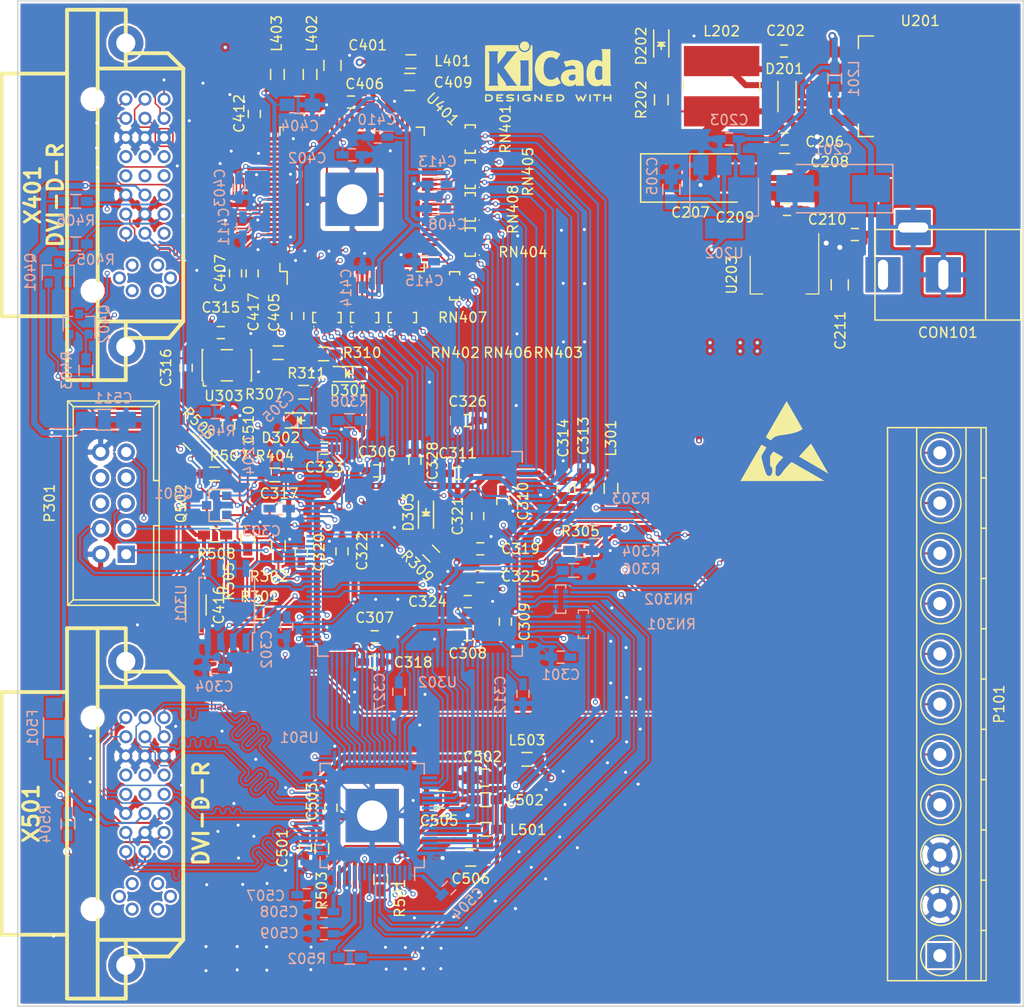
<source format=kicad_pcb>
(kicad_pcb (version 20160815) (host pcbnew "(2016-12-16 revision f631ae27b)-master")

  (general
    (links 477)
    (no_connects 0)
    (area 19.924999 19.924999 120.075001 120.075001)
    (thickness 1.6)
    (drawings 6)
    (tracks 4989)
    (zones 0)
    (modules 138)
    (nets 237)
  )

  (page A4)
  (layers
    (0 F.Cu signal)
    (1 In1.Cu signal)
    (2 In2.Cu signal)
    (31 B.Cu signal)
    (32 B.Adhes user)
    (33 F.Adhes user)
    (34 B.Paste user)
    (35 F.Paste user)
    (36 B.SilkS user)
    (37 F.SilkS user)
    (38 B.Mask user)
    (39 F.Mask user)
    (40 Dwgs.User user)
    (41 Cmts.User user)
    (42 Eco1.User user)
    (43 Eco2.User user)
    (44 Edge.Cuts user)
    (45 Margin user)
    (46 B.CrtYd user)
    (47 F.CrtYd user)
    (48 B.Fab user hide)
    (49 F.Fab user hide)
  )

  (setup
    (last_trace_width 0.4)
    (user_trace_width 0.15)
    (user_trace_width 0.2)
    (user_trace_width 0.4)
    (user_trace_width 0.6)
    (user_trace_width 1.5)
    (trace_clearance 0.152)
    (zone_clearance 0.2)
    (zone_45_only no)
    (trace_min 0.15)
    (segment_width 0.2)
    (edge_width 0.15)
    (via_size 0.5)
    (via_drill 0.3)
    (via_min_size 0.5)
    (via_min_drill 0.3)
    (user_via 0.5 0.3)
    (user_via 0.8 0.5)
    (uvia_size 0.3)
    (uvia_drill 0.1)
    (uvias_allowed no)
    (uvia_min_size 0.2)
    (uvia_min_drill 0.1)
    (pcb_text_width 0.3)
    (pcb_text_size 1.5 1.5)
    (mod_edge_width 0.15)
    (mod_text_size 1 1)
    (mod_text_width 0.15)
    (pad_size 3 3)
    (pad_drill 3)
    (pad_to_mask_clearance 0.2)
    (aux_axis_origin 0 0)
    (grid_origin 20 120.025)
    (visible_elements FFFFFFFF)
    (pcbplotparams
      (layerselection 0x010f0_ffffffff)
      (usegerberextensions false)
      (excludeedgelayer true)
      (linewidth 0.100000)
      (plotframeref false)
      (viasonmask false)
      (mode 1)
      (useauxorigin false)
      (hpglpennumber 1)
      (hpglpenspeed 20)
      (hpglpendiameter 15)
      (psnegative false)
      (psa4output false)
      (plotreference true)
      (plotvalue true)
      (plotinvisibletext false)
      (padsonsilk false)
      (subtractmaskfromsilk false)
      (outputformat 1)
      (mirror false)
      (drillshape 0)
      (scaleselection 1)
      (outputdirectory gerber/))
  )

  (net 0 "")
  (net 1 /power/VIN)
  (net 2 GND)
  (net 3 "Net-(C202-Pad2)")
  (net 4 +2V5)
  (net 5 +3V3)
  (net 6 +1V2)
  (net 7 +V_IO)
  (net 8 /dvi_out/TVDD)
  (net 9 "Net-(D201-Pad1)")
  (net 10 "Net-(D202-Pad2)")
  (net 11 "Net-(F501-Pad1)")
  (net 12 +5V)
  (net 13 /GPIO0)
  (net 14 /GPIO1)
  (net 15 /GPIO2)
  (net 16 /GPIO3)
  (net 17 /GPIO4)
  (net 18 /GPIO5)
  (net 19 /GPIO6)
  (net 20 /GPIO7)
  (net 21 "Net-(P301-Pad9)")
  (net 22 "Net-(P301-Pad8)")
  (net 23 "Net-(P301-Pad7)")
  (net 24 "Net-(P301-Pad6)")
  (net 25 "Net-(P301-Pad5)")
  (net 26 "Net-(P301-Pad3)")
  (net 27 "Net-(P301-Pad1)")
  (net 28 /dvi_in/DDCDAT_IN)
  (net 29 /dvi_in/DDCCLK_IN)
  (net 30 /dvi_out/DDCDAT)
  (net 31 /dvi_out/DDCCLK)
  (net 32 "Net-(R301-Pad1)")
  (net 33 "Net-(R302-Pad1)")
  (net 34 "Net-(R303-Pad1)")
  (net 35 "Net-(R304-Pad1)")
  (net 36 "Net-(R305-Pad1)")
  (net 37 "Net-(R306-Pad1)")
  (net 38 /fpga/CLK50)
  (net 39 "Net-(R307-Pad2)")
  (net 40 /dvi_out/TXCLK+)
  (net 41 "Net-(R308-Pad1)")
  (net 42 /fpga/CLKIN)
  (net 43 /dvi_in/HOTPLUG)
  (net 44 "Net-(R501-Pad1)")
  (net 45 /dvi_out/MSEN)
  (net 46 "Net-(R503-Pad2)")
  (net 47 /dvi_out/HOTPLUG)
  (net 48 "Net-(R504-Pad1)")
  (net 49 "Net-(RN301-Pad7)")
  (net 50 "Net-(RN301-Pad6)")
  (net 51 "Net-(RN301-Pad5)")
  (net 52 "Net-(RN301-Pad8)")
  (net 53 /dvi_out/CTL1)
  (net 54 /dvi_out/DE)
  (net 55 /dvi_out/VSYNC)
  (net 56 /dvi_out/HSYNC)
  (net 57 /dvi_out/CTL2)
  (net 58 /dvi_out/CTL3)
  (net 59 "Net-(RN302-Pad8)")
  (net 60 "Net-(RN302-Pad5)")
  (net 61 "Net-(RN302-Pad6)")
  (net 62 "Net-(RN302-Pad7)")
  (net 63 /dvi_in/DE)
  (net 64 /dvi_in/VSYNC)
  (net 65 /dvi_in/HSYNC)
  (net 66 "Net-(RN401-Pad4)")
  (net 67 "Net-(RN401-Pad8)")
  (net 68 "Net-(RN401-Pad5)")
  (net 69 "Net-(RN401-Pad6)")
  (net 70 "Net-(RN401-Pad7)")
  (net 71 "Net-(RN402-Pad7)")
  (net 72 "Net-(RN402-Pad6)")
  (net 73 "Net-(RN402-Pad5)")
  (net 74 "Net-(RN402-Pad8)")
  (net 75 /dvi_in/DATI3)
  (net 76 /dvi_in/DATI2)
  (net 77 /dvi_in/DATI1)
  (net 78 /dvi_in/DATI0)
  (net 79 "Net-(RN403-Pad7)")
  (net 80 "Net-(RN403-Pad6)")
  (net 81 "Net-(RN403-Pad5)")
  (net 82 "Net-(RN403-Pad8)")
  (net 83 /dvi_in/DATI11)
  (net 84 /dvi_in/DATI10)
  (net 85 /dvi_in/DATI9)
  (net 86 /dvi_in/DATI8)
  (net 87 "Net-(RN404-Pad7)")
  (net 88 "Net-(RN404-Pad6)")
  (net 89 "Net-(RN404-Pad5)")
  (net 90 "Net-(RN404-Pad8)")
  (net 91 /dvi_in/DATI19)
  (net 92 /dvi_in/DATI18)
  (net 93 /dvi_in/DATI17)
  (net 94 /dvi_in/DATI16)
  (net 95 "Net-(RN405-Pad7)")
  (net 96 "Net-(RN405-Pad6)")
  (net 97 "Net-(RN405-Pad5)")
  (net 98 "Net-(RN405-Pad8)")
  (net 99 /dvi_in/CTL3)
  (net 100 /dvi_in/CTL2)
  (net 101 /dvi_in/CTL1)
  (net 102 /dvi_in/DATI4)
  (net 103 /dvi_in/DATI5)
  (net 104 /dvi_in/DATI6)
  (net 105 /dvi_in/DATI7)
  (net 106 "Net-(RN406-Pad8)")
  (net 107 "Net-(RN406-Pad5)")
  (net 108 "Net-(RN406-Pad6)")
  (net 109 "Net-(RN406-Pad7)")
  (net 110 /dvi_in/DATI12)
  (net 111 /dvi_in/DATI13)
  (net 112 /dvi_in/DATI14)
  (net 113 /dvi_in/DATI15)
  (net 114 "Net-(RN407-Pad8)")
  (net 115 "Net-(RN407-Pad5)")
  (net 116 "Net-(RN407-Pad6)")
  (net 117 "Net-(RN407-Pad7)")
  (net 118 /dvi_in/DATI20)
  (net 119 /dvi_in/DATI21)
  (net 120 /dvi_in/DATI22)
  (net 121 /dvi_in/DATI23)
  (net 122 "Net-(RN408-Pad8)")
  (net 123 "Net-(RN408-Pad5)")
  (net 124 "Net-(RN408-Pad6)")
  (net 125 "Net-(RN408-Pad7)")
  (net 126 /dvi_out/DATO4)
  (net 127 /dvi_out/DATO5)
  (net 128 /dvi_out/DATO6)
  (net 129 /dvi_out/DATO7)
  (net 130 /dvi_out/DATO12)
  (net 131 /dvi_out/DATO13)
  (net 132 /dvi_out/DATO14)
  (net 133 /dvi_out/DATO15)
  (net 134 /dvi_out/DATO20)
  (net 135 /dvi_out/DATO21)
  (net 136 /dvi_out/DATO22)
  (net 137 /dvi_out/DATO23)
  (net 138 /dvi_out/DATO3)
  (net 139 /dvi_out/DATO2)
  (net 140 /dvi_out/DATO1)
  (net 141 /dvi_out/DATO0)
  (net 142 /dvi_out/DATO11)
  (net 143 /dvi_out/DATO10)
  (net 144 /dvi_out/DATO9)
  (net 145 /dvi_out/DATO8)
  (net 146 /dvi_out/DATO19)
  (net 147 /dvi_out/DATO18)
  (net 148 /dvi_out/DATO17)
  (net 149 /dvi_out/DATO16)
  (net 150 /fpga/DCLK)
  (net 151 /fpga/ASDI)
  (net 152 /fpga/DATA)
  (net 153 /fpga/nCS)
  (net 154 "Net-(U302-Pad127)")
  (net 155 /dvi_in/LINK_ACT)
  (net 156 /dvi_in/PDOWN)
  (net 157 /dvi_out/EDGE)
  (net 158 /dvi_out/DKEN)
  (net 159 "Net-(U303-Pad1)")
  (net 160 "Net-(U401-Pad96)")
  (net 161 /dvi_in/RxC-)
  (net 162 /dvi_in/RxC+)
  (net 163 /dvi_in/Rx0+)
  (net 164 /dvi_in/Rx1-)
  (net 165 /dvi_in/Rx1+)
  (net 166 /dvi_in/Rx2-)
  (net 167 /dvi_in/Rx2+)
  (net 168 "Net-(U401-Pad77)")
  (net 169 "Net-(U401-Pad75)")
  (net 170 "Net-(U401-Pad74)")
  (net 171 "Net-(U401-Pad73)")
  (net 172 "Net-(U401-Pad72)")
  (net 173 "Net-(U401-Pad71)")
  (net 174 "Net-(U401-Pad70)")
  (net 175 "Net-(U401-Pad69)")
  (net 176 "Net-(U401-Pad66)")
  (net 177 "Net-(U401-Pad65)")
  (net 178 "Net-(U401-Pad64)")
  (net 179 "Net-(U401-Pad63)")
  (net 180 "Net-(U401-Pad62)")
  (net 181 "Net-(U401-Pad61)")
  (net 182 "Net-(U401-Pad60)")
  (net 183 "Net-(U401-Pad59)")
  (net 184 "Net-(U401-Pad56)")
  (net 185 "Net-(U401-Pad55)")
  (net 186 "Net-(U401-Pad54)")
  (net 187 "Net-(U401-Pad53)")
  (net 188 "Net-(U401-Pad52)")
  (net 189 "Net-(U401-Pad51)")
  (net 190 "Net-(U401-Pad50)")
  (net 191 "Net-(U401-Pad49)")
  (net 192 "Net-(U501-Pad56)")
  (net 193 "Net-(U501-Pad49)")
  (net 194 /dvi_out/TX2+)
  (net 195 /dvi_out/TX2-)
  (net 196 /dvi_out/TX1+)
  (net 197 /dvi_out/TX1-)
  (net 198 /dvi_out/TX0+)
  (net 199 /dvi_out/TX0-)
  (net 200 /dvi_out/TXC+)
  (net 201 /dvi_out/TXC-)
  (net 202 "Net-(X401-Pad8)")
  (net 203 "Net-(X401-Pad21)")
  (net 204 "Net-(X401-Pad20)")
  (net 205 "Net-(X401-Pad13)")
  (net 206 "Net-(X401-Pad12)")
  (net 207 "Net-(X401-Pad5)")
  (net 208 "Net-(X401-Pad4)")
  (net 209 "Net-(X501-Pad4)")
  (net 210 "Net-(X501-Pad5)")
  (net 211 "Net-(X501-Pad12)")
  (net 212 "Net-(X501-Pad13)")
  (net 213 "Net-(X501-Pad20)")
  (net 214 "Net-(X501-Pad21)")
  (net 215 "Net-(X501-Pad8)")
  (net 216 "Net-(D301-Pad2)")
  (net 217 "Net-(D302-Pad2)")
  (net 218 "Net-(D303-Pad2)")
  (net 219 /dvi_in/Rx0-)
  (net 220 "Net-(U302-Pad99)")
  (net 221 "Net-(U302-Pad84)")
  (net 222 "Net-(U302-Pad83)")
  (net 223 "Net-(RN302-Pad1)")
  (net 224 "Net-(D301-Pad1)")
  (net 225 "Net-(D302-Pad1)")
  (net 226 "Net-(D303-Pad1)")
  (net 227 "Net-(RN301-Pad1)")
  (net 228 /dvi_in/PVDD)
  (net 229 /dvi_in/DVDD)
  (net 230 /dvi_in/AVDD)
  (net 231 /dvi_out/DVDD)
  (net 232 /dvi_out/PVDD)
  (net 233 /dvi_out/DDCDAT_)
  (net 234 /dvi_out/DDCCLK_)
  (net 235 /dvi_in/DDCDAT_)
  (net 236 /dvi_in/DDCCLK_)

  (net_class Default "This is the default net class."
    (clearance 0.152)
    (trace_width 0.2)
    (via_dia 0.5)
    (via_drill 0.3)
    (uvia_dia 0.3)
    (uvia_drill 0.1)
    (diff_pair_gap 0.25)
    (diff_pair_width 0.2)
    (add_net +1V2)
    (add_net +2V5)
    (add_net +3V3)
    (add_net +5V)
    (add_net +V_IO)
    (add_net /GPIO0)
    (add_net /GPIO1)
    (add_net /GPIO2)
    (add_net /GPIO3)
    (add_net /GPIO4)
    (add_net /GPIO5)
    (add_net /GPIO6)
    (add_net /GPIO7)
    (add_net /dvi_in/AVDD)
    (add_net /dvi_in/CTL1)
    (add_net /dvi_in/CTL2)
    (add_net /dvi_in/CTL3)
    (add_net /dvi_in/DATI0)
    (add_net /dvi_in/DATI1)
    (add_net /dvi_in/DATI10)
    (add_net /dvi_in/DATI11)
    (add_net /dvi_in/DATI12)
    (add_net /dvi_in/DATI13)
    (add_net /dvi_in/DATI14)
    (add_net /dvi_in/DATI15)
    (add_net /dvi_in/DATI16)
    (add_net /dvi_in/DATI17)
    (add_net /dvi_in/DATI18)
    (add_net /dvi_in/DATI19)
    (add_net /dvi_in/DATI2)
    (add_net /dvi_in/DATI20)
    (add_net /dvi_in/DATI21)
    (add_net /dvi_in/DATI22)
    (add_net /dvi_in/DATI23)
    (add_net /dvi_in/DATI3)
    (add_net /dvi_in/DATI4)
    (add_net /dvi_in/DATI5)
    (add_net /dvi_in/DATI6)
    (add_net /dvi_in/DATI7)
    (add_net /dvi_in/DATI8)
    (add_net /dvi_in/DATI9)
    (add_net /dvi_in/DDCCLK_)
    (add_net /dvi_in/DDCCLK_IN)
    (add_net /dvi_in/DDCDAT_)
    (add_net /dvi_in/DDCDAT_IN)
    (add_net /dvi_in/DE)
    (add_net /dvi_in/DVDD)
    (add_net /dvi_in/HOTPLUG)
    (add_net /dvi_in/HSYNC)
    (add_net /dvi_in/LINK_ACT)
    (add_net /dvi_in/PDOWN)
    (add_net /dvi_in/PVDD)
    (add_net /dvi_in/Rx0+)
    (add_net /dvi_in/Rx0-)
    (add_net /dvi_in/Rx1+)
    (add_net /dvi_in/Rx1-)
    (add_net /dvi_in/Rx2+)
    (add_net /dvi_in/Rx2-)
    (add_net /dvi_in/RxC+)
    (add_net /dvi_in/RxC-)
    (add_net /dvi_in/VSYNC)
    (add_net /dvi_out/CTL1)
    (add_net /dvi_out/CTL2)
    (add_net /dvi_out/CTL3)
    (add_net /dvi_out/DATO0)
    (add_net /dvi_out/DATO1)
    (add_net /dvi_out/DATO10)
    (add_net /dvi_out/DATO11)
    (add_net /dvi_out/DATO12)
    (add_net /dvi_out/DATO13)
    (add_net /dvi_out/DATO14)
    (add_net /dvi_out/DATO15)
    (add_net /dvi_out/DATO16)
    (add_net /dvi_out/DATO17)
    (add_net /dvi_out/DATO18)
    (add_net /dvi_out/DATO19)
    (add_net /dvi_out/DATO2)
    (add_net /dvi_out/DATO20)
    (add_net /dvi_out/DATO21)
    (add_net /dvi_out/DATO22)
    (add_net /dvi_out/DATO23)
    (add_net /dvi_out/DATO3)
    (add_net /dvi_out/DATO4)
    (add_net /dvi_out/DATO5)
    (add_net /dvi_out/DATO6)
    (add_net /dvi_out/DATO7)
    (add_net /dvi_out/DATO8)
    (add_net /dvi_out/DATO9)
    (add_net /dvi_out/DDCCLK)
    (add_net /dvi_out/DDCCLK_)
    (add_net /dvi_out/DDCDAT)
    (add_net /dvi_out/DDCDAT_)
    (add_net /dvi_out/DE)
    (add_net /dvi_out/DKEN)
    (add_net /dvi_out/DVDD)
    (add_net /dvi_out/EDGE)
    (add_net /dvi_out/HOTPLUG)
    (add_net /dvi_out/HSYNC)
    (add_net /dvi_out/MSEN)
    (add_net /dvi_out/PVDD)
    (add_net /dvi_out/TVDD)
    (add_net /dvi_out/TX0+)
    (add_net /dvi_out/TX0-)
    (add_net /dvi_out/TX1+)
    (add_net /dvi_out/TX1-)
    (add_net /dvi_out/TX2+)
    (add_net /dvi_out/TX2-)
    (add_net /dvi_out/TXC+)
    (add_net /dvi_out/TXC-)
    (add_net /dvi_out/TXCLK+)
    (add_net /dvi_out/VSYNC)
    (add_net /fpga/ASDI)
    (add_net /fpga/CLK50)
    (add_net /fpga/CLKIN)
    (add_net /fpga/DATA)
    (add_net /fpga/DCLK)
    (add_net /fpga/nCS)
    (add_net /power/VIN)
    (add_net GND)
    (add_net "Net-(C202-Pad2)")
    (add_net "Net-(D201-Pad1)")
    (add_net "Net-(D202-Pad2)")
    (add_net "Net-(D301-Pad1)")
    (add_net "Net-(D301-Pad2)")
    (add_net "Net-(D302-Pad1)")
    (add_net "Net-(D302-Pad2)")
    (add_net "Net-(D303-Pad1)")
    (add_net "Net-(D303-Pad2)")
    (add_net "Net-(F501-Pad1)")
    (add_net "Net-(P301-Pad1)")
    (add_net "Net-(P301-Pad3)")
    (add_net "Net-(P301-Pad5)")
    (add_net "Net-(P301-Pad6)")
    (add_net "Net-(P301-Pad7)")
    (add_net "Net-(P301-Pad8)")
    (add_net "Net-(P301-Pad9)")
    (add_net "Net-(R301-Pad1)")
    (add_net "Net-(R302-Pad1)")
    (add_net "Net-(R303-Pad1)")
    (add_net "Net-(R304-Pad1)")
    (add_net "Net-(R305-Pad1)")
    (add_net "Net-(R306-Pad1)")
    (add_net "Net-(R307-Pad2)")
    (add_net "Net-(R308-Pad1)")
    (add_net "Net-(R501-Pad1)")
    (add_net "Net-(R503-Pad2)")
    (add_net "Net-(R504-Pad1)")
    (add_net "Net-(RN301-Pad1)")
    (add_net "Net-(RN301-Pad5)")
    (add_net "Net-(RN301-Pad6)")
    (add_net "Net-(RN301-Pad7)")
    (add_net "Net-(RN301-Pad8)")
    (add_net "Net-(RN302-Pad1)")
    (add_net "Net-(RN302-Pad5)")
    (add_net "Net-(RN302-Pad6)")
    (add_net "Net-(RN302-Pad7)")
    (add_net "Net-(RN302-Pad8)")
    (add_net "Net-(RN401-Pad4)")
    (add_net "Net-(RN401-Pad5)")
    (add_net "Net-(RN401-Pad6)")
    (add_net "Net-(RN401-Pad7)")
    (add_net "Net-(RN401-Pad8)")
    (add_net "Net-(RN402-Pad5)")
    (add_net "Net-(RN402-Pad6)")
    (add_net "Net-(RN402-Pad7)")
    (add_net "Net-(RN402-Pad8)")
    (add_net "Net-(RN403-Pad5)")
    (add_net "Net-(RN403-Pad6)")
    (add_net "Net-(RN403-Pad7)")
    (add_net "Net-(RN403-Pad8)")
    (add_net "Net-(RN404-Pad5)")
    (add_net "Net-(RN404-Pad6)")
    (add_net "Net-(RN404-Pad7)")
    (add_net "Net-(RN404-Pad8)")
    (add_net "Net-(RN405-Pad5)")
    (add_net "Net-(RN405-Pad6)")
    (add_net "Net-(RN405-Pad7)")
    (add_net "Net-(RN405-Pad8)")
    (add_net "Net-(RN406-Pad5)")
    (add_net "Net-(RN406-Pad6)")
    (add_net "Net-(RN406-Pad7)")
    (add_net "Net-(RN406-Pad8)")
    (add_net "Net-(RN407-Pad5)")
    (add_net "Net-(RN407-Pad6)")
    (add_net "Net-(RN407-Pad7)")
    (add_net "Net-(RN407-Pad8)")
    (add_net "Net-(RN408-Pad5)")
    (add_net "Net-(RN408-Pad6)")
    (add_net "Net-(RN408-Pad7)")
    (add_net "Net-(RN408-Pad8)")
    (add_net "Net-(U302-Pad127)")
    (add_net "Net-(U302-Pad83)")
    (add_net "Net-(U302-Pad84)")
    (add_net "Net-(U302-Pad99)")
    (add_net "Net-(U303-Pad1)")
    (add_net "Net-(U401-Pad49)")
    (add_net "Net-(U401-Pad50)")
    (add_net "Net-(U401-Pad51)")
    (add_net "Net-(U401-Pad52)")
    (add_net "Net-(U401-Pad53)")
    (add_net "Net-(U401-Pad54)")
    (add_net "Net-(U401-Pad55)")
    (add_net "Net-(U401-Pad56)")
    (add_net "Net-(U401-Pad59)")
    (add_net "Net-(U401-Pad60)")
    (add_net "Net-(U401-Pad61)")
    (add_net "Net-(U401-Pad62)")
    (add_net "Net-(U401-Pad63)")
    (add_net "Net-(U401-Pad64)")
    (add_net "Net-(U401-Pad65)")
    (add_net "Net-(U401-Pad66)")
    (add_net "Net-(U401-Pad69)")
    (add_net "Net-(U401-Pad70)")
    (add_net "Net-(U401-Pad71)")
    (add_net "Net-(U401-Pad72)")
    (add_net "Net-(U401-Pad73)")
    (add_net "Net-(U401-Pad74)")
    (add_net "Net-(U401-Pad75)")
    (add_net "Net-(U401-Pad77)")
    (add_net "Net-(U401-Pad96)")
    (add_net "Net-(U501-Pad49)")
    (add_net "Net-(U501-Pad56)")
    (add_net "Net-(X401-Pad12)")
    (add_net "Net-(X401-Pad13)")
    (add_net "Net-(X401-Pad20)")
    (add_net "Net-(X401-Pad21)")
    (add_net "Net-(X401-Pad4)")
    (add_net "Net-(X401-Pad5)")
    (add_net "Net-(X401-Pad8)")
    (add_net "Net-(X501-Pad12)")
    (add_net "Net-(X501-Pad13)")
    (add_net "Net-(X501-Pad20)")
    (add_net "Net-(X501-Pad21)")
    (add_net "Net-(X501-Pad4)")
    (add_net "Net-(X501-Pad5)")
    (add_net "Net-(X501-Pad8)")
  )

  (module Capacitors_Tantalum_SMD:Tantalum_Case-D_EIA-7343-31_Hand (layer F.Cu) (tedit 57B6E980) (tstamp 586EAA66)
    (at 87.9 37.625)
    (descr "Tantalum capacitor, Case D, EIA 7343-31, 7.3x4.3x2.8mm, Hand soldering footprint")
    (tags "capacitor tantalum smd")
    (path /5839A46D/5839CB5E)
    (attr smd)
    (fp_text reference C207 (at -0.99 3.43) (layer F.SilkS)
      (effects (font (size 1 1) (thickness 0.15)))
    )
    (fp_text value 100u (at 0 3.9) (layer F.Fab)
      (effects (font (size 1 1) (thickness 0.15)))
    )
    (fp_line (start -6.05 -2.5) (end -6.05 2.5) (layer F.CrtYd) (width 0.05))
    (fp_line (start -6.05 2.5) (end 6.05 2.5) (layer F.CrtYd) (width 0.05))
    (fp_line (start 6.05 2.5) (end 6.05 -2.5) (layer F.CrtYd) (width 0.05))
    (fp_line (start 6.05 -2.5) (end -6.05 -2.5) (layer F.CrtYd) (width 0.05))
    (fp_line (start -3.65 -2.15) (end -3.65 2.15) (layer F.Fab) (width 0.15))
    (fp_line (start -3.65 2.15) (end 3.65 2.15) (layer F.Fab) (width 0.15))
    (fp_line (start 3.65 2.15) (end 3.65 -2.15) (layer F.Fab) (width 0.15))
    (fp_line (start 3.65 -2.15) (end -3.65 -2.15) (layer F.Fab) (width 0.15))
    (fp_line (start -2.92 -2.15) (end -2.92 2.15) (layer F.Fab) (width 0.15))
    (fp_line (start -2.555 -2.15) (end -2.555 2.15) (layer F.Fab) (width 0.15))
    (fp_line (start -5.95 -2.4) (end 3.65 -2.4) (layer F.SilkS) (width 0.15))
    (fp_line (start -5.95 2.4) (end 3.65 2.4) (layer F.SilkS) (width 0.15))
    (fp_line (start -5.95 -2.4) (end -5.95 2.4) (layer F.SilkS) (width 0.15))
    (pad 1 smd rect (at -3.775 0) (size 3.75 2.7) (layers F.Cu F.Paste F.Mask)
      (net 5 +3V3))
    (pad 2 smd rect (at 3.775 0) (size 3.75 2.7) (layers F.Cu F.Paste F.Mask)
      (net 2 GND))
    (model Capacitors_Tantalum_SMD.3dshapes/Tantalum_Case-D_EIA-7343-31.wrl
      (at (xyz 0 0 0))
      (scale (xyz 1 1 1))
      (rotate (xyz 0 0 0))
    )
  )

  (module artwork:shimatta_std (layer F.Cu) (tedit 0) (tstamp 58695997)
    (at 89.5 112.525)
    (fp_text reference G*** (at 0 0) (layer F.SilkS) hide
      (effects (font (thickness 0.3)))
    )
    (fp_text value LOGO (at 0.75 0) (layer F.SilkS) hide
      (effects (font (thickness 0.3)))
    )
    (fp_poly (pts (xy 10.868794 -0.34663) (xy 10.940082 -0.344725) (xy 11.001581 -0.340759) (xy 11.054456 -0.334558)
      (xy 11.099874 -0.325943) (xy 11.138999 -0.314739) (xy 11.172997 -0.300768) (xy 11.203034 -0.283854)
      (xy 11.230276 -0.263821) (xy 11.255887 -0.240491) (xy 11.256462 -0.239919) (xy 11.289334 -0.201111)
      (xy 11.312259 -0.15891) (xy 11.326574 -0.110035) (xy 11.333618 -0.05121) (xy 11.333643 -0.0508)
      (xy 11.332569 0.023291) (xy 11.320361 0.089289) (xy 11.297275 0.146655) (xy 11.263566 0.19485)
      (xy 11.219491 0.233333) (xy 11.190884 0.250184) (xy 11.170271 0.260221) (xy 11.150623 0.268525)
      (xy 11.130272 0.275304) (xy 11.107549 0.280766) (xy 11.080783 0.285117) (xy 11.048306 0.288565)
      (xy 11.008448 0.291317) (xy 10.959541 0.29358) (xy 10.899914 0.295563) (xy 10.827899 0.297472)
      (xy 10.805885 0.298007) (xy 10.501253 0.308642) (xy 10.207708 0.325718) (xy 9.923258 0.349393)
      (xy 9.645907 0.379823) (xy 9.470624 0.402998) (xy 9.411807 0.410902) (xy 9.364278 0.416192)
      (xy 9.325062 0.418954) (xy 9.291185 0.41927) (xy 9.259672 0.417223) (xy 9.227549 0.412897)
      (xy 9.212169 0.410241) (xy 9.144467 0.392017) (xy 9.087321 0.363849) (xy 9.040745 0.325747)
      (xy 9.004755 0.277724) (xy 8.992925 0.254871) (xy 8.980849 0.218141) (xy 8.973005 0.172373)
      (xy 8.969757 0.122517) (xy 8.971468 0.073524) (xy 8.976926 0.037019) (xy 8.997827 -0.025291)
      (xy 9.0312 -0.080963) (xy 9.075937 -0.128488) (xy 9.122686 -0.16171) (xy 9.147207 -0.17458)
      (xy 9.175393 -0.186432) (xy 9.208483 -0.197521) (xy 9.247713 -0.208107) (xy 9.294321 -0.218445)
      (xy 9.349544 -0.228794) (xy 9.414619 -0.23941) (xy 9.490782 -0.250551) (xy 9.579273 -0.262474)
      (xy 9.652 -0.271774) (xy 9.800914 -0.289224) (xy 9.950405 -0.304133) (xy 10.103324 -0.316716)
      (xy 10.262527 -0.327186) (xy 10.430867 -0.335758) (xy 10.584543 -0.341755) (xy 10.69219 -0.344969)
      (xy 10.786552 -0.346653) (xy 10.868794 -0.34663)) (layer F.Mask) (width 0.01))
    (fp_poly (pts (xy 3.280686 -0.880939) (xy 3.34556 -0.879771) (xy 3.402872 -0.877617) (xy 3.449973 -0.87446)
      (xy 3.472543 -0.872037) (xy 3.61367 -0.849571) (xy 3.744701 -0.82007) (xy 3.868701 -0.782621)
      (xy 3.988736 -0.73631) (xy 4.096467 -0.686017) (xy 4.193868 -0.632986) (xy 4.288297 -0.574006)
      (xy 4.3772 -0.510941) (xy 4.458022 -0.445653) (xy 4.528209 -0.380007) (xy 4.555365 -0.351156)
      (xy 4.639992 -0.246318) (xy 4.713364 -0.13273) (xy 4.774921 -0.011455) (xy 4.824102 0.116443)
      (xy 4.850885 0.209423) (xy 4.879181 0.347701) (xy 4.896607 0.490707) (xy 4.903125 0.635529)
      (xy 4.898699 0.779253) (xy 4.88329 0.918966) (xy 4.861451 1.032728) (xy 4.824346 1.160933)
      (xy 4.77372 1.287533) (xy 4.710565 1.41087) (xy 4.635874 1.529285) (xy 4.550639 1.641117)
      (xy 4.455854 1.744709) (xy 4.40832 1.79005) (xy 4.299338 1.882172) (xy 4.177612 1.971762)
      (xy 4.04482 2.057926) (xy 3.902638 2.139772) (xy 3.752745 2.216408) (xy 3.596818 2.286942)
      (xy 3.436534 2.350482) (xy 3.27357 2.406135) (xy 3.218543 2.422898) (xy 3.139899 2.444368)
      (xy 3.049468 2.466013) (xy 2.949959 2.487315) (xy 2.844082 2.507761) (xy 2.734547 2.526832)
      (xy 2.624065 2.544015) (xy 2.515345 2.558792) (xy 2.485571 2.56243) (xy 2.428012 2.568359)
      (xy 2.365313 2.573218) (xy 2.299907 2.576957) (xy 2.234229 2.579525) (xy 2.17071 2.580872)
      (xy 2.111786 2.580947) (xy 2.05989 2.579698) (xy 2.017454 2.577077) (xy 1.986913 2.573032)
      (xy 1.985844 2.572813) (xy 1.91558 2.552339) (xy 1.8565 2.522842) (xy 1.808841 2.484627)
      (xy 1.772841 2.437998) (xy 1.748736 2.38326) (xy 1.736764 2.320717) (xy 1.736929 2.253327)
      (xy 1.748307 2.186275) (xy 1.77048 2.128668) (xy 1.803758 2.079916) (xy 1.848452 2.039427)
      (xy 1.849677 2.038544) (xy 1.877767 2.020506) (xy 1.908228 2.005555) (xy 1.943115 1.993169)
      (xy 1.984481 1.982826) (xy 2.034379 1.974007) (xy 2.094863 1.966188) (xy 2.161084 1.959481)
      (xy 2.311846 1.944454) (xy 2.450169 1.928139) (xy 2.578102 1.910074) (xy 2.697697 1.889796)
      (xy 2.811005 1.866842) (xy 2.920076 1.84075) (xy 3.026962 1.811058) (xy 3.133714 1.777303)
      (xy 3.242382 1.739022) (xy 3.355017 1.695754) (xy 3.386254 1.683205) (xy 3.439042 1.660814)
      (xy 3.498085 1.634078) (xy 3.560068 1.604637) (xy 3.621674 1.574131) (xy 3.679588 1.5442)
      (xy 3.730494 1.516484) (xy 3.76929 1.493734) (xy 3.863531 1.428613) (xy 3.952139 1.353949)
      (xy 4.033116 1.271853) (xy 4.104465 1.184435) (xy 4.16419 1.093803) (xy 4.186568 1.052873)
      (xy 4.225348 0.967344) (xy 4.253373 0.882119) (xy 4.271449 0.793702) (xy 4.280379 0.698597)
      (xy 4.281685 0.639641) (xy 4.277001 0.527464) (xy 4.262763 0.425302) (xy 4.238591 0.331924)
      (xy 4.204105 0.2461) (xy 4.158926 0.166599) (xy 4.119 0.11188) (xy 4.060291 0.048463)
      (xy 3.988142 -0.012032) (xy 3.902275 -0.06981) (xy 3.802411 -0.125073) (xy 3.778387 -0.136985)
      (xy 3.681686 -0.179417) (xy 3.583439 -0.212975) (xy 3.48168 -0.237992) (xy 3.374444 -0.254803)
      (xy 3.259766 -0.263742) (xy 3.13568 -0.265143) (xy 3.043531 -0.261888) (xy 2.888029 -0.251649)
      (xy 2.734088 -0.236994) (xy 2.580213 -0.217612) (xy 2.424912 -0.193189) (xy 2.26669 -0.163413)
      (xy 2.104054 -0.127969) (xy 1.93551 -0.086547) (xy 1.759564 -0.038832) (xy 1.574722 0.015488)
      (xy 1.379491 0.076726) (xy 1.29428 0.104504) (xy 1.212487 0.131377) (xy 1.14306 0.153997)
      (xy 1.08461 0.172751) (xy 1.035751 0.188021) (xy 0.995094 0.200194) (xy 0.961252 0.209655)
      (xy 0.932836 0.216787) (xy 0.908459 0.221977) (xy 0.886733 0.225608) (xy 0.86627 0.228067)
      (xy 0.845683 0.229737) (xy 0.841828 0.229985) (xy 0.770694 0.22918) (xy 0.705988 0.217912)
      (xy 0.648912 0.196762) (xy 0.60067 0.166307) (xy 0.562463 0.127129) (xy 0.536857 0.083059)
      (xy 0.516575 0.01964) (xy 0.509485 -0.04353) (xy 0.515258 -0.10471) (xy 0.533566 -0.162158)
      (xy 0.564078 -0.214131) (xy 0.6005 -0.25372) (xy 0.627556 -0.275729) (xy 0.658526 -0.29656)
      (xy 0.694993 -0.316941) (xy 0.738543 -0.337601) (xy 0.790758 -0.359268) (xy 0.853223 -0.382671)
      (xy 0.927522 -0.40854) (xy 0.962785 -0.420363) (xy 1.235996 -0.508259) (xy 1.498548 -0.586824)
      (xy 1.750821 -0.656148) (xy 1.993199 -0.71632) (xy 2.226063 -0.767428) (xy 2.449796 -0.809563)
      (xy 2.664779 -0.842814) (xy 2.871395 -0.86727) (xy 2.881085 -0.868221) (xy 2.935666 -0.872605)
      (xy 2.998589 -0.876105) (xy 3.067203 -0.878706) (xy 3.138857 -0.88039) (xy 3.210902 -0.88114)
      (xy 3.280686 -0.880939)) (layer F.Mask) (width 0.01))
    (fp_poly (pts (xy 9.003608 1.085203) (xy 9.056887 1.097351) (xy 9.102289 1.118483) (xy 9.136442 1.144109)
      (xy 9.162501 1.170161) (xy 9.183639 1.197962) (xy 9.200436 1.229422) (xy 9.213471 1.266452)
      (xy 9.223323 1.310961) (xy 9.230572 1.364858) (xy 9.235796 1.430055) (xy 9.238428 1.480457)
      (xy 9.242463 1.556719) (xy 9.247451 1.620598) (xy 9.253768 1.674212) (xy 9.261789 1.719683)
      (xy 9.27189 1.759128) (xy 9.284448 1.794667) (xy 9.299837 1.828421) (xy 9.300281 1.8293)
      (xy 9.32368 1.861058) (xy 9.36009 1.889396) (xy 9.409773 1.914428) (xy 9.472988 1.936271)
      (xy 9.549997 1.955039) (xy 9.608457 1.96579) (xy 9.659854 1.973801) (xy 9.709141 1.980441)
      (xy 9.758607 1.98587) (xy 9.810543 1.990245) (xy 9.86724 1.993727) (xy 9.930987 1.996474)
      (xy 10.004074 1.998645) (xy 10.088793 2.000399) (xy 10.112828 2.000803) (xy 10.344931 2.000686)
      (xy 10.574631 1.992926) (xy 10.799511 1.977698) (xy 11.017155 1.955179) (xy 11.225147 1.925543)
      (xy 11.283945 1.915532) (xy 11.323332 1.909019) (xy 11.353394 1.905485) (xy 11.37896 1.904703)
      (xy 11.404859 1.906445) (xy 11.424674 1.908893) (xy 11.494816 1.923371) (xy 11.553352 1.946196)
      (xy 11.600789 1.977718) (xy 11.637635 2.018289) (xy 11.664396 2.068258) (xy 11.667708 2.076961)
      (xy 11.674691 2.105256) (xy 11.679662 2.14325) (xy 11.682423 2.186242) (xy 11.682775 2.229529)
      (xy 11.680518 2.26841) (xy 11.676827 2.29262) (xy 11.655383 2.357769) (xy 11.621693 2.415438)
      (xy 11.576172 2.465251) (xy 11.51923 2.506833) (xy 11.451281 2.539807) (xy 11.381702 2.561655)
      (xy 11.342402 2.569881) (xy 11.29029 2.578484) (xy 11.227059 2.587284) (xy 11.154403 2.596097)
      (xy 11.074012 2.604743) (xy 10.987579 2.61304) (xy 10.896797 2.620806) (xy 10.803359 2.62786)
      (xy 10.708955 2.634021) (xy 10.705281 2.63424) (xy 10.652261 2.63689) (xy 10.589033 2.639219)
      (xy 10.517978 2.641203) (xy 10.441476 2.642822) (xy 10.36191 2.644053) (xy 10.281658 2.644874)
      (xy 10.203102 2.645263) (xy 10.128622 2.645198) (xy 10.0606 2.644658) (xy 10.001415 2.643619)
      (xy 9.953449 2.64206) (xy 9.938657 2.641327) (xy 9.768481 2.628296) (xy 9.611394 2.609042)
      (xy 9.467369 2.583557) (xy 9.336381 2.551835) (xy 9.218402 2.51387) (xy 9.113406 2.469654)
      (xy 9.021367 2.419181) (xy 8.998233 2.404142) (xy 8.936306 2.355572) (xy 8.876387 2.295797)
      (xy 8.821128 2.228111) (xy 8.77318 2.155807) (xy 8.735198 2.08218) (xy 8.730868 2.072055)
      (xy 8.707215 2.00826) (xy 8.685371 1.936098) (xy 8.66712 1.861716) (xy 8.660844 1.8307)
      (xy 8.655793 1.795362) (xy 8.651582 1.749235) (xy 8.648253 1.695121) (xy 8.645849 1.635825)
      (xy 8.644412 1.574151) (xy 8.643985 1.512901) (xy 8.64461 1.45488) (xy 8.646328 1.402892)
      (xy 8.649184 1.359739) (xy 8.653218 1.328227) (xy 8.65325 1.328057) (xy 8.671645 1.258488)
      (xy 8.698511 1.200675) (xy 8.734046 1.154447) (xy 8.778447 1.119634) (xy 8.831912 1.096067)
      (xy 8.894638 1.083576) (xy 8.940188 1.081315) (xy 9.003608 1.085203)) (layer F.Mask) (width 0.01))
    (fp_poly (pts (xy -11.3068 -2.522042) (xy -11.243523 -2.508415) (xy -11.18998 -2.484867) (xy -11.145174 -2.450712)
      (xy -11.108109 -2.405266) (xy -11.077788 -2.347845) (xy -11.062557 -2.307771) (xy -11.061106 -2.303062)
      (xy -11.05976 -2.297493) (xy -11.058513 -2.290514) (xy -11.057361 -2.281571) (xy -11.056298 -2.270114)
      (xy -11.055319 -2.255589) (xy -11.054417 -2.237446) (xy -11.053589 -2.215132) (xy -11.052827 -2.188096)
      (xy -11.052128 -2.155784) (xy -11.051485 -2.117645) (xy -11.050893 -2.073128) (xy -11.050346 -2.02168)
      (xy -11.04984 -1.962749) (xy -11.049369 -1.895784) (xy -11.048927 -1.820232) (xy -11.048509 -1.735541)
      (xy -11.04811 -1.64116) (xy -11.047724 -1.536535) (xy -11.047346 -1.421117) (xy -11.04697 -1.294351)
      (xy -11.046591 -1.155687) (xy -11.046203 -1.004573) (xy -11.045802 -0.840455) (xy -11.045381 -0.662784)
      (xy -11.045055 -0.522514) (xy -11.044621 -0.331929) (xy -11.044228 -0.155283) (xy -11.043859 0.008)
      (xy -11.043503 0.158496) (xy -11.043145 0.296779) (xy -11.042771 0.423427) (xy -11.042368 0.539013)
      (xy -11.041921 0.644114) (xy -11.041417 0.739305) (xy -11.040843 0.825162) (xy -11.040184 0.90226)
      (xy -11.039426 0.971175) (xy -11.038556 1.032482) (xy -11.037561 1.086757) (xy -11.036425 1.134576)
      (xy -11.035136 1.176514) (xy -11.033679 1.213146) (xy -11.032041 1.245049) (xy -11.030209 1.272797)
      (xy -11.028167 1.296966) (xy -11.025903 1.318133) (xy -11.023403 1.336871) (xy -11.020653 1.353757)
      (xy -11.017638 1.369367) (xy -11.014346 1.384276) (xy -11.010763 1.399059) (xy -11.006874 1.414293)
      (xy -11.002666 1.430552) (xy -10.998125 1.448412) (xy -10.997798 1.449724) (xy -10.964594 1.558686)
      (xy -10.922022 1.656604) (xy -10.87005 1.743504) (xy -10.808644 1.819409) (xy -10.737771 1.884342)
      (xy -10.6574 1.938328) (xy -10.567497 1.98139) (xy -10.468029 2.013553) (xy -10.358964 2.03484)
      (xy -10.24027 2.045275) (xy -10.18084 2.046437) (xy -10.02365 2.040231) (xy -9.8725 2.021965)
      (xy -9.72797 1.991807) (xy -9.590642 1.949924) (xy -9.461096 1.896487) (xy -9.339913 1.831662)
      (xy -9.260323 1.779565) (xy -9.187902 1.722827) (xy -9.111738 1.652849) (xy -9.032329 1.570273)
      (xy -8.950172 1.475739) (xy -8.865765 1.369888) (xy -8.779606 1.253362) (xy -8.692193 1.126801)
      (xy -8.604024 0.990846) (xy -8.515598 0.846139) (xy -8.456603 0.744866) (xy -8.420295 0.681984)
      (xy -8.389599 0.630434) (xy -8.363414 0.588677) (xy -8.340642 0.555175) (xy -8.320185 0.52839)
      (xy -8.300944 0.506783) (xy -8.28182 0.488815) (xy -8.263208 0.474045) (xy -8.214168 0.444068)
      (xy -8.164588 0.42726) (xy -8.110878 0.422597) (xy -8.087241 0.423921) (xy -8.016328 0.43535)
      (xy -7.956351 0.456006) (xy -7.906749 0.48626) (xy -7.866959 0.526481) (xy -7.836418 0.57704)
      (xy -7.82912 0.593917) (xy -7.822484 0.612165) (xy -7.817901 0.630107) (xy -7.815007 0.650993)
      (xy -7.813441 0.678075) (xy -7.812837 0.714605) (xy -7.812785 0.740229) (xy -7.813068 0.783475)
      (xy -7.814142 0.815935) (xy -7.816453 0.841334) (xy -7.820449 0.863396) (xy -7.826575 0.885845)
      (xy -7.832408 0.903897) (xy -7.851583 0.954021) (xy -7.878322 1.012108) (xy -7.912937 1.078718)
      (xy -7.95574 1.154407) (xy -8.007042 1.239733) (xy -8.067153 1.335253) (xy -8.111874 1.404257)
      (xy -8.184605 1.512428) (xy -8.259972 1.618994) (xy -8.336751 1.722437) (xy -8.413714 1.821243)
      (xy -8.489636 1.913893) (xy -8.563289 1.998871) (xy -8.633448 2.07466) (xy -8.698886 2.139743)
      (xy -8.728507 2.166955) (xy -8.860206 2.275387) (xy -8.997401 2.370806) (xy -9.140585 2.453429)
      (xy -9.290251 2.523473) (xy -9.446893 2.581154) (xy -9.611006 2.626689) (xy -9.783083 2.660295)
      (xy -9.884229 2.674116) (xy -9.919679 2.67748) (xy -9.965044 2.680623) (xy -10.01747 2.683457)
      (xy -10.074102 2.685893) (xy -10.132084 2.687841) (xy -10.188562 2.689214) (xy -10.240682 2.689922)
      (xy -10.285588 2.689876) (xy -10.320426 2.688988) (xy -10.334172 2.688116) (xy -10.416848 2.680487)
      (xy -10.487731 2.672889) (xy -10.549531 2.664887) (xy -10.604963 2.656048) (xy -10.656738 2.645936)
      (xy -10.70757 2.634117) (xy -10.76017 2.620157) (xy -10.762343 2.61955) (xy -10.895114 2.575667)
      (xy -11.018016 2.521153) (xy -11.131009 2.456059) (xy -11.234049 2.380436) (xy -11.327095 2.294335)
      (xy -11.410105 2.197808) (xy -11.483037 2.090905) (xy -11.545849 1.973679) (xy -11.598497 1.84618)
      (xy -11.640942 1.708459) (xy -11.673139 1.560568) (xy -11.683136 1.4986) (xy -11.686392 1.47592)
      (xy -11.68941 1.453712) (xy -11.692198 1.431387) (xy -11.694765 1.408356) (xy -11.697119 1.384029)
      (xy -11.699267 1.357817) (xy -11.701218 1.32913) (xy -11.702981 1.29738) (xy -11.704563 1.261978)
      (xy -11.705972 1.222333) (xy -11.707217 1.177857) (xy -11.708306 1.12796) (xy -11.709247 1.072053)
      (xy -11.710049 1.009548) (xy -11.710719 0.939853) (xy -11.711265 0.862381) (xy -11.711696 0.776542)
      (xy -11.71202 0.681747) (xy -11.712245 0.577406) (xy -11.71238 0.46293) (xy -11.712432 0.337731)
      (xy -11.712409 0.201217) (xy -11.71232 0.052801) (xy -11.712174 -0.108106) (xy -11.711977 -0.282095)
      (xy -11.711739 -0.469755) (xy -11.711625 -0.555171) (xy -11.711372 -0.740789) (xy -11.711126 -0.912453)
      (xy -11.710882 -1.070721) (xy -11.710637 -1.216155) (xy -11.710384 -1.349313) (xy -11.71012 -1.470756)
      (xy -11.709839 -1.581042) (xy -11.709536 -1.680732) (xy -11.709207 -1.770386) (xy -11.708846 -1.850563)
      (xy -11.708449 -1.921822) (xy -11.708011 -1.984725) (xy -11.707527 -2.039829) (xy -11.706992 -2.087696)
      (xy -11.706401 -2.128884) (xy -11.70575 -2.163954) (xy -11.705033 -2.193465) (xy -11.704245 -2.217977)
      (xy -11.703382 -2.238049) (xy -11.70244 -2.254242) (xy -11.701412 -2.267115) (xy -11.700294 -2.277228)
      (xy -11.699081 -2.28514) (xy -11.697768 -2.291411) (xy -11.696452 -2.296269) (xy -11.671006 -2.363617)
      (xy -11.638473 -2.4186) (xy -11.598168 -2.461718) (xy -11.549406 -2.493472) (xy -11.491502 -2.514359)
      (xy -11.42377 -2.524881) (xy -11.380808 -2.526432) (xy -11.3068 -2.522042)) (layer F.Mask) (width 0.01))
    (fp_poly (pts (xy -3.559915 -2.67363) (xy -3.527662 -2.672116) (xy -3.502924 -2.669038) (xy -3.482216 -2.664033)
      (xy -3.470809 -2.660152) (xy -3.415622 -2.632162) (xy -3.368679 -2.592564) (xy -3.330749 -2.542186)
      (xy -3.302598 -2.481862) (xy -3.300523 -2.475831) (xy -3.296805 -2.464283) (xy -3.293693 -2.452885)
      (xy -3.291121 -2.440254) (xy -3.289024 -2.425013) (xy -3.287338 -2.405779) (xy -3.285999 -2.381174)
      (xy -3.284941 -2.349817) (xy -3.2841 -2.310328) (xy -3.283411 -2.261328) (xy -3.28281 -2.201435)
      (xy -3.282231 -2.129271) (xy -3.281853 -2.077347) (xy -3.279345 -1.727181) (xy -3.230801 -1.730904)
      (xy -3.206695 -1.732626) (xy -3.171856 -1.73495) (xy -3.130042 -1.737632) (xy -3.08501 -1.740429)
      (xy -3.058886 -1.74201) (xy -2.881272 -1.753814) (xy -2.698095 -1.768205) (xy -2.51397 -1.784758)
      (xy -2.333515 -1.803049) (xy -2.161343 -1.822655) (xy -2.104572 -1.829664) (xy -2.021747 -1.839307)
      (xy -1.951374 -1.845543) (xy -1.891768 -1.848244) (xy -1.841242 -1.847281) (xy -1.798109 -1.842527)
      (xy -1.760683 -1.833853) (xy -1.727278 -1.821131) (xy -1.696207 -1.804233) (xy -1.686432 -1.797889)
      (xy -1.641947 -1.759253) (xy -1.606472 -1.709427) (xy -1.588388 -1.671191) (xy -1.581081 -1.650724)
      (xy -1.576239 -1.630607) (xy -1.573383 -1.607046) (xy -1.57204 -1.576247) (xy -1.571728 -1.538514)
      (xy -1.57211 -1.497732) (xy -1.573571 -1.467667) (xy -1.576585 -1.444532) (xy -1.581625 -1.424542)
      (xy -1.588291 -1.406095) (xy -1.615883 -1.355694) (xy -1.655557 -1.310913) (xy -1.705527 -1.273093)
      (xy -1.764007 -1.243573) (xy -1.82921 -1.223693) (xy -1.832429 -1.223015) (xy -1.864504 -1.217398)
      (xy -1.909498 -1.211019) (xy -1.965841 -1.204024) (xy -2.031966 -1.196563) (xy -2.106305 -1.188782)
      (xy -2.18729 -1.18083) (xy -2.273354 -1.172855) (xy -2.362928 -1.165006) (xy -2.454444 -1.157429)
      (xy -2.546334 -1.150273) (xy -2.637031 -1.143686) (xy -2.724967 -1.137817) (xy -2.754086 -1.136003)
      (xy -2.805671 -1.132938) (xy -2.862498 -1.129709) (xy -2.922492 -1.126419) (xy -2.983576 -1.123173)
      (xy -3.043674 -1.120076) (xy -3.100712 -1.117232) (xy -3.152612 -1.114745) (xy -3.197299 -1.11272)
      (xy -3.232697 -1.111261) (xy -3.256731 -1.110473) (xy -3.2639 -1.110363) (xy -3.280229 -1.110343)
      (xy -3.280229 -0.769257) (xy -3.280175 -0.688687) (xy -3.27999 -0.621489) (xy -3.279639 -0.56652)
      (xy -3.279089 -0.522638) (xy -3.278305 -0.488701) (xy -3.277253 -0.463565) (xy -3.275899 -0.446089)
      (xy -3.274209 -0.43513) (xy -3.272147 -0.429546) (xy -3.270003 -0.428171) (xy -3.260204 -0.42859)
      (xy -3.237987 -0.429769) (xy -3.205423 -0.43159) (xy -3.164581 -0.433937) (xy -3.117531 -0.436692)
      (xy -3.075874 -0.439167) (xy -2.91119 -0.449647) (xy -2.75783 -0.460774) (xy -2.612609 -0.472824)
      (xy -2.472343 -0.486074) (xy -2.333846 -0.500802) (xy -2.235766 -0.512196) (xy -2.181142 -0.518565)
      (xy -2.138322 -0.523027) (xy -2.104742 -0.525717) (xy -2.077835 -0.526771) (xy -2.055037 -0.526323)
      (xy -2.033782 -0.524511) (xy -2.024568 -0.523357) (xy -1.954687 -0.50857) (xy -1.89596 -0.484509)
      (xy -1.848361 -0.451155) (xy -1.811863 -0.40849) (xy -1.786439 -0.356496) (xy -1.786127 -0.3556)
      (xy -1.776294 -0.3163) (xy -1.770272 -0.269192) (xy -1.768611 -0.220613) (xy -1.771072 -0.182639)
      (xy -1.785529 -0.115018) (xy -1.810946 -0.056607) (xy -1.847648 -0.007024) (xy -1.89596 0.034112)
      (xy -1.956206 0.067181) (xy -1.997385 0.083031) (xy -2.03577 0.093538) (xy -2.087717 0.103993)
      (xy -2.15227 0.114306) (xy -2.228475 0.124387) (xy -2.31538 0.134146) (xy -2.412031 0.143492)
      (xy -2.517472 0.152336) (xy -2.630752 0.160586) (xy -2.750915 0.168154) (xy -2.877009 0.174948)
      (xy -3.008079 0.180878) (xy -3.049815 0.182537) (xy -3.280229 0.191392) (xy -3.280229 1.019968)
      (xy -3.1623 1.058654) (xy -2.896971 1.151679) (xy -2.642724 1.253146) (xy -2.398485 1.363567)
      (xy -2.163179 1.483453) (xy -1.935733 1.613316) (xy -1.74672 1.732625) (xy -1.675532 1.78152)
      (xy -1.61688 1.826507) (xy -1.569805 1.869017) (xy -1.533349 1.910482) (xy -1.506551 1.952334)
      (xy -1.488453 1.996006) (xy -1.478096 2.042929) (xy -1.474519 2.094536) (xy -1.475713 2.137229)
      (xy -1.485108 2.216781) (xy -1.503114 2.284794) (xy -1.529974 2.341584) (xy -1.565931 2.38747)
      (xy -1.611224 2.422768) (xy -1.666097 2.447797) (xy -1.722612 2.461599) (xy -1.767667 2.465908)
      (xy -1.811485 2.463025) (xy -1.855876 2.452239) (xy -1.902648 2.432838) (xy -1.953611 2.40411)
      (xy -2.010576 2.365344) (xy -2.0574 2.329978) (xy -2.172886 2.243766) (xy -2.294279 2.160954)
      (xy -2.423544 2.080335) (xy -2.562646 2.0007) (xy -2.713551 1.92084) (xy -2.764972 1.894881)
      (xy -2.810098 1.872708) (xy -2.860364 1.84863) (xy -2.914075 1.823404) (xy -2.969534 1.797785)
      (xy -3.025046 1.772527) (xy -3.078914 1.748388) (xy -3.129442 1.726121) (xy -3.174935 1.706483)
      (xy -3.213695 1.690228) (xy -3.244028 1.678113) (xy -3.264237 1.670892) (xy -3.271789 1.669143)
      (xy -3.277094 1.675632) (xy -3.282129 1.692144) (xy -3.284168 1.703615) (xy -3.294339 1.763773)
      (xy -3.308613 1.831207) (xy -3.325527 1.899787) (xy -3.343618 1.963384) (xy -3.353474 1.993829)
      (xy -3.393626 2.098555) (xy -3.438784 2.191529) (xy -3.490287 2.27504) (xy -3.549478 2.351381)
      (xy -3.586361 2.39173) (xy -3.66786 2.466866) (xy -3.75742 2.531631) (xy -3.85566 2.586301)
      (xy -3.963199 2.63115) (xy -4.080659 2.666455) (xy -4.208658 2.692491) (xy -4.287159 2.703359)
      (xy -4.322088 2.706446) (xy -4.367802 2.70902) (xy -4.421042 2.711035) (xy -4.478547 2.712444)
      (xy -4.537059 2.7132) (xy -4.593318 2.713256) (xy -4.644063 2.712566) (xy -4.686036 2.711084)
      (xy -4.709886 2.709415) (xy -4.832478 2.695041) (xy -4.94283 2.676199) (xy -5.042737 2.652131)
      (xy -5.13399 2.622082) (xy -5.218383 2.585294) (xy -5.297707 2.541011) (xy -5.373757 2.488476)
      (xy -5.448324 2.426932) (xy -5.504906 2.373866) (xy -5.585225 2.28743) (xy -5.651451 2.199713)
      (xy -5.703995 2.109988) (xy -5.743267 2.017532) (xy -5.769677 1.921619) (xy -5.774005 1.898829)
      (xy -5.781392 1.834399) (xy -5.782175 1.803772) (xy -5.140803 1.803772) (xy -5.138033 1.828971)
      (xy -5.124036 1.890771) (xy -5.100265 1.944453) (xy -5.065909 1.990845) (xy -5.02016 2.030778)
      (xy -4.962208 2.065079) (xy -4.891243 2.094578) (xy -4.872409 2.100963) (xy -4.795484 2.121382)
      (xy -4.709629 2.136088) (xy -4.619404 2.144725) (xy -4.529369 2.146935) (xy -4.444083 2.142363)
      (xy -4.405086 2.137489) (xy -4.343632 2.126448) (xy -4.292113 2.113206) (xy -4.245978 2.096427)
      (xy -4.212772 2.081019) (xy -4.144558 2.04145) (xy -4.088403 1.996719) (xy -4.042596 1.944809)
      (xy -4.005426 1.883699) (xy -3.975182 1.811371) (xy -3.96925 1.793633) (xy -3.95622 1.746457)
      (xy -3.944526 1.691807) (xy -3.935034 1.634911) (xy -3.92861 1.580992) (xy -3.92612 1.535278)
      (xy -3.926115 1.533359) (xy -3.926115 1.490152) (xy -3.993243 1.474846) (xy -4.096392 1.45336)
      (xy -4.193818 1.437641) (xy -4.290534 1.427138) (xy -4.391552 1.421298) (xy -4.4958 1.419569)
      (xy -4.569053 1.42023) (xy -4.630891 1.422535) (xy -4.68436 1.426878) (xy -4.732508 1.433658)
      (xy -4.77838 1.44327) (xy -4.825021 1.456111) (xy -4.858294 1.466743) (xy -4.921049 1.490174)
      (xy -4.972593 1.515375) (xy -5.016231 1.544217) (xy -5.054956 1.578266) (xy -5.096885 1.628405)
      (xy -5.124933 1.681989) (xy -5.139454 1.740087) (xy -5.140803 1.803772) (xy -5.782175 1.803772)
      (xy -5.783244 1.762023) (xy -5.779791 1.687074) (xy -5.771262 1.614926) (xy -5.759391 1.556657)
      (xy -5.726832 1.458773) (xy -5.681134 1.366791) (xy -5.622532 1.280973) (xy -5.551262 1.201581)
      (xy -5.467558 1.128877) (xy -5.371656 1.063125) (xy -5.265057 1.005197) (xy -5.158318 0.958962)
      (xy -5.046432 0.921266) (xy -4.927358 0.891587) (xy -4.799055 0.869402) (xy -4.684486 0.856339)
      (xy -4.630117 0.852677) (xy -4.564008 0.850294) (xy -4.488872 0.849147) (xy -4.407424 0.849191)
      (xy -4.322376 0.85038) (xy -4.236442 0.852671) (xy -4.152336 0.856018) (xy -4.072771 0.860378)
      (xy -4.000461 0.865705) (xy -3.9751 0.868007) (xy -3.926115 0.872733) (xy -3.926115 0.188686)
      (xy -4.642757 0.18856) (xy -4.765443 0.188533) (xy -4.87451 0.18847) (xy -4.970855 0.188329)
      (xy -5.055376 0.188068) (xy -5.128967 0.187645) (xy -5.192526 0.187018) (xy -5.246949 0.186144)
      (xy -5.293132 0.184982) (xy -5.331971 0.18349) (xy -5.364363 0.181626) (xy -5.391205 0.179348)
      (xy -5.413392 0.176613) (xy -5.43182 0.17338) (xy -5.447387 0.169606) (xy -5.460989 0.16525)
      (xy -5.473522 0.16027) (xy -5.485881 0.154623) (xy -5.49863 0.148432) (xy -5.54487 0.118004)
      (xy -5.582108 0.077013) (xy -5.609816 0.026678) (xy -5.627465 -0.031782) (xy -5.63453 -0.097147)
      (xy -5.631623 -0.158957) (xy -5.618556 -0.22696) (xy -5.595939 -0.284245) (xy -5.563495 -0.33126)
      (xy -5.520949 -0.368452) (xy -5.491784 -0.385574) (xy -5.478418 -0.392302) (xy -5.465929 -0.398277)
      (xy -5.453415 -0.403544) (xy -5.439977 -0.408147) (xy -5.424712 -0.412131) (xy -5.40672 -0.415541)
      (xy -5.385102 -0.418423) (xy -5.358955 -0.42082) (xy -5.327379 -0.422779) (xy -5.289474 -0.424343)
      (xy -5.244338 -0.425557) (xy -5.191072 -0.426467) (xy -5.128774 -0.427118) (xy -5.056543 -0.427553)
      (xy -4.973478 -0.427818) (xy -4.87868 -0.427959) (xy -4.771247 -0.428019) (xy -4.650279 -0.428043)
      (xy -4.639129 -0.428045) (xy -3.926115 -0.428171) (xy -3.926115 -1.088571) (xy -4.7625 -1.088678)
      (xy -4.894095 -1.088694) (xy -5.011998 -1.088727) (xy -5.11703 -1.088811) (xy -5.210013 -1.088979)
      (xy -5.291769 -1.089265) (xy -5.36312 -1.089703) (xy -5.424888 -1.090325) (xy -5.477895 -1.091165)
      (xy -5.522961 -1.092256) (xy -5.56091 -1.093632) (xy -5.592563 -1.095327) (xy -5.618742 -1.097373)
      (xy -5.640268 -1.099804) (xy -5.657964 -1.102654) (xy -5.672651 -1.105955) (xy -5.685152 -1.109742)
      (xy -5.696287 -1.114048) (xy -5.706879 -1.118905) (xy -5.71775 -1.124348) (xy -5.724502 -1.127784)
      (xy -5.759879 -1.151378) (xy -5.794078 -1.183977) (xy -5.822345 -1.220577) (xy -5.835533 -1.244695)
      (xy -5.848041 -1.283763) (xy -5.856096 -1.331864) (xy -5.859157 -1.384055) (xy -5.856685 -1.435392)
      (xy -5.856522 -1.436849) (xy -5.843444 -1.504117) (xy -5.82044 -1.560994) (xy -5.786987 -1.608145)
      (xy -5.742561 -1.646238) (xy -5.686637 -1.675938) (xy -5.66088 -1.685635) (xy -5.6134 -1.70178)
      (xy -3.927516 -1.705888) (xy -3.924334 -2.052187) (xy -3.923566 -2.132617) (xy -3.922823 -2.199962)
      (xy -3.922039 -2.255651) (xy -3.921148 -2.301111) (xy -3.920082 -2.337771) (xy -3.918776 -2.36706)
      (xy -3.917161 -2.390406) (xy -3.915172 -2.409238) (xy -3.912742 -2.424984) (xy -3.909804 -2.439074)
      (xy -3.906291 -2.452935) (xy -3.905483 -2.455917) (xy -3.888954 -2.506679) (xy -3.86894 -2.547286)
      (xy -3.842922 -2.58207) (xy -3.817093 -2.607712) (xy -3.785765 -2.632985) (xy -3.754427 -2.651212)
      (xy -3.719849 -2.663393) (xy -3.678804 -2.670527) (xy -3.628065 -2.673614) (xy -3.603172 -2.673943)
      (xy -3.559915 -2.67363)) (layer F.Mask) (width 0.01))
    (fp_poly (pts (xy 8.528085 -2.643213) (xy 8.595358 -2.627701) (xy 8.652184 -2.602162) (xy 8.698839 -2.566349)
      (xy 8.7356 -2.520016) (xy 8.762743 -2.462918) (xy 8.774406 -2.423885) (xy 8.78068 -2.387663)
      (xy 8.783754 -2.342658) (xy 8.783569 -2.28818) (xy 8.780066 -2.22354) (xy 8.773187 -2.148047)
      (xy 8.762873 -2.061012) (xy 8.749065 -1.961746) (xy 8.731704 -1.849558) (xy 8.718833 -1.771437)
      (xy 8.710433 -1.720524) (xy 8.703131 -1.674418) (xy 8.697201 -1.635017) (xy 8.692921 -1.604219)
      (xy 8.690566 -1.583922) (xy 8.690412 -1.576025) (xy 8.690414 -1.576024) (xy 8.699245 -1.574861)
      (xy 8.721309 -1.574926) (xy 8.755386 -1.57613) (xy 8.800255 -1.578382) (xy 8.854695 -1.581591)
      (xy 8.917484 -1.585666) (xy 8.987403 -1.590518) (xy 9.06323 -1.596056) (xy 9.143744 -1.602188)
      (xy 9.227725 -1.608826) (xy 9.313952 -1.615878) (xy 9.401204 -1.623254) (xy 9.48826 -1.630863)
      (xy 9.573899 -1.638615) (xy 9.6569 -1.646419) (xy 9.710057 -1.651595) (xy 9.796138 -1.659449)
      (xy 9.869585 -1.664624) (xy 9.932031 -1.667104) (xy 9.985109 -1.666875) (xy 10.030452 -1.663922)
      (xy 10.069695 -1.658231) (xy 10.104469 -1.649786) (xy 10.110345 -1.647983) (xy 10.171065 -1.622232)
      (xy 10.221086 -1.586718) (xy 10.260636 -1.541235) (xy 10.289945 -1.48557) (xy 10.29115 -1.482506)
      (xy 10.301781 -1.443104) (xy 10.30763 -1.395454) (xy 10.30868 -1.344582) (xy 10.304914 -1.295514)
      (xy 10.296312 -1.253274) (xy 10.291996 -1.240624) (xy 10.26307 -1.184426) (xy 10.223793 -1.13725)
      (xy 10.173681 -1.098745) (xy 10.112252 -1.06856) (xy 10.039022 -1.046344) (xy 10.018043 -1.041841)
      (xy 9.988177 -1.036889) (xy 9.945245 -1.031195) (xy 9.890669 -1.024878) (xy 9.825873 -1.018058)
      (xy 9.752279 -1.010857) (xy 9.67131 -1.003394) (xy 9.584388 -0.99579) (xy 9.492937 -0.988165)
      (xy 9.398378 -0.98064) (xy 9.302134 -0.973335) (xy 9.205629 -0.966371) (xy 9.110284 -0.959867)
      (xy 9.017523 -0.953945) (xy 8.928768 -0.948724) (xy 8.897257 -0.946996) (xy 8.839397 -0.943827)
      (xy 8.783098 -0.940626) (xy 8.73089 -0.937545) (xy 8.685304 -0.934738) (xy 8.648869 -0.932357)
      (xy 8.624116 -0.930554) (xy 8.622186 -0.930396) (xy 8.561201 -0.925285) (xy 8.512261 -0.707571)
      (xy 8.401162 -0.239172) (xy 8.280408 0.220042) (xy 8.149348 0.672271) (xy 8.007329 1.119715)
      (xy 7.853701 1.564573) (xy 7.778286 1.770743) (xy 7.757814 1.82522) (xy 7.734721 1.885775)
      (xy 7.709645 1.950807) (xy 7.683225 2.018712) (xy 7.656098 2.087887) (xy 7.628905 2.156729)
      (xy 7.602282 2.223635) (xy 7.576868 2.287003) (xy 7.553302 2.345229) (xy 7.532222 2.396711)
      (xy 7.514267 2.439845) (xy 7.500074 2.473029) (xy 7.490284 2.494659) (xy 7.488619 2.498034)
      (xy 7.446657 2.568398) (xy 7.399108 2.625394) (xy 7.345916 2.669074) (xy 7.287022 2.69949)
      (xy 7.253803 2.710166) (xy 7.211289 2.717557) (xy 7.16184 2.720483) (xy 7.111733 2.718943)
      (xy 7.067245 2.712935) (xy 7.055762 2.710215) (xy 6.996939 2.689138) (xy 6.9496 2.66024)
      (xy 6.912406 2.622508) (xy 6.887837 2.582868) (xy 6.86919 2.539036) (xy 6.857554 2.494382)
      (xy 6.852201 2.444727) (xy 6.852407 2.385889) (xy 6.85265 2.380479) (xy 6.854836 2.346973)
      (xy 6.858466 2.316423) (xy 6.864252 2.286482) (xy 6.872907 2.254805) (xy 6.885145 2.219045)
      (xy 6.901679 2.176855) (xy 6.923222 2.125888) (xy 6.945404 2.075269) (xy 7.054216 1.821473)
      (xy 7.161547 1.55564) (xy 7.26653 1.280234) (xy 7.368297 0.997719) (xy 7.465979 0.71056)
      (xy 7.558709 0.42122) (xy 7.64562 0.132164) (xy 7.710059 -0.096066) (xy 7.727003 -0.158593)
      (xy 7.744878 -0.225793) (xy 7.763348 -0.296296) (xy 7.782074 -0.368737) (xy 7.80072 -0.441747)
      (xy 7.818948 -0.51396) (xy 7.83642 -0.584008) (xy 7.8528 -0.650524) (xy 7.867749 -0.71214)
      (xy 7.88093 -0.76749) (xy 7.892007 -0.815207) (xy 7.900641 -0.853922) (xy 7.906495 -0.882268)
      (xy 7.909232 -0.898879) (xy 7.909135 -0.902778) (xy 7.901443 -0.903074) (xy 7.881605 -0.902791)
      (xy 7.851973 -0.901992) (xy 7.8149 -0.900739) (xy 7.776896 -0.899266) (xy 7.650565 -0.894218)
      (xy 7.538113 -0.889995) (xy 7.43893 -0.886585) (xy 7.352403 -0.883976) (xy 7.277923 -0.882156)
      (xy 7.214879 -0.881113) (xy 7.162659 -0.880834) (xy 7.120652 -0.881308) (xy 7.088248 -0.882522)
      (xy 7.064836 -0.884465) (xy 7.06022 -0.885077) (xy 7.003002 -0.896047) (xy 6.956586 -0.911262)
      (xy 6.917537 -0.932146) (xy 6.88491 -0.957825) (xy 6.845016 -1.003987) (xy 6.816407 -1.059095)
      (xy 6.799184 -1.122845) (xy 6.793449 -1.194931) (xy 6.794607 -1.229446) (xy 6.804706 -1.298006)
      (xy 6.825614 -1.356949) (xy 6.857601 -1.406608) (xy 6.900934 -1.447316) (xy 6.95588 -1.479407)
      (xy 7.012378 -1.500294) (xy 7.023643 -1.50344) (xy 7.035526 -1.50629) (xy 7.048908 -1.508887)
      (xy 7.064669 -1.511276) (xy 7.083689 -1.5135) (xy 7.106849 -1.515603) (xy 7.135029 -1.51763)
      (xy 7.169108 -1.519624) (xy 7.209968 -1.521629) (xy 7.258488 -1.52369) (xy 7.315549 -1.52585)
      (xy 7.38203 -1.528153) (xy 7.458813 -1.530643) (xy 7.546777 -1.533365) (xy 7.646803 -1.536361)
      (xy 7.75977 -1.539677) (xy 7.857473 -1.542515) (xy 7.913156 -1.544229) (xy 7.956001 -1.54585)
      (xy 7.987682 -1.547533) (xy 8.009875 -1.549437) (xy 8.024254 -1.551719) (xy 8.032493 -1.554537)
      (xy 8.036266 -1.558048) (xy 8.036818 -1.559388) (xy 8.039165 -1.570795) (xy 8.043284 -1.594703)
      (xy 8.048893 -1.629248) (xy 8.055713 -1.672561) (xy 8.063462 -1.722777) (xy 8.071861 -1.778029)
      (xy 8.080628 -1.83645) (xy 8.089483 -1.896175) (xy 8.098146 -1.955336) (xy 8.106336 -2.012068)
      (xy 8.113773 -2.064503) (xy 8.120176 -2.110775) (xy 8.124202 -2.140857) (xy 8.132879 -2.206408)
      (xy 8.140145 -2.259507) (xy 8.146346 -2.302108) (xy 8.151828 -2.336166) (xy 8.156937 -2.363637)
      (xy 8.162018 -2.386474) (xy 8.167417 -2.406633) (xy 8.173481 -2.42607) (xy 8.17598 -2.43352)
      (xy 8.20465 -2.499149) (xy 8.241866 -2.553098) (xy 8.287288 -2.595166) (xy 8.340578 -2.625151)
      (xy 8.401398 -2.642851) (xy 8.46941 -2.648066) (xy 8.528085 -2.643213)) (layer F.Mask) (width 0.01))
    (fp_poly (pts (xy 0.4572 -5.666537) (xy 0.985352 -5.656535) (xy 1.511199 -5.638077) (xy 2.034139 -5.611261)
      (xy 2.553569 -5.576188) (xy 3.068889 -5.532956) (xy 3.579497 -5.481667) (xy 4.084792 -5.42242)
      (xy 4.584171 -5.355315) (xy 5.077034 -5.280451) (xy 5.562779 -5.197929) (xy 6.040804 -5.107848)
      (xy 6.510508 -5.010308) (xy 6.97129 -4.905409) (xy 7.422547 -4.793251) (xy 7.863678 -4.673933)
      (xy 8.294083 -4.547556) (xy 8.713158 -4.414219) (xy 9.120303 -4.274022) (xy 9.346107 -4.191341)
      (xy 9.679024 -4.062499) (xy 10.000619 -3.929527) (xy 10.310689 -3.792557) (xy 10.609033 -3.651716)
      (xy 10.895448 -3.507137) (xy 11.169732 -3.358949) (xy 11.431682 -3.207282) (xy 11.681097 -3.052267)
      (xy 11.917774 -2.894033) (xy 12.14151 -2.732711) (xy 12.352105 -2.568431) (xy 12.549355 -2.401323)
      (xy 12.733058 -2.231518) (xy 12.903012 -2.059145) (xy 13.059015 -1.884335) (xy 13.196723 -1.712685)
      (xy 13.323837 -1.535227) (xy 13.436525 -1.356962) (xy 13.534862 -1.177715) (xy 13.618923 -0.997309)
      (xy 13.688783 -0.815569) (xy 13.744516 -0.632318) (xy 13.786198 -0.447382) (xy 13.813828 -0.261257)
      (xy 13.819666 -0.192802) (xy 13.823454 -0.11427) (xy 13.825193 -0.029951) (xy 13.824883 0.055863)
      (xy 13.822523 0.138881) (xy 13.818113 0.214812) (xy 13.813828 0.261257) (xy 13.785765 0.448887)
      (xy 13.743304 0.635264) (xy 13.686512 0.820287) (xy 13.61546 1.003853) (xy 13.530217 1.185859)
      (xy 13.430852 1.366203) (xy 13.317435 1.544781) (xy 13.190036 1.721491) (xy 13.048723 1.896231)
      (xy 12.893566 2.068897) (xy 12.724634 2.239388) (xy 12.541998 2.407599) (xy 12.345726 2.57343)
      (xy 12.144828 2.730075) (xy 11.908884 2.900074) (xy 11.65925 3.066198) (xy 11.396258 3.228329)
      (xy 11.120236 3.386352) (xy 10.831516 3.540148) (xy 10.530426 3.689601) (xy 10.217299 3.834593)
      (xy 9.892463 3.975008) (xy 9.556249 4.110728) (xy 9.208987 4.241637) (xy 8.851006 4.367616)
      (xy 8.482638 4.48855) (xy 8.104213 4.604321) (xy 7.716059 4.714811) (xy 7.318509 4.819905)
      (xy 6.911891 4.919484) (xy 6.496536 5.013432) (xy 6.072774 5.101632) (xy 5.640935 5.183966)
      (xy 5.201349 5.260318) (xy 4.855028 5.315381) (xy 4.404203 5.380388) (xy 3.943967 5.439312)
      (xy 3.476961 5.491934) (xy 3.005827 5.538041) (xy 2.533206 5.577414) (xy 2.061739 5.609837)
      (xy 1.594067 5.635093) (xy 1.132831 5.652967) (xy 0.680673 5.663242) (xy 0.598714 5.664287)
      (xy 0.523939 5.665131) (xy 0.447547 5.666011) (xy 0.372071 5.666896) (xy 0.300043 5.667756)
      (xy 0.233996 5.668561) (xy 0.176463 5.66928) (xy 0.129975 5.669883) (xy 0.116114 5.670071)
      (xy 0.078534 5.670389) (xy 0.028463 5.670509) (xy -0.03208 5.670443) (xy -0.101074 5.670198)
      (xy -0.176498 5.669786) (xy -0.256331 5.669216) (xy -0.338552 5.668499) (xy -0.421141 5.667643)
      (xy -0.453572 5.667268) (xy -1.027473 5.655407) (xy -1.599645 5.633621) (xy -2.169131 5.602014)
      (xy -2.734977 5.560694) (xy -3.296226 5.509766) (xy -3.851922 5.449336) (xy -4.401111 5.37951)
      (xy -4.942837 5.300394) (xy -5.476144 5.212093) (xy -6.000076 5.114715) (xy -6.513678 5.008365)
      (xy -6.633029 4.982024) (xy -7.032323 4.889286) (xy -7.422724 4.791462) (xy -7.803991 4.688673)
      (xy -8.175883 4.581041) (xy -8.538158 4.468686) (xy -8.890575 4.351729) (xy -9.232893 4.230291)
      (xy -9.564871 4.104493) (xy -9.886268 3.974456) (xy -10.196842 3.8403) (xy -10.496352 3.702147)
      (xy -10.784557 3.560117) (xy -11.061216 3.414331) (xy -11.326088 3.26491) (xy -11.57893 3.111975)
      (xy -11.819503 2.955647) (xy -12.047565 2.796046) (xy -12.262874 2.633294) (xy -12.46519 2.467511)
      (xy -12.65427 2.298819) (xy -12.829875 2.127337) (xy -12.991763 1.953188) (xy -13.139692 1.776491)
      (xy -13.208302 1.687286) (xy -13.333752 1.509004) (xy -13.44492 1.329342) (xy -13.541773 1.148375)
      (xy -13.624276 0.966177) (xy -13.692398 0.782821) (xy -13.746104 0.598381) (xy -13.785361 0.412932)
      (xy -13.787888 0.397988) (xy -13.794841 0.353117) (xy -13.801757 0.303438) (xy -13.80768 0.256061)
      (xy -13.810671 0.2286) (xy -13.814068 0.182773) (xy -13.816475 0.126149) (xy -13.817891 0.062415)
      (xy -13.818166 0.018916) (xy -13.534264 0.018916) (xy -13.533442 0.083469) (xy -13.531574 0.143004)
      (xy -13.528662 0.19362) (xy -13.527105 0.211503) (xy -13.502496 0.386125) (xy -13.463573 0.559745)
      (xy -13.410508 0.732245) (xy -13.343475 0.903507) (xy -13.262647 1.073415) (xy -13.168197 1.241851)
      (xy -13.060297 1.408699) (xy -12.939122 1.573842) (xy -12.804843 1.737161) (xy -12.657633 1.898541)
      (xy -12.497667 2.057864) (xy -12.325116 2.215013) (xy -12.140154 2.369871) (xy -11.942954 2.522321)
      (xy -11.733689 2.672245) (xy -11.512531 2.819527) (xy -11.279654 2.96405) (xy -11.035231 3.105696)
      (xy -10.779435 3.244348) (xy -10.512438 3.37989) (xy -10.234415 3.512204) (xy -9.945536 3.641173)
      (xy -9.645977 3.76668) (xy -9.335909 3.888607) (xy -9.015507 4.006839) (xy -8.684942 4.121257)
      (xy -8.344387 4.231745) (xy -7.994017 4.338185) (xy -7.634003 4.440461) (xy -7.264519 4.538455)
      (xy -7.057572 4.590424) (xy -6.592682 4.699688) (xy -6.116427 4.80143) (xy -5.629943 4.895502)
      (xy -5.134368 4.981756) (xy -4.630836 5.060045) (xy -4.120486 5.130219) (xy -3.604452 5.192133)
      (xy -3.083872 5.245637) (xy -2.559881 5.290583) (xy -2.033616 5.326825) (xy -1.506215 5.354215)
      (xy -1.063172 5.370271) (xy -0.999329 5.372142) (xy -0.937667 5.373981) (xy -0.880278 5.375724)
      (xy -0.829251 5.377307) (xy -0.786677 5.378664) (xy -0.754646 5.379732) (xy -0.7366 5.380389)
      (xy -0.71249 5.381004) (xy -0.675056 5.381489) (xy -0.625487 5.381849) (xy -0.564973 5.382091)
      (xy -0.494704 5.38222) (xy -0.41587 5.382242) (xy -0.329659 5.382164) (xy -0.237261 5.381991)
      (xy -0.139866 5.381729) (xy -0.038664 5.381385) (xy 0.065156 5.380963) (xy 0.170405 5.380471)
      (xy 0.275892 5.379913) (xy 0.380428 5.379297) (xy 0.482824 5.378628) (xy 0.58189 5.377911)
      (xy 0.676437 5.377154) (xy 0.765274 5.376361) (xy 0.847213 5.375539) (xy 0.921063 5.374694)
      (xy 0.985636 5.373832) (xy 1.039741 5.372958) (xy 1.08219 5.372079) (xy 1.111791 5.371201)
      (xy 1.113971 5.371115) (xy 1.253309 5.365349) (xy 1.37995 5.35996) (xy 1.495703 5.354855)
      (xy 1.602377 5.349942) (xy 1.701782 5.345126) (xy 1.795727 5.340316) (xy 1.886021 5.335417)
      (xy 1.974475 5.330337) (xy 2.062896 5.324982) (xy 2.153096 5.31926) (xy 2.246882 5.313076)
      (xy 2.264228 5.311911) (xy 2.760147 5.274646) (xy 3.250873 5.230054) (xy 3.73596 5.178241)
      (xy 4.214966 5.119312) (xy 4.687447 5.053371) (xy 5.152958 4.980523) (xy 5.611057 4.900873)
      (xy 6.061298 4.814526) (xy 6.503238 4.721586) (xy 6.936433 4.62216) (xy 7.360439 4.516351)
      (xy 7.774813 4.404264) (xy 8.17911 4.286004) (xy 8.572887 4.161677) (xy 8.955699 4.031386)
      (xy 9.327103 3.895237) (xy 9.686655 3.753335) (xy 10.033911 3.605785) (xy 10.368427 3.45269)
      (xy 10.588171 3.345585) (xy 10.861215 3.204421) (xy 11.121794 3.060299) (xy 11.369787 2.913339)
      (xy 11.605071 2.763658) (xy 11.827527 2.611375) (xy 12.037032 2.456609) (xy 12.233464 2.29948)
      (xy 12.416702 2.140104) (xy 12.586626 1.978601) (xy 12.743113 1.81509) (xy 12.886041 1.64969)
      (xy 13.01529 1.482518) (xy 13.130738 1.313694) (xy 13.232263 1.143336) (xy 13.319744 0.971564)
      (xy 13.39306 0.798495) (xy 13.452089 0.624248) (xy 13.480333 0.520258) (xy 13.496687 0.451514)
      (xy 13.509742 0.390117) (xy 13.519843 0.332956) (xy 13.527336 0.276923) (xy 13.532566 0.218907)
      (xy 13.53588 0.155797) (xy 13.537621 0.084484) (xy 13.538137 0.001858) (xy 13.538138 0)
      (xy 13.537643 -0.082894) (xy 13.53593 -0.15441) (xy 13.532653 -0.217658) (xy 13.527466 -0.275749)
      (xy 13.520024 -0.331792) (xy 13.50998 -0.388897) (xy 13.49699 -0.450175) (xy 13.480708 -0.518735)
      (xy 13.480333 -0.520258) (xy 13.429988 -0.694621) (xy 13.365269 -0.868009) (xy 13.286294 -1.040294)
      (xy 13.193179 -1.211348) (xy 13.08604 -1.381044) (xy 12.964993 -1.549255) (xy 12.830154 -1.715853)
      (xy 12.681641 -1.88071) (xy 12.519569 -2.0437) (xy 12.344055 -2.204695) (xy 12.155215 -2.363567)
      (xy 11.953166 -2.52019) (xy 11.738023 -2.674435) (xy 11.509904 -2.826176) (xy 11.268924 -2.975285)
      (xy 11.2014 -3.015235) (xy 11.099204 -3.073908) (xy 10.986438 -3.136468) (xy 10.866006 -3.201408)
      (xy 10.740814 -3.267225) (xy 10.613767 -3.332412) (xy 10.487769 -3.395465) (xy 10.365726 -3.454879)
      (xy 10.250544 -3.509147) (xy 10.228943 -3.519088) (xy 9.875162 -3.675169) (xy 9.50864 -3.825111)
      (xy 9.129831 -3.968818) (xy 8.739188 -4.106194) (xy 8.337166 -4.237143) (xy 7.924221 -4.361568)
      (xy 7.500806 -4.479373) (xy 7.067376 -4.590463) (xy 6.624386 -4.694741) (xy 6.17229 -4.792111)
      (xy 5.711541 -4.882476) (xy 5.242596 -4.965742) (xy 4.765909 -5.041811) (xy 4.281933 -5.110587)
      (xy 3.791124 -5.171975) (xy 3.293936 -5.225878) (xy 2.790823 -5.272201) (xy 2.28224 -5.310846)
      (xy 1.768642 -5.341718) (xy 1.563914 -5.351776) (xy 1.464712 -5.356292) (xy 1.373258 -5.360325)
      (xy 1.288136 -5.363903) (xy 1.207928 -5.367052) (xy 1.131219 -5.369799) (xy 1.05659 -5.372171)
      (xy 0.982626 -5.374194) (xy 0.90791 -5.375896) (xy 0.831025 -5.377303) (xy 0.750554 -5.378443)
      (xy 0.665081 -5.379341) (xy 0.573188 -5.380025) (xy 0.47346 -5.380521) (xy 0.364479 -5.380857)
      (xy 0.244828 -5.381059) (xy 0.113091 -5.381154) (xy 0.010885 -5.381171) (xy -0.134083 -5.381128)
      (xy -0.265945 -5.380981) (xy -0.38611 -5.380703) (xy -0.495987 -5.380268) (xy -0.596983 -5.37965)
      (xy -0.690508 -5.378823) (xy -0.777969 -5.37776) (xy -0.860775 -5.376435) (xy -0.940334 -5.374822)
      (xy -1.018056 -5.372893) (xy -1.095347 -5.370624) (xy -1.173618 -5.367986) (xy -1.254276 -5.364955)
      (xy -1.33873 -5.361504) (xy -1.428387 -5.357607) (xy -1.524658 -5.353236) (xy -1.553029 -5.351922)
      (xy -2.078329 -5.323379) (xy -2.598119 -5.286881) (xy -3.111983 -5.242515) (xy -3.619505 -5.190368)
      (xy -4.120268 -5.13053) (xy -4.613855 -5.063089) (xy -5.09985 -4.988131) (xy -5.577837 -4.905746)
      (xy -6.047399 -4.816022) (xy -6.508119 -4.719046) (xy -6.959582 -4.614906) (xy -7.401371 -4.503691)
      (xy -7.833069 -4.385489) (xy -8.254259 -4.260387) (xy -8.664527 -4.128474) (xy -9.063454 -3.989838)
      (xy -9.450624 -3.844567) (xy -9.825622 -3.692748) (xy -10.18803 -3.534471) (xy -10.221686 -3.519149)
      (xy -10.278165 -3.492839) (xy -10.34468 -3.461013) (xy -10.418851 -3.42487) (xy -10.498299 -3.385612)
      (xy -10.580644 -3.34444) (xy -10.663506 -3.302556) (xy -10.744507 -3.261159) (xy -10.821267 -3.221451)
      (xy -10.891405 -3.184634) (xy -10.952543 -3.151908) (xy -10.990451 -3.131109) (xy -11.245371 -2.984352)
      (xy -11.487403 -2.835049) (xy -11.716449 -2.68331) (xy -11.932416 -2.529243) (xy -12.135207 -2.37296)
      (xy -12.324728 -2.214569) (xy -12.500883 -2.054181) (xy -12.663577 -1.891904) (xy -12.812714 -1.72785)
      (xy -12.9482 -1.562126) (xy -13.069938 -1.394844) (xy -13.177834 -1.226113) (xy -13.271793 -1.056042)
      (xy -13.351718 -0.884742) (xy -13.417515 -0.712321) (xy -13.469088 -0.538891) (xy -13.506342 -0.364559)
      (xy -13.527105 -0.211502) (xy -13.530462 -0.165865) (xy -13.532774 -0.10965) (xy -13.534042 -0.046757)
      (xy -13.534264 0.018916) (xy -13.818166 0.018916) (xy -13.818317 -0.004746) (xy -13.817752 -0.071648)
      (xy -13.816197 -0.134607) (xy -13.813651 -0.189938) (xy -13.810671 -0.2286) (xy -13.784629 -0.417546)
      (xy -13.744203 -0.605039) (xy -13.689458 -0.791) (xy -13.620459 -0.975346) (xy -13.537271 -1.157995)
      (xy -13.439961 -1.338867) (xy -13.328592 -1.51788) (xy -13.203231 -1.694953) (xy -13.063942 -1.870004)
      (xy -12.910791 -2.042951) (xy -12.743843 -2.213714) (xy -12.563163 -2.382211) (xy -12.368817 -2.548361)
      (xy -12.160869 -2.712081) (xy -11.939385 -2.873291) (xy -11.704431 -3.03191) (xy -11.456071 -3.187855)
      (xy -11.423324 -3.207614) (xy -11.14019 -3.371302) (xy -10.843673 -3.530331) (xy -10.534173 -3.684593)
      (xy -10.212091 -3.833975) (xy -9.877827 -3.978366) (xy -9.531783 -4.117657) (xy -9.174357 -4.251735)
      (xy -8.805952 -4.38049) (xy -8.426967 -4.503811) (xy -8.037804 -4.621587) (xy -7.638862 -4.733706)
      (xy -7.230542 -4.840059) (xy -6.813245 -4.940534) (xy -6.387372 -5.03502) (xy -5.953322 -5.123406)
      (xy -5.511497 -5.205581) (xy -5.062296 -5.281434) (xy -4.606122 -5.350855) (xy -4.143373 -5.413732)
      (xy -3.674451 -5.469955) (xy -3.199756 -5.519412) (xy -3.015343 -5.536643) (xy -2.632907 -5.569074)
      (xy -2.25364 -5.596804) (xy -1.87538 -5.619916) (xy -1.495966 -5.63849) (xy -1.113237 -5.652607)
      (xy -0.725031 -5.662348) (xy -0.329186 -5.667794) (xy 0.076458 -5.669025) (xy 0.4572 -5.666537)) (layer F.Mask) (width 0.01))
  )

  (module Symbols:KiCad-Logo2_6mm_SilkScreen (layer F.Cu) (tedit 0) (tstamp 58696032)
    (at 72.75 27.025)
    (descr "KiCad Logo")
    (tags "Logo KiCad")
    (attr virtual)
    (fp_text reference REF*** (at 0 0) (layer F.SilkS) hide
      (effects (font (size 1 1) (thickness 0.15)))
    )
    (fp_text value KiCad-Logo2_6mm_SilkScreen (at -0.75 -5.75) (layer F.Fab) hide
      (effects (font (size 1 1) (thickness 0.15)))
    )
    (fp_poly (pts (xy -6.121371 2.269066) (xy -6.081889 2.269467) (xy -5.9662 2.272259) (xy -5.869311 2.28055)
      (xy -5.787919 2.295232) (xy -5.718723 2.317193) (xy -5.65842 2.347322) (xy -5.603708 2.38651)
      (xy -5.584167 2.403532) (xy -5.55175 2.443363) (xy -5.52252 2.497413) (xy -5.499991 2.557323)
      (xy -5.487679 2.614739) (xy -5.4864 2.635956) (xy -5.494417 2.694769) (xy -5.515899 2.759013)
      (xy -5.546999 2.819821) (xy -5.583866 2.86833) (xy -5.589854 2.874182) (xy -5.640579 2.915321)
      (xy -5.696125 2.947435) (xy -5.759696 2.971365) (xy -5.834494 2.987953) (xy -5.923722 2.998041)
      (xy -6.030582 3.002469) (xy -6.079528 3.002845) (xy -6.141762 3.002545) (xy -6.185528 3.001292)
      (xy -6.214931 2.998554) (xy -6.234079 2.993801) (xy -6.247077 2.986501) (xy -6.254045 2.980267)
      (xy -6.260626 2.972694) (xy -6.265788 2.962924) (xy -6.269703 2.94834) (xy -6.272543 2.926326)
      (xy -6.27448 2.894264) (xy -6.275684 2.849536) (xy -6.276328 2.789526) (xy -6.276583 2.711617)
      (xy -6.276622 2.635956) (xy -6.27687 2.535041) (xy -6.276817 2.454427) (xy -6.275857 2.415822)
      (xy -6.129867 2.415822) (xy -6.129867 2.856089) (xy -6.036734 2.856004) (xy -5.980693 2.854396)
      (xy -5.921999 2.850256) (xy -5.873028 2.844464) (xy -5.871538 2.844226) (xy -5.792392 2.82509)
      (xy -5.731002 2.795287) (xy -5.684305 2.752878) (xy -5.654635 2.706961) (xy -5.636353 2.656026)
      (xy -5.637771 2.6082) (xy -5.658988 2.556933) (xy -5.700489 2.503899) (xy -5.757998 2.4646)
      (xy -5.83275 2.438331) (xy -5.882708 2.429035) (xy -5.939416 2.422507) (xy -5.999519 2.417782)
      (xy -6.050639 2.415817) (xy -6.053667 2.415808) (xy -6.129867 2.415822) (xy -6.275857 2.415822)
      (xy -6.27526 2.391851) (xy -6.270998 2.345055) (xy -6.26283 2.311778) (xy -6.249556 2.289759)
      (xy -6.229974 2.276739) (xy -6.202883 2.270457) (xy -6.167082 2.268653) (xy -6.121371 2.269066)) (layer F.SilkS) (width 0.01))
    (fp_poly (pts (xy -4.712794 2.269146) (xy -4.643386 2.269518) (xy -4.590997 2.270385) (xy -4.552847 2.271946)
      (xy -4.526159 2.274403) (xy -4.508153 2.277957) (xy -4.496049 2.28281) (xy -4.487069 2.289161)
      (xy -4.483818 2.292084) (xy -4.464043 2.323142) (xy -4.460482 2.358828) (xy -4.473491 2.39051)
      (xy -4.479506 2.396913) (xy -4.489235 2.403121) (xy -4.504901 2.40791) (xy -4.529408 2.411514)
      (xy -4.565661 2.414164) (xy -4.616565 2.416095) (xy -4.685026 2.417539) (xy -4.747617 2.418418)
      (xy -4.995334 2.421467) (xy -4.998719 2.486378) (xy -5.002105 2.551289) (xy -4.833958 2.551289)
      (xy -4.760959 2.551919) (xy -4.707517 2.554553) (xy -4.670628 2.560309) (xy -4.647288 2.570304)
      (xy -4.634494 2.585656) (xy -4.629242 2.607482) (xy -4.628445 2.627738) (xy -4.630923 2.652592)
      (xy -4.640277 2.670906) (xy -4.659383 2.683637) (xy -4.691118 2.691741) (xy -4.738359 2.696176)
      (xy -4.803983 2.697899) (xy -4.839801 2.698045) (xy -5.000978 2.698045) (xy -5.000978 2.856089)
      (xy -4.752622 2.856089) (xy -4.671213 2.856202) (xy -4.609342 2.856712) (xy -4.563968 2.85787)
      (xy -4.532054 2.85993) (xy -4.510559 2.863146) (xy -4.496443 2.867772) (xy -4.486668 2.874059)
      (xy -4.481689 2.878667) (xy -4.46461 2.90556) (xy -4.459111 2.929467) (xy -4.466963 2.958667)
      (xy -4.481689 2.980267) (xy -4.489546 2.987066) (xy -4.499688 2.992346) (xy -4.514844 2.996298)
      (xy -4.537741 2.999113) (xy -4.571109 3.000982) (xy -4.617675 3.002098) (xy -4.680167 3.002651)
      (xy -4.761314 3.002833) (xy -4.803422 3.002845) (xy -4.893598 3.002765) (xy -4.963924 3.002398)
      (xy -5.017129 3.001552) (xy -5.05594 3.000036) (xy -5.083087 2.997659) (xy -5.101298 2.994229)
      (xy -5.1133 2.989554) (xy -5.121822 2.983444) (xy -5.125156 2.980267) (xy -5.131755 2.97267)
      (xy -5.136927 2.96287) (xy -5.140846 2.948239) (xy -5.143684 2.926152) (xy -5.145615 2.893982)
      (xy -5.146812 2.849103) (xy -5.147448 2.788889) (xy -5.147697 2.710713) (xy -5.147734 2.637923)
      (xy -5.1477 2.544707) (xy -5.147465 2.471431) (xy -5.14683 2.415458) (xy -5.145594 2.374151)
      (xy -5.143556 2.344872) (xy -5.140517 2.324984) (xy -5.136277 2.31185) (xy -5.130635 2.302832)
      (xy -5.123391 2.295293) (xy -5.121606 2.293612) (xy -5.112945 2.286172) (xy -5.102882 2.280409)
      (xy -5.088625 2.276112) (xy -5.067383 2.273064) (xy -5.036364 2.271051) (xy -4.992777 2.26986)
      (xy -4.933831 2.269275) (xy -4.856734 2.269083) (xy -4.802001 2.269067) (xy -4.712794 2.269146)) (layer F.SilkS) (width 0.01))
    (fp_poly (pts (xy -3.691703 2.270351) (xy -3.616888 2.275581) (xy -3.547306 2.28375) (xy -3.487002 2.29455)
      (xy -3.44002 2.307673) (xy -3.410406 2.322813) (xy -3.40586 2.327269) (xy -3.390054 2.36185)
      (xy -3.394847 2.397351) (xy -3.419364 2.427725) (xy -3.420534 2.428596) (xy -3.434954 2.437954)
      (xy -3.450008 2.442876) (xy -3.471005 2.443473) (xy -3.503257 2.439861) (xy -3.552073 2.432154)
      (xy -3.556 2.431505) (xy -3.628739 2.422569) (xy -3.707217 2.418161) (xy -3.785927 2.418119)
      (xy -3.859361 2.422279) (xy -3.922011 2.430479) (xy -3.96837 2.442557) (xy -3.971416 2.443771)
      (xy -4.005048 2.462615) (xy -4.016864 2.481685) (xy -4.007614 2.500439) (xy -3.978047 2.518337)
      (xy -3.928911 2.534837) (xy -3.860957 2.549396) (xy -3.815645 2.556406) (xy -3.721456 2.569889)
      (xy -3.646544 2.582214) (xy -3.587717 2.594449) (xy -3.541785 2.607661) (xy -3.505555 2.622917)
      (xy -3.475838 2.641285) (xy -3.449442 2.663831) (xy -3.42823 2.685971) (xy -3.403065 2.716819)
      (xy -3.390681 2.743345) (xy -3.386808 2.776026) (xy -3.386667 2.787995) (xy -3.389576 2.827712)
      (xy -3.401202 2.857259) (xy -3.421323 2.883486) (xy -3.462216 2.923576) (xy -3.507817 2.954149)
      (xy -3.561513 2.976203) (xy -3.626692 2.990735) (xy -3.706744 2.998741) (xy -3.805057 3.001218)
      (xy -3.821289 3.001177) (xy -3.886849 2.999818) (xy -3.951866 2.99673) (xy -4.009252 2.992356)
      (xy -4.051922 2.98714) (xy -4.055372 2.986541) (xy -4.097796 2.976491) (xy -4.13378 2.963796)
      (xy -4.15415 2.95219) (xy -4.173107 2.921572) (xy -4.174427 2.885918) (xy -4.158085 2.854144)
      (xy -4.154429 2.850551) (xy -4.139315 2.839876) (xy -4.120415 2.835276) (xy -4.091162 2.836059)
      (xy -4.055651 2.840127) (xy -4.01597 2.843762) (xy -3.960345 2.846828) (xy -3.895406 2.849053)
      (xy -3.827785 2.850164) (xy -3.81 2.850237) (xy -3.742128 2.849964) (xy -3.692454 2.848646)
      (xy -3.65661 2.845827) (xy -3.630224 2.84105) (xy -3.608926 2.833857) (xy -3.596126 2.827867)
      (xy -3.568 2.811233) (xy -3.550068 2.796168) (xy -3.547447 2.791897) (xy -3.552976 2.774263)
      (xy -3.57926 2.757192) (xy -3.624478 2.741458) (xy -3.686808 2.727838) (xy -3.705171 2.724804)
      (xy -3.80109 2.709738) (xy -3.877641 2.697146) (xy -3.93778 2.686111) (xy -3.98446 2.67572)
      (xy -4.020637 2.665056) (xy -4.049265 2.653205) (xy -4.073298 2.639251) (xy -4.095692 2.622281)
      (xy -4.119402 2.601378) (xy -4.12738 2.594049) (xy -4.155353 2.566699) (xy -4.17016 2.545029)
      (xy -4.175952 2.520232) (xy -4.176889 2.488983) (xy -4.166575 2.427705) (xy -4.135752 2.37564)
      (xy -4.084595 2.332958) (xy -4.013283 2.299825) (xy -3.9624 2.284964) (xy -3.9071 2.275366)
      (xy -3.840853 2.269936) (xy -3.767706 2.268367) (xy -3.691703 2.270351)) (layer F.SilkS) (width 0.01))
    (fp_poly (pts (xy -2.923822 2.291645) (xy -2.917242 2.299218) (xy -2.912079 2.308987) (xy -2.908164 2.323571)
      (xy -2.905324 2.345585) (xy -2.903387 2.377648) (xy -2.902183 2.422375) (xy -2.901539 2.482385)
      (xy -2.901284 2.560294) (xy -2.901245 2.635956) (xy -2.901314 2.729802) (xy -2.901638 2.803689)
      (xy -2.902386 2.860232) (xy -2.903732 2.902049) (xy -2.905846 2.931757) (xy -2.9089 2.951973)
      (xy -2.913066 2.965314) (xy -2.918516 2.974398) (xy -2.923822 2.980267) (xy -2.956826 2.999947)
      (xy -2.991991 2.998181) (xy -3.023455 2.976717) (xy -3.030684 2.968337) (xy -3.036334 2.958614)
      (xy -3.040599 2.944861) (xy -3.043673 2.924389) (xy -3.045752 2.894512) (xy -3.04703 2.852541)
      (xy -3.047701 2.795789) (xy -3.047959 2.721567) (xy -3.048 2.637537) (xy -3.048 2.324485)
      (xy -3.020291 2.296776) (xy -2.986137 2.273463) (xy -2.953006 2.272623) (xy -2.923822 2.291645)) (layer F.SilkS) (width 0.01))
    (fp_poly (pts (xy -1.950081 2.274599) (xy -1.881565 2.286095) (xy -1.828943 2.303967) (xy -1.794708 2.327499)
      (xy -1.785379 2.340924) (xy -1.775893 2.372148) (xy -1.782277 2.400395) (xy -1.80243 2.427182)
      (xy -1.833745 2.439713) (xy -1.879183 2.438696) (xy -1.914326 2.431906) (xy -1.992419 2.418971)
      (xy -2.072226 2.417742) (xy -2.161555 2.428241) (xy -2.186229 2.43269) (xy -2.269291 2.456108)
      (xy -2.334273 2.490945) (xy -2.380461 2.536604) (xy -2.407145 2.592494) (xy -2.412663 2.621388)
      (xy -2.409051 2.680012) (xy -2.385729 2.731879) (xy -2.344824 2.775978) (xy -2.288459 2.811299)
      (xy -2.21876 2.836829) (xy -2.137852 2.851559) (xy -2.04786 2.854478) (xy -1.95091 2.844575)
      (xy -1.945436 2.843641) (xy -1.906875 2.836459) (xy -1.885494 2.829521) (xy -1.876227 2.819227)
      (xy -1.874006 2.801976) (xy -1.873956 2.792841) (xy -1.873956 2.754489) (xy -1.942431 2.754489)
      (xy -2.0029 2.750347) (xy -2.044165 2.737147) (xy -2.068175 2.71373) (xy -2.076877 2.678936)
      (xy -2.076983 2.674394) (xy -2.071892 2.644654) (xy -2.054433 2.623419) (xy -2.021939 2.609366)
      (xy -1.971743 2.601173) (xy -1.923123 2.598161) (xy -1.852456 2.596433) (xy -1.801198 2.59907)
      (xy -1.766239 2.6088) (xy -1.74447 2.628353) (xy -1.73278 2.660456) (xy -1.72806 2.707838)
      (xy -1.7272 2.770071) (xy -1.728609 2.839535) (xy -1.732848 2.886786) (xy -1.739936 2.912012)
      (xy -1.741311 2.913988) (xy -1.780228 2.945508) (xy -1.837286 2.97047) (xy -1.908869 2.98834)
      (xy -1.991358 2.998586) (xy -2.081139 3.000673) (xy -2.174592 2.994068) (xy -2.229556 2.985956)
      (xy -2.315766 2.961554) (xy -2.395892 2.921662) (xy -2.462977 2.869887) (xy -2.473173 2.859539)
      (xy -2.506302 2.816035) (xy -2.536194 2.762118) (xy -2.559357 2.705592) (xy -2.572298 2.654259)
      (xy -2.573858 2.634544) (xy -2.567218 2.593419) (xy -2.549568 2.542252) (xy -2.524297 2.488394)
      (xy -2.494789 2.439195) (xy -2.468719 2.406334) (xy -2.407765 2.357452) (xy -2.328969 2.318545)
      (xy -2.235157 2.290494) (xy -2.12915 2.274179) (xy -2.032 2.270192) (xy -1.950081 2.274599)) (layer F.SilkS) (width 0.01))
    (fp_poly (pts (xy -1.300114 2.273448) (xy -1.276548 2.287273) (xy -1.245735 2.309881) (xy -1.206078 2.342338)
      (xy -1.15598 2.385708) (xy -1.093843 2.441058) (xy -1.018072 2.509451) (xy -0.931334 2.588084)
      (xy -0.750711 2.751878) (xy -0.745067 2.532029) (xy -0.743029 2.456351) (xy -0.741063 2.399994)
      (xy -0.738734 2.359706) (xy -0.735606 2.332235) (xy -0.731245 2.314329) (xy -0.725216 2.302737)
      (xy -0.717084 2.294208) (xy -0.712772 2.290623) (xy -0.678241 2.27167) (xy -0.645383 2.274441)
      (xy -0.619318 2.290633) (xy -0.592667 2.312199) (xy -0.589352 2.627151) (xy -0.588435 2.719779)
      (xy -0.587968 2.792544) (xy -0.588113 2.848161) (xy -0.589032 2.889342) (xy -0.590887 2.918803)
      (xy -0.593839 2.939255) (xy -0.59805 2.953413) (xy -0.603682 2.963991) (xy -0.609927 2.972474)
      (xy -0.623439 2.988207) (xy -0.636883 2.998636) (xy -0.652124 3.002639) (xy -0.671026 2.999094)
      (xy -0.695455 2.986879) (xy -0.727273 2.964871) (xy -0.768348 2.931949) (xy -0.820542 2.886991)
      (xy -0.885722 2.828875) (xy -0.959556 2.762099) (xy -1.224845 2.521458) (xy -1.230489 2.740589)
      (xy -1.232531 2.816128) (xy -1.234502 2.872354) (xy -1.236839 2.912524) (xy -1.239981 2.939896)
      (xy -1.244364 2.957728) (xy -1.250424 2.969279) (xy -1.2586 2.977807) (xy -1.262784 2.981282)
      (xy -1.299765 3.000372) (xy -1.334708 2.997493) (xy -1.365136 2.9731) (xy -1.372097 2.963286)
      (xy -1.377523 2.951826) (xy -1.381603 2.935968) (xy -1.384529 2.912963) (xy -1.386492 2.880062)
      (xy -1.387683 2.834516) (xy -1.388292 2.773573) (xy -1.388511 2.694486) (xy -1.388534 2.635956)
      (xy -1.38846 2.544407) (xy -1.388113 2.472687) (xy -1.387301 2.418045) (xy -1.385833 2.377732)
      (xy -1.383519 2.348998) (xy -1.380167 2.329093) (xy -1.375588 2.315268) (xy -1.369589 2.304772)
      (xy -1.365136 2.298811) (xy -1.35385 2.284691) (xy -1.343301 2.274029) (xy -1.331893 2.267892)
      (xy -1.31803 2.267343) (xy -1.300114 2.273448)) (layer F.SilkS) (width 0.01))
    (fp_poly (pts (xy 0.230343 2.26926) (xy 0.306701 2.270174) (xy 0.365217 2.272311) (xy 0.408255 2.276175)
      (xy 0.438183 2.282267) (xy 0.457368 2.29109) (xy 0.468176 2.303146) (xy 0.472973 2.318939)
      (xy 0.474127 2.33897) (xy 0.474133 2.341335) (xy 0.473131 2.363992) (xy 0.468396 2.381503)
      (xy 0.457333 2.394574) (xy 0.437348 2.403913) (xy 0.405846 2.410227) (xy 0.360232 2.414222)
      (xy 0.297913 2.416606) (xy 0.216293 2.418086) (xy 0.191277 2.418414) (xy -0.0508 2.421467)
      (xy -0.054186 2.486378) (xy -0.057571 2.551289) (xy 0.110576 2.551289) (xy 0.176266 2.551531)
      (xy 0.223172 2.552556) (xy 0.255083 2.554811) (xy 0.275791 2.558742) (xy 0.289084 2.564798)
      (xy 0.298755 2.573424) (xy 0.298817 2.573493) (xy 0.316356 2.607112) (xy 0.315722 2.643448)
      (xy 0.297314 2.674423) (xy 0.293671 2.677607) (xy 0.280741 2.685812) (xy 0.263024 2.691521)
      (xy 0.23657 2.695162) (xy 0.197432 2.697167) (xy 0.141662 2.697964) (xy 0.105994 2.698045)
      (xy -0.056445 2.698045) (xy -0.056445 2.856089) (xy 0.190161 2.856089) (xy 0.27158 2.856231)
      (xy 0.33341 2.856814) (xy 0.378637 2.858068) (xy 0.410248 2.860227) (xy 0.431231 2.863523)
      (xy 0.444573 2.868189) (xy 0.453261 2.874457) (xy 0.45545 2.876733) (xy 0.471614 2.90828)
      (xy 0.472797 2.944168) (xy 0.459536 2.975285) (xy 0.449043 2.985271) (xy 0.438129 2.990769)
      (xy 0.421217 2.995022) (xy 0.395633 2.99818) (xy 0.358701 3.000392) (xy 0.307746 3.001806)
      (xy 0.240094 3.002572) (xy 0.153069 3.002838) (xy 0.133394 3.002845) (xy 0.044911 3.002787)
      (xy -0.023773 3.002467) (xy -0.075436 3.001667) (xy -0.112855 3.000167) (xy -0.13881 2.997749)
      (xy -0.156078 2.994194) (xy -0.167438 2.989282) (xy -0.175668 2.982795) (xy -0.180183 2.978138)
      (xy -0.186979 2.969889) (xy -0.192288 2.959669) (xy -0.196294 2.9448) (xy -0.199179 2.922602)
      (xy -0.201126 2.890393) (xy -0.202319 2.845496) (xy -0.202939 2.785228) (xy -0.203171 2.706911)
      (xy -0.2032 2.640994) (xy -0.203129 2.548628) (xy -0.202792 2.476117) (xy -0.202002 2.420737)
      (xy -0.200574 2.379765) (xy -0.198321 2.350478) (xy -0.195057 2.330153) (xy -0.190596 2.316066)
      (xy -0.184752 2.305495) (xy -0.179803 2.298811) (xy -0.156406 2.269067) (xy 0.133774 2.269067)
      (xy 0.230343 2.26926)) (layer F.SilkS) (width 0.01))
    (fp_poly (pts (xy 1.018309 2.269275) (xy 1.147288 2.273636) (xy 1.256991 2.286861) (xy 1.349226 2.309741)
      (xy 1.425802 2.34307) (xy 1.488527 2.387638) (xy 1.539212 2.444236) (xy 1.579663 2.513658)
      (xy 1.580459 2.515351) (xy 1.604601 2.577483) (xy 1.613203 2.632509) (xy 1.606231 2.687887)
      (xy 1.583654 2.751073) (xy 1.579372 2.760689) (xy 1.550172 2.816966) (xy 1.517356 2.860451)
      (xy 1.475002 2.897417) (xy 1.41719 2.934135) (xy 1.413831 2.936052) (xy 1.363504 2.960227)
      (xy 1.306621 2.978282) (xy 1.239527 2.990839) (xy 1.158565 2.998522) (xy 1.060082 3.001953)
      (xy 1.025286 3.002251) (xy 0.859594 3.002845) (xy 0.836197 2.9731) (xy 0.829257 2.963319)
      (xy 0.823842 2.951897) (xy 0.819765 2.936095) (xy 0.816837 2.913175) (xy 0.814867 2.880396)
      (xy 0.814225 2.856089) (xy 0.970844 2.856089) (xy 1.064726 2.856089) (xy 1.119664 2.854483)
      (xy 1.17606 2.850255) (xy 1.222345 2.844292) (xy 1.225139 2.84379) (xy 1.307348 2.821736)
      (xy 1.371114 2.7886) (xy 1.418452 2.742847) (xy 1.451382 2.682939) (xy 1.457108 2.667061)
      (xy 1.462721 2.642333) (xy 1.460291 2.617902) (xy 1.448467 2.5854) (xy 1.44134 2.569434)
      (xy 1.418 2.527006) (xy 1.38988 2.49724) (xy 1.35894 2.476511) (xy 1.296966 2.449537)
      (xy 1.217651 2.429998) (xy 1.125253 2.418746) (xy 1.058333 2.41627) (xy 0.970844 2.415822)
      (xy 0.970844 2.856089) (xy 0.814225 2.856089) (xy 0.813668 2.835021) (xy 0.81305 2.774311)
      (xy 0.812825 2.695526) (xy 0.8128 2.63392) (xy 0.8128 2.324485) (xy 0.840509 2.296776)
      (xy 0.852806 2.285544) (xy 0.866103 2.277853) (xy 0.884672 2.27304) (xy 0.912786 2.270446)
      (xy 0.954717 2.26941) (xy 1.014737 2.26927) (xy 1.018309 2.269275)) (layer F.SilkS) (width 0.01))
    (fp_poly (pts (xy 3.744665 2.271034) (xy 3.764255 2.278035) (xy 3.76501 2.278377) (xy 3.791613 2.298678)
      (xy 3.80627 2.319561) (xy 3.809138 2.329352) (xy 3.808996 2.342361) (xy 3.804961 2.360895)
      (xy 3.796146 2.387257) (xy 3.781669 2.423752) (xy 3.760645 2.472687) (xy 3.732188 2.536365)
      (xy 3.695415 2.617093) (xy 3.675175 2.661216) (xy 3.638625 2.739985) (xy 3.604315 2.812423)
      (xy 3.573552 2.87588) (xy 3.547648 2.927708) (xy 3.52791 2.965259) (xy 3.51565 2.985884)
      (xy 3.513224 2.988733) (xy 3.482183 3.001302) (xy 3.447121 2.999619) (xy 3.419 2.984332)
      (xy 3.417854 2.983089) (xy 3.406668 2.966154) (xy 3.387904 2.93317) (xy 3.363875 2.88838)
      (xy 3.336897 2.836032) (xy 3.327201 2.816742) (xy 3.254014 2.67015) (xy 3.17424 2.829393)
      (xy 3.145767 2.884415) (xy 3.11935 2.932132) (xy 3.097148 2.968893) (xy 3.081319 2.991044)
      (xy 3.075954 2.995741) (xy 3.034257 3.002102) (xy 2.999849 2.988733) (xy 2.989728 2.974446)
      (xy 2.972214 2.942692) (xy 2.948735 2.896597) (xy 2.92072 2.839285) (xy 2.889599 2.77388)
      (xy 2.856799 2.703507) (xy 2.82375 2.631291) (xy 2.791881 2.560355) (xy 2.762619 2.493825)
      (xy 2.737395 2.434826) (xy 2.717636 2.386481) (xy 2.704772 2.351915) (xy 2.700231 2.334253)
      (xy 2.700277 2.333613) (xy 2.711326 2.311388) (xy 2.73341 2.288753) (xy 2.73471 2.287768)
      (xy 2.761853 2.272425) (xy 2.786958 2.272574) (xy 2.796368 2.275466) (xy 2.807834 2.281718)
      (xy 2.82001 2.294014) (xy 2.834357 2.314908) (xy 2.852336 2.346949) (xy 2.875407 2.392688)
      (xy 2.90503 2.454677) (xy 2.931745 2.511898) (xy 2.96248 2.578226) (xy 2.990021 2.637874)
      (xy 3.012938 2.687725) (xy 3.029798 2.724664) (xy 3.039173 2.745573) (xy 3.04054 2.748845)
      (xy 3.046689 2.743497) (xy 3.060822 2.721109) (xy 3.081057 2.684946) (xy 3.105515 2.638277)
      (xy 3.115248 2.619022) (xy 3.148217 2.554004) (xy 3.173643 2.506654) (xy 3.193612 2.474219)
      (xy 3.21021 2.453946) (xy 3.225524 2.443082) (xy 3.24164 2.438875) (xy 3.252143 2.4384)
      (xy 3.27067 2.440042) (xy 3.286904 2.446831) (xy 3.303035 2.461566) (xy 3.321251 2.487044)
      (xy 3.343739 2.526061) (xy 3.372689 2.581414) (xy 3.388662 2.612903) (xy 3.41457 2.663087)
      (xy 3.437167 2.704704) (xy 3.454458 2.734242) (xy 3.46445 2.748189) (xy 3.465809 2.74877)
      (xy 3.472261 2.737793) (xy 3.486708 2.70929) (xy 3.507703 2.666244) (xy 3.533797 2.611638)
      (xy 3.563546 2.548454) (xy 3.57818 2.517071) (xy 3.61625 2.436078) (xy 3.646905 2.373756)
      (xy 3.671737 2.328071) (xy 3.692337 2.296989) (xy 3.710298 2.278478) (xy 3.72721 2.270504)
      (xy 3.744665 2.271034)) (layer F.SilkS) (width 0.01))
    (fp_poly (pts (xy 4.188614 2.275877) (xy 4.212327 2.290647) (xy 4.238978 2.312227) (xy 4.238978 2.633773)
      (xy 4.238893 2.72783) (xy 4.238529 2.801932) (xy 4.237724 2.858704) (xy 4.236313 2.900768)
      (xy 4.234133 2.930748) (xy 4.231021 2.951267) (xy 4.226814 2.964949) (xy 4.221348 2.974416)
      (xy 4.217472 2.979082) (xy 4.186034 2.999575) (xy 4.150233 2.998739) (xy 4.118873 2.981264)
      (xy 4.092222 2.959684) (xy 4.092222 2.312227) (xy 4.118873 2.290647) (xy 4.144594 2.274949)
      (xy 4.1656 2.269067) (xy 4.188614 2.275877)) (layer F.SilkS) (width 0.01))
    (fp_poly (pts (xy 4.963065 2.269163) (xy 5.041772 2.269542) (xy 5.102863 2.270333) (xy 5.148817 2.27167)
      (xy 5.182114 2.273683) (xy 5.205236 2.276506) (xy 5.220662 2.280269) (xy 5.230871 2.285105)
      (xy 5.235813 2.288822) (xy 5.261457 2.321358) (xy 5.264559 2.355138) (xy 5.248711 2.385826)
      (xy 5.238348 2.398089) (xy 5.227196 2.40645) (xy 5.211035 2.411657) (xy 5.185642 2.414457)
      (xy 5.146798 2.415596) (xy 5.09028 2.415821) (xy 5.07918 2.415822) (xy 4.933244 2.415822)
      (xy 4.933244 2.686756) (xy 4.933148 2.772154) (xy 4.932711 2.837864) (xy 4.931712 2.886774)
      (xy 4.929928 2.921773) (xy 4.927137 2.945749) (xy 4.923117 2.961593) (xy 4.917645 2.972191)
      (xy 4.910666 2.980267) (xy 4.877734 3.000112) (xy 4.843354 2.998548) (xy 4.812176 2.975906)
      (xy 4.809886 2.9731) (xy 4.802429 2.962492) (xy 4.796747 2.950081) (xy 4.792601 2.93285)
      (xy 4.78975 2.907784) (xy 4.787954 2.871867) (xy 4.786972 2.822083) (xy 4.786564 2.755417)
      (xy 4.786489 2.679589) (xy 4.786489 2.415822) (xy 4.647127 2.415822) (xy 4.587322 2.415418)
      (xy 4.545918 2.41384) (xy 4.518748 2.410547) (xy 4.501646 2.404992) (xy 4.490443 2.396631)
      (xy 4.489083 2.395178) (xy 4.472725 2.361939) (xy 4.474172 2.324362) (xy 4.492978 2.291645)
      (xy 4.50025 2.285298) (xy 4.509627 2.280266) (xy 4.523609 2.276396) (xy 4.544696 2.273537)
      (xy 4.575389 2.271535) (xy 4.618189 2.270239) (xy 4.675595 2.269498) (xy 4.75011 2.269158)
      (xy 4.844233 2.269068) (xy 4.86426 2.269067) (xy 4.963065 2.269163)) (layer F.SilkS) (width 0.01))
    (fp_poly (pts (xy 6.228823 2.274533) (xy 6.260202 2.296776) (xy 6.287911 2.324485) (xy 6.287911 2.63392)
      (xy 6.287838 2.725799) (xy 6.287495 2.79784) (xy 6.286692 2.85278) (xy 6.285241 2.89336)
      (xy 6.282952 2.922317) (xy 6.279636 2.942391) (xy 6.275105 2.956321) (xy 6.269169 2.966845)
      (xy 6.264514 2.9731) (xy 6.233783 2.997673) (xy 6.198496 3.000341) (xy 6.166245 2.985271)
      (xy 6.155588 2.976374) (xy 6.148464 2.964557) (xy 6.144167 2.945526) (xy 6.141991 2.914992)
      (xy 6.141228 2.868662) (xy 6.141155 2.832871) (xy 6.141155 2.698045) (xy 5.644444 2.698045)
      (xy 5.644444 2.8207) (xy 5.643931 2.876787) (xy 5.641876 2.915333) (xy 5.637508 2.941361)
      (xy 5.630056 2.959897) (xy 5.621047 2.9731) (xy 5.590144 2.997604) (xy 5.555196 3.000506)
      (xy 5.521738 2.983089) (xy 5.512604 2.973959) (xy 5.506152 2.961855) (xy 5.501897 2.943001)
      (xy 5.499352 2.91362) (xy 5.498029 2.869937) (xy 5.497443 2.808175) (xy 5.497375 2.794)
      (xy 5.496891 2.677631) (xy 5.496641 2.581727) (xy 5.496723 2.504177) (xy 5.497231 2.442869)
      (xy 5.498262 2.39569) (xy 5.499913 2.36053) (xy 5.502279 2.335276) (xy 5.505457 2.317817)
      (xy 5.509544 2.306041) (xy 5.514634 2.297835) (xy 5.520266 2.291645) (xy 5.552128 2.271844)
      (xy 5.585357 2.274533) (xy 5.616735 2.296776) (xy 5.629433 2.311126) (xy 5.637526 2.326978)
      (xy 5.642042 2.349554) (xy 5.644006 2.384078) (xy 5.644444 2.435776) (xy 5.644444 2.551289)
      (xy 6.141155 2.551289) (xy 6.141155 2.432756) (xy 6.141662 2.378148) (xy 6.143698 2.341275)
      (xy 6.148035 2.317307) (xy 6.155447 2.301415) (xy 6.163733 2.291645) (xy 6.195594 2.271844)
      (xy 6.228823 2.274533)) (layer F.SilkS) (width 0.01))
    (fp_poly (pts (xy -2.9464 -2.510946) (xy -2.935535 -2.397007) (xy -2.903918 -2.289384) (xy -2.853015 -2.190385)
      (xy -2.784293 -2.102316) (xy -2.699219 -2.027484) (xy -2.602232 -1.969616) (xy -2.495964 -1.929995)
      (xy -2.38895 -1.911427) (xy -2.2833 -1.912566) (xy -2.181125 -1.93207) (xy -2.084534 -1.968594)
      (xy -1.995638 -2.020795) (xy -1.916546 -2.087327) (xy -1.849369 -2.166848) (xy -1.796217 -2.258013)
      (xy -1.759199 -2.359477) (xy -1.740427 -2.469898) (xy -1.738489 -2.519794) (xy -1.738489 -2.607733)
      (xy -1.68656 -2.607733) (xy -1.650253 -2.604889) (xy -1.623355 -2.593089) (xy -1.596249 -2.569351)
      (xy -1.557867 -2.530969) (xy -1.557867 -0.339398) (xy -1.557876 -0.077261) (xy -1.557908 0.163241)
      (xy -1.557972 0.383048) (xy -1.558076 0.583101) (xy -1.558227 0.764344) (xy -1.558434 0.927716)
      (xy -1.558706 1.07416) (xy -1.55905 1.204617) (xy -1.559474 1.320029) (xy -1.559987 1.421338)
      (xy -1.560597 1.509484) (xy -1.561312 1.58541) (xy -1.56214 1.650057) (xy -1.563089 1.704367)
      (xy -1.564167 1.74928) (xy -1.565383 1.78574) (xy -1.566745 1.814687) (xy -1.568261 1.837063)
      (xy -1.569938 1.853809) (xy -1.571786 1.865868) (xy -1.573813 1.87418) (xy -1.576025 1.879687)
      (xy -1.577108 1.881537) (xy -1.581271 1.888549) (xy -1.584805 1.894996) (xy -1.588635 1.9009)
      (xy -1.593682 1.906286) (xy -1.600871 1.911178) (xy -1.611123 1.915598) (xy -1.625364 1.919572)
      (xy -1.644514 1.923121) (xy -1.669499 1.92627) (xy -1.70124 1.929042) (xy -1.740662 1.931461)
      (xy -1.788686 1.933551) (xy -1.846237 1.935335) (xy -1.914237 1.936837) (xy -1.99361 1.93808)
      (xy -2.085279 1.939089) (xy -2.190166 1.939885) (xy -2.309196 1.940494) (xy -2.44329 1.940939)
      (xy -2.593373 1.941243) (xy -2.760367 1.94143) (xy -2.945196 1.941524) (xy -3.148783 1.941548)
      (xy -3.37205 1.941525) (xy -3.615922 1.94148) (xy -3.881321 1.941437) (xy -3.919704 1.941432)
      (xy -4.186682 1.941389) (xy -4.432002 1.941318) (xy -4.656583 1.941213) (xy -4.861345 1.941066)
      (xy -5.047206 1.940869) (xy -5.215088 1.940616) (xy -5.365908 1.9403) (xy -5.500587 1.939913)
      (xy -5.620044 1.939447) (xy -5.725199 1.938897) (xy -5.816971 1.938253) (xy -5.896279 1.937511)
      (xy -5.964043 1.936661) (xy -6.021182 1.935697) (xy -6.068617 1.934611) (xy -6.107266 1.933397)
      (xy -6.138049 1.932047) (xy -6.161885 1.930555) (xy -6.179694 1.928911) (xy -6.192395 1.927111)
      (xy -6.200908 1.925145) (xy -6.205266 1.923477) (xy -6.213728 1.919906) (xy -6.221497 1.91727)
      (xy -6.228602 1.914634) (xy -6.235073 1.911062) (xy -6.240939 1.905621) (xy -6.246229 1.897375)
      (xy -6.250974 1.88539) (xy -6.255202 1.868731) (xy -6.258943 1.846463) (xy -6.262227 1.817652)
      (xy -6.265083 1.781363) (xy -6.26754 1.736661) (xy -6.269629 1.682611) (xy -6.271378 1.618279)
      (xy -6.272817 1.54273) (xy -6.273976 1.45503) (xy -6.274883 1.354243) (xy -6.275569 1.239434)
      (xy -6.276063 1.10967) (xy -6.276395 0.964015) (xy -6.276593 0.801535) (xy -6.276687 0.621295)
      (xy -6.276708 0.42236) (xy -6.276685 0.203796) (xy -6.276646 -0.035332) (xy -6.276622 -0.29596)
      (xy -6.276622 -0.338111) (xy -6.276636 -0.601008) (xy -6.276661 -0.842268) (xy -6.276671 -1.062835)
      (xy -6.276642 -1.263648) (xy -6.276548 -1.445651) (xy -6.276362 -1.609784) (xy -6.276059 -1.756989)
      (xy -6.275614 -1.888208) (xy -6.275034 -1.998133) (xy -5.972197 -1.998133) (xy -5.932407 -1.940289)
      (xy -5.921236 -1.924521) (xy -5.911166 -1.910559) (xy -5.902138 -1.897216) (xy -5.894097 -1.883307)
      (xy -5.886986 -1.867644) (xy -5.880747 -1.849042) (xy -5.875325 -1.826314) (xy -5.870662 -1.798273)
      (xy -5.866701 -1.763733) (xy -5.863385 -1.721508) (xy -5.860659 -1.670411) (xy -5.858464 -1.609256)
      (xy -5.856745 -1.536856) (xy -5.855444 -1.452025) (xy -5.854505 -1.353578) (xy -5.85387 -1.240326)
      (xy -5.853484 -1.111084) (xy -5.853288 -0.964666) (xy -5.853227 -0.799884) (xy -5.853243 -0.615553)
      (xy -5.85328 -0.410487) (xy -5.853289 -0.287867) (xy -5.853265 -0.070918) (xy -5.853231 0.124642)
      (xy -5.853243 0.299999) (xy -5.853358 0.456341) (xy -5.85363 0.594857) (xy -5.854118 0.716734)
      (xy -5.854876 0.82316) (xy -5.855962 0.915322) (xy -5.857431 0.994409) (xy -5.85934 1.061608)
      (xy -5.861744 1.118107) (xy -5.864701 1.165093) (xy -5.868266 1.203755) (xy -5.872495 1.23528)
      (xy -5.877446 1.260855) (xy -5.883173 1.28167) (xy -5.889733 1.298911) (xy -5.897183 1.313765)
      (xy -5.905579 1.327422) (xy -5.914976 1.341069) (xy -5.925432 1.355893) (xy -5.931523 1.364783)
      (xy -5.970296 1.4224) (xy -5.438732 1.4224) (xy -5.315483 1.422365) (xy -5.212987 1.422215)
      (xy -5.12942 1.421878) (xy -5.062956 1.421286) (xy -5.011771 1.420367) (xy -4.974041 1.419051)
      (xy -4.94794 1.417269) (xy -4.931644 1.414951) (xy -4.923328 1.412026) (xy -4.921168 1.408424)
      (xy -4.923339 1.404075) (xy -4.924535 1.402645) (xy -4.949685 1.365573) (xy -4.975583 1.312772)
      (xy -4.999192 1.25077) (xy -5.007461 1.224357) (xy -5.012078 1.206416) (xy -5.015979 1.185355)
      (xy -5.019248 1.159089) (xy -5.021966 1.125532) (xy -5.024215 1.082599) (xy -5.026077 1.028204)
      (xy -5.027636 0.960262) (xy -5.028972 0.876688) (xy -5.030169 0.775395) (xy -5.031308 0.6543)
      (xy -5.031685 0.6096) (xy -5.032702 0.484449) (xy -5.03346 0.380082) (xy -5.033903 0.294707)
      (xy -5.03397 0.226533) (xy -5.033605 0.173765) (xy -5.032748 0.134614) (xy -5.031341 0.107285)
      (xy -5.029325 0.089986) (xy -5.026643 0.080926) (xy -5.023236 0.078312) (xy -5.019044 0.080351)
      (xy -5.014571 0.084667) (xy -5.004216 0.097602) (xy -4.982158 0.126676) (xy -4.949957 0.169759)
      (xy -4.909174 0.224718) (xy -4.86137 0.289423) (xy -4.808105 0.361742) (xy -4.75094 0.439544)
      (xy -4.691437 0.520698) (xy -4.631155 0.603072) (xy -4.571655 0.684536) (xy -4.514498 0.762957)
      (xy -4.461245 0.836204) (xy -4.413457 0.902147) (xy -4.372693 0.958654) (xy -4.340516 1.003593)
      (xy -4.318485 1.034834) (xy -4.313917 1.041466) (xy -4.290996 1.078369) (xy -4.264188 1.126359)
      (xy -4.238789 1.175897) (xy -4.235568 1.182577) (xy -4.21389 1.230772) (xy -4.201304 1.268334)
      (xy -4.195574 1.30416) (xy -4.194456 1.3462) (xy -4.19509 1.4224) (xy -3.040651 1.4224)
      (xy -3.131815 1.328669) (xy -3.178612 1.278775) (xy -3.228899 1.222295) (xy -3.274944 1.168026)
      (xy -3.295369 1.142673) (xy -3.325807 1.103128) (xy -3.365862 1.049916) (xy -3.414361 0.984667)
      (xy -3.470135 0.909011) (xy -3.532011 0.824577) (xy -3.598819 0.732994) (xy -3.669387 0.635892)
      (xy -3.742545 0.534901) (xy -3.817121 0.43165) (xy -3.891944 0.327768) (xy -3.965843 0.224885)
      (xy -4.037646 0.124631) (xy -4.106184 0.028636) (xy -4.170284 -0.061473) (xy -4.228775 -0.144064)
      (xy -4.280486 -0.217508) (xy -4.324247 -0.280176) (xy -4.358885 -0.330439) (xy -4.38323 -0.366666)
      (xy -4.396111 -0.387229) (xy -4.397869 -0.391332) (xy -4.38991 -0.402658) (xy -4.369115 -0.429838)
      (xy -4.336847 -0.471171) (xy -4.29447 -0.524956) (xy -4.243347 -0.589494) (xy -4.184841 -0.663082)
      (xy -4.120314 -0.744022) (xy -4.051131 -0.830612) (xy -3.978653 -0.921152) (xy -3.904246 -1.01394)
      (xy -3.844517 -1.088298) (xy -2.833511 -1.088298) (xy -2.827602 -1.075341) (xy -2.813272 -1.053092)
      (xy -2.812225 -1.051609) (xy -2.793438 -1.021456) (xy -2.773791 -0.984625) (xy -2.769892 -0.976489)
      (xy -2.766356 -0.96806) (xy -2.76323 -0.957941) (xy -2.760486 -0.94474) (xy -2.758092 -0.927062)
      (xy -2.756019 -0.903516) (xy -2.754235 -0.872707) (xy -2.752712 -0.833243) (xy -2.751419 -0.783731)
      (xy -2.750326 -0.722777) (xy -2.749403 -0.648989) (xy -2.748619 -0.560972) (xy -2.747945 -0.457335)
      (xy -2.74735 -0.336684) (xy -2.746805 -0.197626) (xy -2.746279 -0.038768) (xy -2.745745 0.140089)
      (xy -2.745206 0.325207) (xy -2.744772 0.489145) (xy -2.744509 0.633303) (xy -2.744484 0.759079)
      (xy -2.744765 0.867871) (xy -2.745419 0.961077) (xy -2.746514 1.040097) (xy -2.748118 1.106328)
      (xy -2.750297 1.16117) (xy -2.753119 1.206021) (xy -2.756651 1.242278) (xy -2.760961 1.271341)
      (xy -2.766117 1.294609) (xy -2.772185 1.313479) (xy -2.779233 1.329351) (xy -2.787329 1.343622)
      (xy -2.79654 1.357691) (xy -2.80504 1.370158) (xy -2.822176 1.396452) (xy -2.832322 1.414037)
      (xy -2.833511 1.417257) (xy -2.822604 1.418334) (xy -2.791411 1.419335) (xy -2.742223 1.420235)
      (xy -2.677333 1.42101) (xy -2.59903 1.421637) (xy -2.509607 1.422091) (xy -2.411356 1.422349)
      (xy -2.342445 1.4224) (xy -2.237452 1.42218) (xy -2.14061 1.421548) (xy -2.054107 1.420549)
      (xy -1.980132 1.419227) (xy -1.920874 1.417626) (xy -1.87852 1.415791) (xy -1.85526 1.413765)
      (xy -1.851378 1.412493) (xy -1.859076 1.397591) (xy -1.867074 1.38956) (xy -1.880246 1.372434)
      (xy -1.897485 1.342183) (xy -1.909407 1.317622) (xy -1.936045 1.258711) (xy -1.93912 0.081845)
      (xy -1.942195 -1.095022) (xy -2.387853 -1.095022) (xy -2.48567 -1.094858) (xy -2.576064 -1.094389)
      (xy -2.65663 -1.093653) (xy -2.724962 -1.092684) (xy -2.778656 -1.09152) (xy -2.815305 -1.090197)
      (xy -2.832504 -1.088751) (xy -2.833511 -1.088298) (xy -3.844517 -1.088298) (xy -3.82927 -1.107278)
      (xy -3.75509 -1.199463) (xy -3.683069 -1.288796) (xy -3.614569 -1.373576) (xy -3.550955 -1.452102)
      (xy -3.493588 -1.522674) (xy -3.443833 -1.583591) (xy -3.403052 -1.633153) (xy -3.385888 -1.653822)
      (xy -3.299596 -1.754484) (xy -3.222997 -1.837741) (xy -3.154183 -1.905562) (xy -3.091248 -1.959911)
      (xy -3.081867 -1.967278) (xy -3.042356 -1.997883) (xy -4.174116 -1.998133) (xy -4.168827 -1.950156)
      (xy -4.17213 -1.892812) (xy -4.193661 -1.824537) (xy -4.233635 -1.744788) (xy -4.278943 -1.672505)
      (xy -4.295161 -1.64986) (xy -4.323214 -1.612304) (xy -4.36143 -1.561979) (xy -4.408137 -1.501027)
      (xy -4.461661 -1.431589) (xy -4.520331 -1.355806) (xy -4.582475 -1.27582) (xy -4.646421 -1.193772)
      (xy -4.710495 -1.111804) (xy -4.773027 -1.032057) (xy -4.832343 -0.956673) (xy -4.886771 -0.887793)
      (xy -4.934639 -0.827558) (xy -4.974275 -0.778111) (xy -5.004006 -0.741592) (xy -5.022161 -0.720142)
      (xy -5.02522 -0.716844) (xy -5.028079 -0.724851) (xy -5.030293 -0.755145) (xy -5.031857 -0.807444)
      (xy -5.032767 -0.881469) (xy -5.03302 -0.976937) (xy -5.032613 -1.093566) (xy -5.031704 -1.213555)
      (xy -5.030382 -1.345667) (xy -5.028857 -1.457406) (xy -5.026881 -1.550975) (xy -5.024206 -1.628581)
      (xy -5.020582 -1.692426) (xy -5.015761 -1.744717) (xy -5.009494 -1.787656) (xy -5.001532 -1.823449)
      (xy -4.991627 -1.8543) (xy -4.979531 -1.882414) (xy -4.964993 -1.909995) (xy -4.950311 -1.935034)
      (xy -4.912314 -1.998133) (xy -5.972197 -1.998133) (xy -6.275034 -1.998133) (xy -6.275001 -2.004383)
      (xy -6.274195 -2.106456) (xy -6.27317 -2.195367) (xy -6.2719 -2.272059) (xy -6.27036 -2.337473)
      (xy -6.268524 -2.392551) (xy -6.266367 -2.438235) (xy -6.263863 -2.475466) (xy -6.260987 -2.505187)
      (xy -6.257713 -2.528338) (xy -6.254015 -2.545861) (xy -6.249869 -2.558699) (xy -6.245247 -2.567792)
      (xy -6.240126 -2.574082) (xy -6.234478 -2.578512) (xy -6.228279 -2.582022) (xy -6.221504 -2.585555)
      (xy -6.215508 -2.589124) (xy -6.210275 -2.5917) (xy -6.202099 -2.594028) (xy -6.189886 -2.596122)
      (xy -6.172541 -2.597993) (xy -6.148969 -2.599653) (xy -6.118077 -2.601116) (xy -6.078768 -2.602392)
      (xy -6.02995 -2.603496) (xy -5.970527 -2.604439) (xy -5.899404 -2.605233) (xy -5.815488 -2.605891)
      (xy -5.717683 -2.606425) (xy -5.604894 -2.606847) (xy -5.476029 -2.607171) (xy -5.329991 -2.607408)
      (xy -5.165686 -2.60757) (xy -4.98202 -2.60767) (xy -4.777897 -2.60772) (xy -4.566753 -2.607733)
      (xy -2.9464 -2.607733) (xy -2.9464 -2.510946)) (layer F.SilkS) (width 0.01))
    (fp_poly (pts (xy 0.328429 -2.050929) (xy 0.48857 -2.029755) (xy 0.65251 -1.989615) (xy 0.822313 -1.930111)
      (xy 1.000043 -1.850846) (xy 1.01131 -1.845301) (xy 1.069005 -1.817275) (xy 1.120552 -1.793198)
      (xy 1.162191 -1.774751) (xy 1.190162 -1.763614) (xy 1.199733 -1.761067) (xy 1.21895 -1.756059)
      (xy 1.223561 -1.751853) (xy 1.218458 -1.74142) (xy 1.202418 -1.715132) (xy 1.177288 -1.675743)
      (xy 1.144914 -1.626009) (xy 1.107143 -1.568685) (xy 1.065822 -1.506524) (xy 1.022798 -1.442282)
      (xy 0.979917 -1.378715) (xy 0.939026 -1.318575) (xy 0.901971 -1.26462) (xy 0.8706 -1.219603)
      (xy 0.846759 -1.186279) (xy 0.832294 -1.167403) (xy 0.830309 -1.165213) (xy 0.820191 -1.169862)
      (xy 0.79785 -1.187038) (xy 0.76728 -1.21356) (xy 0.751536 -1.228036) (xy 0.655047 -1.303318)
      (xy 0.548336 -1.358759) (xy 0.432832 -1.393859) (xy 0.309962 -1.40812) (xy 0.240561 -1.406949)
      (xy 0.119423 -1.389788) (xy 0.010205 -1.353906) (xy -0.087418 -1.299041) (xy -0.173772 -1.22493)
      (xy -0.249185 -1.131312) (xy -0.313982 -1.017924) (xy -0.351399 -0.931333) (xy -0.395252 -0.795634)
      (xy -0.427572 -0.64815) (xy -0.448443 -0.492686) (xy -0.457949 -0.333044) (xy -0.456173 -0.173027)
      (xy -0.443197 -0.016439) (xy -0.419106 0.132918) (xy -0.383982 0.27124) (xy -0.337908 0.394724)
      (xy -0.321627 0.428978) (xy -0.25338 0.543064) (xy -0.172921 0.639557) (xy -0.08143 0.71767)
      (xy 0.019911 0.776617) (xy 0.12992 0.815612) (xy 0.247415 0.833868) (xy 0.288883 0.835211)
      (xy 0.410441 0.82429) (xy 0.530878 0.791474) (xy 0.648666 0.737439) (xy 0.762277 0.662865)
      (xy 0.853685 0.584539) (xy 0.900215 0.540008) (xy 1.081483 0.837271) (xy 1.12658 0.911433)
      (xy 1.167819 0.979646) (xy 1.203735 1.039459) (xy 1.232866 1.08842) (xy 1.25375 1.124079)
      (xy 1.264924 1.143984) (xy 1.266375 1.147079) (xy 1.258146 1.156718) (xy 1.232567 1.173999)
      (xy 1.192873 1.197283) (xy 1.142297 1.224934) (xy 1.084074 1.255315) (xy 1.021437 1.28679)
      (xy 0.957621 1.317722) (xy 0.89586 1.346473) (xy 0.839388 1.371408) (xy 0.791438 1.390889)
      (xy 0.767986 1.399318) (xy 0.634221 1.437133) (xy 0.496327 1.462136) (xy 0.348622 1.47514)
      (xy 0.221833 1.477468) (xy 0.153878 1.476373) (xy 0.088277 1.474275) (xy 0.030847 1.471434)
      (xy -0.012597 1.468106) (xy -0.026702 1.466422) (xy -0.165716 1.437587) (xy -0.307243 1.392468)
      (xy -0.444725 1.33375) (xy -0.571606 1.26412) (xy -0.649111 1.211441) (xy -0.776519 1.103239)
      (xy -0.894822 0.976671) (xy -1.001828 0.834866) (xy -1.095348 0.680951) (xy -1.17319 0.518053)
      (xy -1.217044 0.400756) (xy -1.267292 0.217128) (xy -1.300791 0.022581) (xy -1.317551 -0.178675)
      (xy -1.317584 -0.382432) (xy -1.300899 -0.584479) (xy -1.267507 -0.780608) (xy -1.21742 -0.966609)
      (xy -1.213603 -0.978197) (xy -1.150719 -1.14025) (xy -1.073972 -1.288168) (xy -0.980758 -1.426135)
      (xy -0.868473 -1.558339) (xy -0.824608 -1.603601) (xy -0.688466 -1.727543) (xy -0.548509 -1.830085)
      (xy -0.402589 -1.912344) (xy -0.248558 -1.975436) (xy -0.084268 -2.020477) (xy 0.011289 -2.037967)
      (xy 0.170023 -2.053534) (xy 0.328429 -2.050929)) (layer F.SilkS) (width 0.01))
    (fp_poly (pts (xy 2.673574 -1.133448) (xy 2.825492 -1.113433) (xy 2.960756 -1.079798) (xy 3.080239 -1.032275)
      (xy 3.184815 -0.970595) (xy 3.262424 -0.907035) (xy 3.331265 -0.832901) (xy 3.385006 -0.753129)
      (xy 3.42791 -0.660909) (xy 3.443384 -0.617839) (xy 3.456244 -0.578858) (xy 3.467446 -0.542711)
      (xy 3.47712 -0.507566) (xy 3.485396 -0.47159) (xy 3.492403 -0.43295) (xy 3.498272 -0.389815)
      (xy 3.503131 -0.340351) (xy 3.50711 -0.282727) (xy 3.51034 -0.215109) (xy 3.512949 -0.135666)
      (xy 3.515067 -0.042564) (xy 3.516824 0.066027) (xy 3.518349 0.191942) (xy 3.519772 0.337012)
      (xy 3.521025 0.479778) (xy 3.522351 0.635968) (xy 3.523556 0.771239) (xy 3.524766 0.887246)
      (xy 3.526106 0.985645) (xy 3.5277 1.068093) (xy 3.529675 1.136246) (xy 3.532156 1.19176)
      (xy 3.535269 1.236292) (xy 3.539138 1.271498) (xy 3.543889 1.299034) (xy 3.549648 1.320556)
      (xy 3.556539 1.337722) (xy 3.564689 1.352186) (xy 3.574223 1.365606) (xy 3.585266 1.379638)
      (xy 3.589566 1.385071) (xy 3.605386 1.40791) (xy 3.612422 1.423463) (xy 3.612444 1.423922)
      (xy 3.601567 1.426121) (xy 3.570582 1.428147) (xy 3.521957 1.429942) (xy 3.458163 1.431451)
      (xy 3.381669 1.432616) (xy 3.294944 1.43338) (xy 3.200457 1.433686) (xy 3.18955 1.433689)
      (xy 2.766657 1.433689) (xy 2.763395 1.337622) (xy 2.760133 1.241556) (xy 2.698044 1.292543)
      (xy 2.600714 1.360057) (xy 2.490813 1.414749) (xy 2.404349 1.444978) (xy 2.335278 1.459666)
      (xy 2.251925 1.469659) (xy 2.162159 1.474646) (xy 2.073845 1.474313) (xy 1.994851 1.468351)
      (xy 1.958622 1.462638) (xy 1.818603 1.424776) (xy 1.692178 1.369932) (xy 1.58026 1.298924)
      (xy 1.483762 1.212568) (xy 1.4036 1.111679) (xy 1.340687 0.997076) (xy 1.296312 0.870984)
      (xy 1.283978 0.814401) (xy 1.276368 0.752202) (xy 1.272739 0.677363) (xy 1.272245 0.643467)
      (xy 1.27231 0.640282) (xy 2.032248 0.640282) (xy 2.041541 0.715333) (xy 2.069728 0.77916)
      (xy 2.118197 0.834798) (xy 2.123254 0.839211) (xy 2.171548 0.874037) (xy 2.223257 0.89662)
      (xy 2.283989 0.90854) (xy 2.359352 0.911383) (xy 2.377459 0.910978) (xy 2.431278 0.908325)
      (xy 2.471308 0.902909) (xy 2.506324 0.892745) (xy 2.545103 0.87585) (xy 2.555745 0.870672)
      (xy 2.616396 0.834844) (xy 2.663215 0.792212) (xy 2.675952 0.776973) (xy 2.720622 0.720462)
      (xy 2.720622 0.524586) (xy 2.720086 0.445939) (xy 2.718396 0.387988) (xy 2.715428 0.348875)
      (xy 2.711057 0.326741) (xy 2.706972 0.320274) (xy 2.691047 0.317111) (xy 2.657264 0.314488)
      (xy 2.61034 0.312655) (xy 2.554993 0.311857) (xy 2.546106 0.311842) (xy 2.42533 0.317096)
      (xy 2.32266 0.333263) (xy 2.236106 0.360961) (xy 2.163681 0.400808) (xy 2.108751 0.447758)
      (xy 2.064204 0.505645) (xy 2.03948 0.568693) (xy 2.032248 0.640282) (xy 1.27231 0.640282)
      (xy 1.274178 0.549712) (xy 1.282522 0.470812) (xy 1.298768 0.39959) (xy 1.324405 0.328864)
      (xy 1.348401 0.276493) (xy 1.40702 0.181196) (xy 1.485117 0.09317) (xy 1.580315 0.014017)
      (xy 1.690238 -0.05466) (xy 1.81251 -0.111259) (xy 1.944755 -0.154179) (xy 2.009422 -0.169118)
      (xy 2.145604 -0.191223) (xy 2.294049 -0.205806) (xy 2.445505 -0.212187) (xy 2.572064 -0.210555)
      (xy 2.73395 -0.203776) (xy 2.72653 -0.262755) (xy 2.707238 -0.361908) (xy 2.676104 -0.442628)
      (xy 2.632269 -0.505534) (xy 2.574871 -0.551244) (xy 2.503048 -0.580378) (xy 2.415941 -0.593553)
      (xy 2.312686 -0.591389) (xy 2.274711 -0.587388) (xy 2.13352 -0.56222) (xy 1.996707 -0.521186)
      (xy 1.902178 -0.483185) (xy 1.857018 -0.46381) (xy 1.818585 -0.44824) (xy 1.792234 -0.438595)
      (xy 1.784546 -0.436548) (xy 1.774802 -0.445626) (xy 1.758083 -0.474595) (xy 1.734232 -0.523783)
      (xy 1.703093 -0.593516) (xy 1.664507 -0.684121) (xy 1.65791 -0.699911) (xy 1.627853 -0.772228)
      (xy 1.600874 -0.837575) (xy 1.578136 -0.893094) (xy 1.560806 -0.935928) (xy 1.550048 -0.963219)
      (xy 1.546941 -0.972058) (xy 1.55694 -0.976813) (xy 1.583217 -0.98209) (xy 1.611489 -0.985769)
      (xy 1.641646 -0.990526) (xy 1.689433 -0.999972) (xy 1.750612 -1.01318) (xy 1.820946 -1.029224)
      (xy 1.896194 -1.04718) (xy 1.924755 -1.054203) (xy 2.029816 -1.079791) (xy 2.11748 -1.099853)
      (xy 2.192068 -1.115031) (xy 2.257903 -1.125965) (xy 2.319307 -1.133296) (xy 2.380602 -1.137665)
      (xy 2.44611 -1.139713) (xy 2.504128 -1.140111) (xy 2.673574 -1.133448)) (layer F.SilkS) (width 0.01))
    (fp_poly (pts (xy 6.186507 -0.527755) (xy 6.186526 -0.293338) (xy 6.186552 -0.080397) (xy 6.186625 0.112168)
      (xy 6.186782 0.285459) (xy 6.187064 0.440576) (xy 6.187509 0.57862) (xy 6.188156 0.700692)
      (xy 6.189045 0.807894) (xy 6.190213 0.901326) (xy 6.191701 0.98209) (xy 6.193546 1.051286)
      (xy 6.195789 1.110015) (xy 6.198469 1.159379) (xy 6.201623 1.200478) (xy 6.205292 1.234413)
      (xy 6.209513 1.262286) (xy 6.214327 1.285198) (xy 6.219773 1.304249) (xy 6.225888 1.32054)
      (xy 6.232712 1.335173) (xy 6.240285 1.349249) (xy 6.248645 1.363868) (xy 6.253839 1.372974)
      (xy 6.288104 1.433689) (xy 5.429955 1.433689) (xy 5.429955 1.337733) (xy 5.429224 1.29437)
      (xy 5.427272 1.261205) (xy 5.424463 1.243424) (xy 5.423221 1.241778) (xy 5.411799 1.248662)
      (xy 5.389084 1.266505) (xy 5.366385 1.285879) (xy 5.3118 1.326614) (xy 5.242321 1.367617)
      (xy 5.16527 1.405123) (xy 5.087965 1.435364) (xy 5.057113 1.445012) (xy 4.988616 1.459578)
      (xy 4.905764 1.469539) (xy 4.816371 1.474583) (xy 4.728248 1.474396) (xy 4.649207 1.468666)
      (xy 4.611511 1.462858) (xy 4.473414 1.424797) (xy 4.346113 1.367073) (xy 4.230292 1.290211)
      (xy 4.126637 1.194739) (xy 4.035833 1.081179) (xy 3.969031 0.970381) (xy 3.914164 0.853625)
      (xy 3.872163 0.734276) (xy 3.842167 0.608283) (xy 3.823311 0.471594) (xy 3.814732 0.320158)
      (xy 3.814006 0.242711) (xy 3.8161 0.185934) (xy 4.645217 0.185934) (xy 4.645424 0.279002)
      (xy 4.648337 0.366692) (xy 4.654 0.443772) (xy 4.662455 0.505009) (xy 4.665038 0.51735)
      (xy 4.69684 0.624633) (xy 4.738498 0.711658) (xy 4.790363 0.778642) (xy 4.852781 0.825805)
      (xy 4.9261 0.853365) (xy 5.010669 0.861541) (xy 5.106835 0.850551) (xy 5.170311 0.834829)
      (xy 5.219454 0.816639) (xy 5.273583 0.790791) (xy 5.314244 0.767089) (xy 5.3848 0.720721)
      (xy 5.3848 -0.42947) (xy 5.317392 -0.473038) (xy 5.238867 -0.51396) (xy 5.154681 -0.540611)
      (xy 5.069557 -0.552535) (xy 4.988216 -0.549278) (xy 4.91538 -0.530385) (xy 4.883426 -0.514816)
      (xy 4.825501 -0.471819) (xy 4.776544 -0.415047) (xy 4.73539 -0.342425) (xy 4.700874 -0.251879)
      (xy 4.671833 -0.141334) (xy 4.670552 -0.135467) (xy 4.660381 -0.073212) (xy 4.652739 0.004594)
      (xy 4.64767 0.09272) (xy 4.645217 0.185934) (xy 3.8161 0.185934) (xy 3.821857 0.029895)
      (xy 3.843802 -0.165941) (xy 3.879786 -0.344668) (xy 3.929759 -0.506155) (xy 3.993668 -0.650274)
      (xy 4.071462 -0.776894) (xy 4.163089 -0.885885) (xy 4.268497 -0.977117) (xy 4.313662 -1.008068)
      (xy 4.414611 -1.064215) (xy 4.517901 -1.103826) (xy 4.627989 -1.127986) (xy 4.74933 -1.137781)
      (xy 4.841836 -1.136735) (xy 4.97149 -1.125769) (xy 5.084084 -1.103954) (xy 5.182875 -1.070286)
      (xy 5.271121 -1.023764) (xy 5.319986 -0.989552) (xy 5.349353 -0.967638) (xy 5.371043 -0.952667)
      (xy 5.379253 -0.948267) (xy 5.380868 -0.959096) (xy 5.382159 -0.989749) (xy 5.383138 -1.037474)
      (xy 5.383817 -1.099521) (xy 5.38421 -1.173138) (xy 5.38433 -1.255573) (xy 5.384188 -1.344075)
      (xy 5.383797 -1.435893) (xy 5.383171 -1.528276) (xy 5.38232 -1.618472) (xy 5.38126 -1.703729)
      (xy 5.380001 -1.781297) (xy 5.378556 -1.848424) (xy 5.376938 -1.902359) (xy 5.375161 -1.94035)
      (xy 5.374669 -1.947333) (xy 5.367092 -2.017749) (xy 5.355531 -2.072898) (xy 5.337792 -2.120019)
      (xy 5.311682 -2.166353) (xy 5.305415 -2.175933) (xy 5.280983 -2.212622) (xy 6.186311 -2.212622)
      (xy 6.186507 -0.527755)) (layer F.SilkS) (width 0.01))
    (fp_poly (pts (xy -2.273043 -2.973429) (xy -2.176768 -2.949191) (xy -2.090184 -2.906359) (xy -2.015373 -2.846581)
      (xy -1.954418 -2.771506) (xy -1.909399 -2.68278) (xy -1.883136 -2.58647) (xy -1.877286 -2.489205)
      (xy -1.89214 -2.395346) (xy -1.92584 -2.307489) (xy -1.976528 -2.22823) (xy -2.042345 -2.160164)
      (xy -2.121434 -2.105888) (xy -2.211934 -2.067998) (xy -2.2632 -2.055574) (xy -2.307698 -2.048053)
      (xy -2.341999 -2.045081) (xy -2.37496 -2.046906) (xy -2.415434 -2.053775) (xy -2.448531 -2.06075)
      (xy -2.541947 -2.092259) (xy -2.625619 -2.143383) (xy -2.697665 -2.212571) (xy -2.7562 -2.298272)
      (xy -2.770148 -2.325511) (xy -2.786586 -2.361878) (xy -2.796894 -2.392418) (xy -2.80246 -2.42455)
      (xy -2.804669 -2.465693) (xy -2.804948 -2.511778) (xy -2.800861 -2.596135) (xy -2.787446 -2.665414)
      (xy -2.762256 -2.726039) (xy -2.722846 -2.784433) (xy -2.684298 -2.828698) (xy -2.612406 -2.894516)
      (xy -2.537313 -2.939947) (xy -2.454562 -2.96715) (xy -2.376928 -2.977424) (xy -2.273043 -2.973429)) (layer F.SilkS) (width 0.01))
  )

  (module Symbols:OSHW-Logo_5.7x6mm_Copper (layer F.Cu) (tedit 0) (tstamp 58695DDE)
    (at 41.5 87.525)
    (descr "Open Source Hardware Logo")
    (tags "Logo OSHW")
    (attr virtual)
    (fp_text reference REF*** (at -0.4 0.5) (layer F.SilkS) hide
      (effects (font (size 1 1) (thickness 0.15)))
    )
    (fp_text value OSHW-Logo_5.7x6mm_Copper (at 0.75 0) (layer F.Fab) hide
      (effects (font (size 1 1) (thickness 0.15)))
    )
    (fp_poly (pts (xy -1.908759 1.469184) (xy -1.882247 1.482282) (xy -1.849553 1.505106) (xy -1.825725 1.529996)
      (xy -1.809406 1.561249) (xy -1.79924 1.603166) (xy -1.793872 1.660044) (xy -1.791944 1.736184)
      (xy -1.791831 1.768917) (xy -1.792161 1.840656) (xy -1.793527 1.891927) (xy -1.7965 1.927404)
      (xy -1.801649 1.951763) (xy -1.809543 1.96968) (xy -1.817757 1.981902) (xy -1.870187 2.033905)
      (xy -1.93193 2.065184) (xy -1.998536 2.074592) (xy -2.065558 2.06098) (xy -2.086792 2.051354)
      (xy -2.137624 2.024859) (xy -2.137624 2.440052) (xy -2.100525 2.420868) (xy -2.051643 2.406025)
      (xy -1.991561 2.402222) (xy -1.931564 2.409243) (xy -1.886256 2.425013) (xy -1.848675 2.455047)
      (xy -1.816564 2.498024) (xy -1.81415 2.502436) (xy -1.803967 2.523221) (xy -1.79653 2.54417)
      (xy -1.791411 2.569548) (xy -1.788181 2.603618) (xy -1.786413 2.650641) (xy -1.785677 2.714882)
      (xy -1.785544 2.787176) (xy -1.785544 3.017822) (xy -1.923861 3.017822) (xy -1.923861 2.592533)
      (xy -1.962549 2.559979) (xy -2.002738 2.53394) (xy -2.040797 2.529205) (xy -2.079066 2.541389)
      (xy -2.099462 2.55332) (xy -2.114642 2.570313) (xy -2.125438 2.595995) (xy -2.132683 2.633991)
      (xy -2.137208 2.687926) (xy -2.139844 2.761425) (xy -2.140772 2.810347) (xy -2.143911 3.011535)
      (xy -2.209926 3.015336) (xy -2.27594 3.019136) (xy -2.27594 1.77065) (xy -2.137624 1.77065)
      (xy -2.134097 1.840254) (xy -2.122215 1.888569) (xy -2.10002 1.918631) (xy -2.065559 1.933471)
      (xy -2.030742 1.936436) (xy -1.991329 1.933028) (xy -1.965171 1.919617) (xy -1.948814 1.901896)
      (xy -1.935937 1.882835) (xy -1.928272 1.861601) (xy -1.924861 1.831849) (xy -1.924749 1.787236)
      (xy -1.925897 1.74988) (xy -1.928532 1.693604) (xy -1.932456 1.656658) (xy -1.939063 1.633223)
      (xy -1.949749 1.61748) (xy -1.959833 1.60838) (xy -2.00197 1.588537) (xy -2.05184 1.585332)
      (xy -2.080476 1.592168) (xy -2.108828 1.616464) (xy -2.127609 1.663728) (xy -2.136712 1.733624)
      (xy -2.137624 1.77065) (xy -2.27594 1.77065) (xy -2.27594 1.458614) (xy -2.206782 1.458614)
      (xy -2.16526 1.460256) (xy -2.143838 1.466087) (xy -2.137626 1.477461) (xy -2.137624 1.477798)
      (xy -2.134742 1.488938) (xy -2.12203 1.487673) (xy -2.096757 1.475433) (xy -2.037869 1.456707)
      (xy -1.971615 1.454739) (xy -1.908759 1.469184)) (layer F.Cu) (width 0.01))
    (fp_poly (pts (xy -1.38421 2.406555) (xy -1.325055 2.422339) (xy -1.280023 2.450948) (xy -1.248246 2.488419)
      (xy -1.238366 2.504411) (xy -1.231073 2.521163) (xy -1.225974 2.542592) (xy -1.222679 2.572616)
      (xy -1.220797 2.615154) (xy -1.219937 2.674122) (xy -1.219707 2.75344) (xy -1.219703 2.774484)
      (xy -1.219703 3.017822) (xy -1.280059 3.017822) (xy -1.318557 3.015126) (xy -1.347023 3.008295)
      (xy -1.354155 3.004083) (xy -1.373652 2.996813) (xy -1.393566 3.004083) (xy -1.426353 3.01316)
      (xy -1.473978 3.016813) (xy -1.526764 3.015228) (xy -1.575036 3.008589) (xy -1.603218 3.000072)
      (xy -1.657753 2.965063) (xy -1.691835 2.916479) (xy -1.707157 2.851882) (xy -1.707299 2.850223)
      (xy -1.705955 2.821566) (xy -1.584356 2.821566) (xy -1.573726 2.854161) (xy -1.55641 2.872505)
      (xy -1.521652 2.886379) (xy -1.475773 2.891917) (xy -1.428988 2.889191) (xy -1.391514 2.878274)
      (xy -1.381015 2.871269) (xy -1.362668 2.838904) (xy -1.35802 2.802111) (xy -1.35802 2.753763)
      (xy -1.427582 2.753763) (xy -1.493667 2.75885) (xy -1.543764 2.773263) (xy -1.574929 2.795729)
      (xy -1.584356 2.821566) (xy -1.705955 2.821566) (xy -1.703987 2.779647) (xy -1.68071 2.723845)
      (xy -1.636948 2.681647) (xy -1.630899 2.677808) (xy -1.604907 2.665309) (xy -1.572735 2.65774)
      (xy -1.52776 2.654061) (xy -1.474331 2.653216) (xy -1.35802 2.653169) (xy -1.35802 2.604411)
      (xy -1.362953 2.566581) (xy -1.375543 2.541236) (xy -1.377017 2.539887) (xy -1.405034 2.5288)
      (xy -1.447326 2.524503) (xy -1.494064 2.526615) (xy -1.535418 2.534756) (xy -1.559957 2.546965)
      (xy -1.573253 2.556746) (xy -1.587294 2.558613) (xy -1.606671 2.5506) (xy -1.635976 2.530739)
      (xy -1.679803 2.497063) (xy -1.683825 2.493909) (xy -1.681764 2.482236) (xy -1.664568 2.462822)
      (xy -1.638433 2.441248) (xy -1.609552 2.423096) (xy -1.600478 2.418809) (xy -1.56738 2.410256)
      (xy -1.51888 2.404155) (xy -1.464695 2.401708) (xy -1.462161 2.401703) (xy -1.38421 2.406555)) (layer F.Cu) (width 0.01))
    (fp_poly (pts (xy -0.993356 2.40302) (xy -0.974539 2.40866) (xy -0.968473 2.421053) (xy -0.968218 2.426647)
      (xy -0.967129 2.44223) (xy -0.959632 2.444676) (xy -0.939381 2.433993) (xy -0.927351 2.426694)
      (xy -0.8894 2.411063) (xy -0.844072 2.403334) (xy -0.796544 2.40274) (xy -0.751995 2.408513)
      (xy -0.715602 2.419884) (xy -0.692543 2.436088) (xy -0.687996 2.456355) (xy -0.690291 2.461843)
      (xy -0.70702 2.484626) (xy -0.732963 2.512647) (xy -0.737655 2.517177) (xy -0.762383 2.538005)
      (xy -0.783718 2.544735) (xy -0.813555 2.540038) (xy -0.825508 2.536917) (xy -0.862705 2.529421)
      (xy -0.888859 2.532792) (xy -0.910946 2.544681) (xy -0.931178 2.560635) (xy -0.946079 2.5807)
      (xy -0.956434 2.608702) (xy -0.963029 2.648467) (xy -0.966649 2.703823) (xy -0.968078 2.778594)
      (xy -0.968218 2.82374) (xy -0.968218 3.017822) (xy -1.09396 3.017822) (xy -1.09396 2.401683)
      (xy -1.031089 2.401683) (xy -0.993356 2.40302)) (layer F.Cu) (width 0.01))
    (fp_poly (pts (xy -0.201188 3.017822) (xy -0.270346 3.017822) (xy -0.310488 3.016645) (xy -0.331394 3.011772)
      (xy -0.338922 3.001186) (xy -0.339505 2.994029) (xy -0.340774 2.979676) (xy -0.348779 2.976923)
      (xy -0.369815 2.985771) (xy -0.386173 2.994029) (xy -0.448977 3.013597) (xy -0.517248 3.014729)
      (xy -0.572752 3.000135) (xy -0.624438 2.964877) (xy -0.663838 2.912835) (xy -0.685413 2.85145)
      (xy -0.685962 2.848018) (xy -0.689167 2.810571) (xy -0.690761 2.756813) (xy -0.690633 2.716155)
      (xy -0.553279 2.716155) (xy -0.550097 2.770194) (xy -0.542859 2.814735) (xy -0.53306 2.839888)
      (xy -0.495989 2.87426) (xy -0.451974 2.886582) (xy -0.406584 2.876618) (xy -0.367797 2.846895)
      (xy -0.353108 2.826905) (xy -0.344519 2.80305) (xy -0.340496 2.76823) (xy -0.339505 2.71593)
      (xy -0.341278 2.664139) (xy -0.345963 2.618634) (xy -0.352603 2.588181) (xy -0.35371 2.585452)
      (xy -0.380491 2.553) (xy -0.419579 2.535183) (xy -0.463315 2.532306) (xy -0.504038 2.544674)
      (xy -0.534087 2.572593) (xy -0.537204 2.578148) (xy -0.546961 2.612022) (xy -0.552277 2.660728)
      (xy -0.553279 2.716155) (xy -0.690633 2.716155) (xy -0.690568 2.69554) (xy -0.689664 2.662563)
      (xy -0.683514 2.580981) (xy -0.670733 2.51973) (xy -0.649471 2.474449) (xy -0.617878 2.440779)
      (xy -0.587207 2.421014) (xy -0.544354 2.40712) (xy -0.491056 2.402354) (xy -0.43648 2.406236)
      (xy -0.389792 2.418282) (xy -0.365124 2.432693) (xy -0.339505 2.455878) (xy -0.339505 2.162773)
      (xy -0.201188 2.162773) (xy -0.201188 3.017822)) (layer F.Cu) (width 0.01))
    (fp_poly (pts (xy 0.281524 2.404237) (xy 0.331255 2.407971) (xy 0.461291 2.797773) (xy 0.481678 2.728614)
      (xy 0.493946 2.685874) (xy 0.510085 2.628115) (xy 0.527512 2.564625) (xy 0.536726 2.53057)
      (xy 0.571388 2.401683) (xy 0.714391 2.401683) (xy 0.671646 2.536857) (xy 0.650596 2.603342)
      (xy 0.625167 2.683539) (xy 0.59861 2.767193) (xy 0.574902 2.841782) (xy 0.520902 3.011535)
      (xy 0.462598 3.015328) (xy 0.404295 3.019122) (xy 0.372679 2.914734) (xy 0.353182 2.849889)
      (xy 0.331904 2.7784) (xy 0.313308 2.715263) (xy 0.312574 2.71275) (xy 0.298684 2.669969)
      (xy 0.286429 2.640779) (xy 0.277846 2.629741) (xy 0.276082 2.631018) (xy 0.269891 2.64813)
      (xy 0.258128 2.684787) (xy 0.242225 2.736378) (xy 0.223614 2.798294) (xy 0.213543 2.832352)
      (xy 0.159007 3.017822) (xy 0.043264 3.017822) (xy -0.049263 2.725471) (xy -0.075256 2.643462)
      (xy -0.098934 2.568987) (xy -0.11918 2.505544) (xy -0.134874 2.456632) (xy -0.144898 2.425749)
      (xy -0.147945 2.416726) (xy -0.145533 2.407487) (xy -0.126592 2.403441) (xy -0.087177 2.403846)
      (xy -0.081007 2.404152) (xy -0.007914 2.407971) (xy 0.039957 2.58401) (xy 0.057553 2.648211)
      (xy 0.073277 2.704649) (xy 0.085746 2.748422) (xy 0.093574 2.77463) (xy 0.09502 2.778903)
      (xy 0.101014 2.77399) (xy 0.113101 2.748532) (xy 0.129893 2.705997) (xy 0.150003 2.64985)
      (xy 0.167003 2.59913) (xy 0.231794 2.400504) (xy 0.281524 2.404237)) (layer F.Cu) (width 0.01))
    (fp_poly (pts (xy 1.038411 2.405417) (xy 1.091411 2.41829) (xy 1.106731 2.42511) (xy 1.136428 2.442974)
      (xy 1.15922 2.463093) (xy 1.176083 2.488962) (xy 1.187998 2.524073) (xy 1.195942 2.57192)
      (xy 1.200894 2.635996) (xy 1.203831 2.719794) (xy 1.204947 2.775768) (xy 1.209052 3.017822)
      (xy 1.138932 3.017822) (xy 1.096393 3.016038) (xy 1.074476 3.009942) (xy 1.068812 2.999706)
      (xy 1.065821 2.988637) (xy 1.052451 2.990754) (xy 1.034233 2.999629) (xy 0.988624 3.013233)
      (xy 0.930007 3.016899) (xy 0.868354 3.010903) (xy 0.813638 2.995521) (xy 0.80873 2.993386)
      (xy 0.758723 2.958255) (xy 0.725756 2.909419) (xy 0.710587 2.852333) (xy 0.711746 2.831824)
      (xy 0.835508 2.831824) (xy 0.846413 2.859425) (xy 0.878745 2.879204) (xy 0.93091 2.889819)
      (xy 0.958787 2.891228) (xy 1.005247 2.88762) (xy 1.036129 2.873597) (xy 1.043664 2.866931)
      (xy 1.064076 2.830666) (xy 1.068812 2.797773) (xy 1.068812 2.753763) (xy 1.007513 2.753763)
      (xy 0.936256 2.757395) (xy 0.886276 2.768818) (xy 0.854696 2.788824) (xy 0.847626 2.797743)
      (xy 0.835508 2.831824) (xy 0.711746 2.831824) (xy 0.713971 2.792456) (xy 0.736663 2.735244)
      (xy 0.767624 2.69658) (xy 0.786376 2.679864) (xy 0.804733 2.668878) (xy 0.828619 2.66218)
      (xy 0.863957 2.658326) (xy 0.916669 2.655873) (xy 0.937577 2.655168) (xy 1.068812 2.650879)
      (xy 1.06862 2.611158) (xy 1.063537 2.569405) (xy 1.045162 2.544158) (xy 1.008039 2.52803)
      (xy 1.007043 2.527742) (xy 0.95441 2.5214) (xy 0.902906 2.529684) (xy 0.86463 2.549827)
      (xy 0.849272 2.559773) (xy 0.83273 2.558397) (xy 0.807275 2.543987) (xy 0.792328 2.533817)
      (xy 0.763091 2.512088) (xy 0.74498 2.4958) (xy 0.742074 2.491137) (xy 0.75404 2.467005)
      (xy 0.789396 2.438185) (xy 0.804753 2.428461) (xy 0.848901 2.411714) (xy 0.908398 2.402227)
      (xy 0.974487 2.400095) (xy 1.038411 2.405417)) (layer F.Cu) (width 0.01))
    (fp_poly (pts (xy 1.635255 2.401486) (xy 1.683595 2.411015) (xy 1.711114 2.425125) (xy 1.740064 2.448568)
      (xy 1.698876 2.500571) (xy 1.673482 2.532064) (xy 1.656238 2.547428) (xy 1.639102 2.549776)
      (xy 1.614027 2.542217) (xy 1.602257 2.537941) (xy 1.55427 2.531631) (xy 1.510324 2.545156)
      (xy 1.47806 2.57571) (xy 1.472819 2.585452) (xy 1.467112 2.611258) (xy 1.462706 2.658817)
      (xy 1.459811 2.724758) (xy 1.458631 2.80571) (xy 1.458614 2.817226) (xy 1.458614 3.017822)
      (xy 1.320297 3.017822) (xy 1.320297 2.401683) (xy 1.389456 2.401683) (xy 1.429333 2.402725)
      (xy 1.450107 2.407358) (xy 1.457789 2.417849) (xy 1.458614 2.427745) (xy 1.458614 2.453806)
      (xy 1.491745 2.427745) (xy 1.529735 2.409965) (xy 1.58077 2.401174) (xy 1.635255 2.401486)) (layer F.Cu) (width 0.01))
    (fp_poly (pts (xy 2.032581 2.40497) (xy 2.092685 2.420597) (xy 2.143021 2.452848) (xy 2.167393 2.47694)
      (xy 2.207345 2.533895) (xy 2.230242 2.599965) (xy 2.238108 2.681182) (xy 2.238148 2.687748)
      (xy 2.238218 2.753763) (xy 1.858264 2.753763) (xy 1.866363 2.788342) (xy 1.880987 2.819659)
      (xy 1.906581 2.852291) (xy 1.911935 2.8575) (xy 1.957943 2.885694) (xy 2.01041 2.890475)
      (xy 2.070803 2.871926) (xy 2.08104 2.866931) (xy 2.112439 2.851745) (xy 2.13347 2.843094)
      (xy 2.137139 2.842293) (xy 2.149948 2.850063) (xy 2.174378 2.869072) (xy 2.186779 2.87946)
      (xy 2.212476 2.903321) (xy 2.220915 2.919077) (xy 2.215058 2.933571) (xy 2.211928 2.937534)
      (xy 2.190725 2.954879) (xy 2.155738 2.975959) (xy 2.131337 2.988265) (xy 2.062072 3.009946)
      (xy 1.985388 3.016971) (xy 1.912765 3.008647) (xy 1.892426 3.002686) (xy 1.829476 2.968952)
      (xy 1.782815 2.917045) (xy 1.752173 2.846459) (xy 1.737282 2.756692) (xy 1.735647 2.709753)
      (xy 1.740421 2.641413) (xy 1.86099 2.641413) (xy 1.872652 2.646465) (xy 1.903998 2.650429)
      (xy 1.949571 2.652768) (xy 1.980446 2.653169) (xy 2.035981 2.652783) (xy 2.071033 2.650975)
      (xy 2.090262 2.646773) (xy 2.09833 2.639203) (xy 2.099901 2.628218) (xy 2.089121 2.594381)
      (xy 2.06198 2.56094) (xy 2.026277 2.535272) (xy 1.99056 2.524772) (xy 1.942048 2.534086)
      (xy 1.900053 2.561013) (xy 1.870936 2.599827) (xy 1.86099 2.641413) (xy 1.740421 2.641413)
      (xy 1.742599 2.610236) (xy 1.764055 2.530949) (xy 1.80047 2.471263) (xy 1.852297 2.430549)
      (xy 1.91999 2.408179) (xy 1.956662 2.403871) (xy 2.032581 2.40497)) (layer F.Cu) (width 0.01))
    (fp_poly (pts (xy -2.538261 1.465148) (xy -2.472479 1.494231) (xy -2.42254 1.542793) (xy -2.388374 1.610908)
      (xy -2.369907 1.698651) (xy -2.368583 1.712351) (xy -2.367546 1.808939) (xy -2.380993 1.893602)
      (xy -2.408108 1.962221) (xy -2.422627 1.984294) (xy -2.473201 2.031011) (xy -2.537609 2.061268)
      (xy -2.609666 2.073824) (xy -2.683185 2.067439) (xy -2.739072 2.047772) (xy -2.787132 2.014629)
      (xy -2.826412 1.971175) (xy -2.827092 1.970158) (xy -2.843044 1.943338) (xy -2.85341 1.916368)
      (xy -2.859688 1.882332) (xy -2.863373 1.83431) (xy -2.864997 1.794931) (xy -2.865672 1.759219)
      (xy -2.739955 1.759219) (xy -2.738726 1.79477) (xy -2.734266 1.842094) (xy -2.726397 1.872465)
      (xy -2.712207 1.894072) (xy -2.698917 1.906694) (xy -2.651802 1.933122) (xy -2.602505 1.936653)
      (xy -2.556593 1.917639) (xy -2.533638 1.896331) (xy -2.517096 1.874859) (xy -2.507421 1.854313)
      (xy -2.503174 1.827574) (xy -2.50292 1.787523) (xy -2.504228 1.750638) (xy -2.507043 1.697947)
      (xy -2.511505 1.663772) (xy -2.519548 1.64148) (xy -2.533103 1.624442) (xy -2.543845 1.614703)
      (xy -2.588777 1.589123) (xy -2.637249 1.587847) (xy -2.677894 1.602999) (xy -2.712567 1.634642)
      (xy -2.733224 1.68662) (xy -2.739955 1.759219) (xy -2.865672 1.759219) (xy -2.866479 1.716621)
      (xy -2.863948 1.658056) (xy -2.856362 1.614007) (xy -2.842681 1.579248) (xy -2.821865 1.548551)
      (xy -2.814147 1.539436) (xy -2.765889 1.494021) (xy -2.714128 1.467493) (xy -2.650828 1.456379)
      (xy -2.619961 1.455471) (xy -2.538261 1.465148)) (layer F.Cu) (width 0.01))
    (fp_poly (pts (xy -1.356699 1.472614) (xy -1.344168 1.478514) (xy -1.300799 1.510283) (xy -1.25979 1.556646)
      (xy -1.229168 1.607696) (xy -1.220459 1.631166) (xy -1.212512 1.673091) (xy -1.207774 1.723757)
      (xy -1.207199 1.744679) (xy -1.207129 1.810693) (xy -1.587083 1.810693) (xy -1.578983 1.845273)
      (xy -1.559104 1.88617) (xy -1.524347 1.921514) (xy -1.482998 1.944282) (xy -1.456649 1.94901)
      (xy -1.420916 1.943273) (xy -1.378282 1.928882) (xy -1.363799 1.922262) (xy -1.31024 1.895513)
      (xy -1.264533 1.930376) (xy -1.238158 1.953955) (xy -1.224124 1.973417) (xy -1.223414 1.979129)
      (xy -1.235951 1.992973) (xy -1.263428 2.014012) (xy -1.288366 2.030425) (xy -1.355664 2.05993)
      (xy -1.43111 2.073284) (xy -1.505888 2.069812) (xy -1.565495 2.051663) (xy -1.626941 2.012784)
      (xy -1.670608 1.961595) (xy -1.697926 1.895367) (xy -1.710322 1.811371) (xy -1.711421 1.772936)
      (xy -1.707022 1.684861) (xy -1.706482 1.682299) (xy -1.580582 1.682299) (xy -1.577115 1.690558)
      (xy -1.562863 1.695113) (xy -1.53347 1.697065) (xy -1.484575 1.697517) (xy -1.465748 1.697525)
      (xy -1.408467 1.696843) (xy -1.372141 1.694364) (xy -1.352604 1.689443) (xy -1.34569 1.681434)
      (xy -1.345445 1.678862) (xy -1.353336 1.658423) (xy -1.373085 1.629789) (xy -1.381575 1.619763)
      (xy -1.413094 1.591408) (xy -1.445949 1.580259) (xy -1.463651 1.579327) (xy -1.511539 1.590981)
      (xy -1.551699 1.622285) (xy -1.577173 1.667752) (xy -1.577625 1.669233) (xy -1.580582 1.682299)
      (xy -1.706482 1.682299) (xy -1.692392 1.61551) (xy -1.666038 1.560025) (xy -1.633807 1.520639)
      (xy -1.574217 1.477931) (xy -1.504168 1.455109) (xy -1.429661 1.453046) (xy -1.356699 1.472614)) (layer F.Cu) (width 0.01))
    (fp_poly (pts (xy 0.014017 1.456452) (xy 0.061634 1.465482) (xy 0.111034 1.48437) (xy 0.116312 1.486777)
      (xy 0.153774 1.506476) (xy 0.179717 1.524781) (xy 0.188103 1.536508) (xy 0.180117 1.555632)
      (xy 0.16072 1.58385) (xy 0.15211 1.594384) (xy 0.116628 1.635847) (xy 0.070885 1.608858)
      (xy 0.02735 1.590878) (xy -0.02295 1.581267) (xy -0.071188 1.58066) (xy -0.108533 1.589691)
      (xy -0.117495 1.595327) (xy -0.134563 1.621171) (xy -0.136637 1.650941) (xy -0.123866 1.674197)
      (xy -0.116312 1.678708) (xy -0.093675 1.684309) (xy -0.053885 1.690892) (xy -0.004834 1.697183)
      (xy 0.004215 1.69817) (xy 0.082996 1.711798) (xy 0.140136 1.734946) (xy 0.17803 1.769752)
      (xy 0.199079 1.818354) (xy 0.205635 1.877718) (xy 0.196577 1.945198) (xy 0.167164 1.998188)
      (xy 0.117278 2.036783) (xy 0.0468 2.061081) (xy -0.031435 2.070667) (xy -0.095234 2.070552)
      (xy -0.146984 2.061845) (xy -0.182327 2.049825) (xy -0.226983 2.02888) (xy -0.268253 2.004574)
      (xy -0.282921 1.993876) (xy -0.320643 1.963084) (xy -0.275148 1.917049) (xy -0.229653 1.871013)
      (xy -0.177928 1.905243) (xy -0.126048 1.930952) (xy -0.070649 1.944399) (xy -0.017395 1.945818)
      (xy 0.028049 1.935443) (xy 0.060016 1.913507) (xy 0.070338 1.894998) (xy 0.068789 1.865314)
      (xy 0.04314 1.842615) (xy -0.00654 1.82694) (xy -0.060969 1.819695) (xy -0.144736 1.805873)
      (xy -0.206967 1.779796) (xy -0.248493 1.740699) (xy -0.270147 1.68782) (xy -0.273147 1.625126)
      (xy -0.258329 1.559642) (xy -0.224546 1.510144) (xy -0.171495 1.476408) (xy -0.098874 1.458207)
      (xy -0.045072 1.454639) (xy 0.014017 1.456452)) (layer F.Cu) (width 0.01))
    (fp_poly (pts (xy 0.610762 1.466055) (xy 0.674363 1.500692) (xy 0.724123 1.555372) (xy 0.747568 1.599842)
      (xy 0.757634 1.639121) (xy 0.764156 1.695116) (xy 0.766951 1.759621) (xy 0.765836 1.824429)
      (xy 0.760626 1.881334) (xy 0.754541 1.911727) (xy 0.734014 1.953306) (xy 0.698463 1.997468)
      (xy 0.655619 2.036087) (xy 0.613211 2.061034) (xy 0.612177 2.06143) (xy 0.559553 2.072331)
      (xy 0.497188 2.072601) (xy 0.437924 2.062676) (xy 0.41504 2.054722) (xy 0.356102 2.0213)
      (xy 0.31389 1.977511) (xy 0.286156 1.919538) (xy 0.270651 1.843565) (xy 0.267143 1.803771)
      (xy 0.26759 1.753766) (xy 0.402376 1.753766) (xy 0.406917 1.826732) (xy 0.419986 1.882334)
      (xy 0.440756 1.917861) (xy 0.455552 1.92802) (xy 0.493464 1.935104) (xy 0.538527 1.933007)
      (xy 0.577487 1.922812) (xy 0.587704 1.917204) (xy 0.614659 1.884538) (xy 0.632451 1.834545)
      (xy 0.640024 1.773705) (xy 0.636325 1.708497) (xy 0.628057 1.669253) (xy 0.60432 1.623805)
      (xy 0.566849 1.595396) (xy 0.52172 1.585573) (xy 0.475011 1.595887) (xy 0.439132 1.621112)
      (xy 0.420277 1.641925) (xy 0.409272 1.662439) (xy 0.404026 1.690203) (xy 0.402449 1.732762)
      (xy 0.402376 1.753766) (xy 0.26759 1.753766) (xy 0.268094 1.69758) (xy 0.285388 1.610501)
      (xy 0.319029 1.54253) (xy 0.369018 1.493664) (xy 0.435356 1.463899) (xy 0.449601 1.460448)
      (xy 0.53521 1.452345) (xy 0.610762 1.466055)) (layer F.Cu) (width 0.01))
    (fp_poly (pts (xy 0.993367 1.654342) (xy 0.994555 1.746563) (xy 0.998897 1.81661) (xy 1.007558 1.867381)
      (xy 1.021704 1.901772) (xy 1.0425 1.922679) (xy 1.07111 1.933) (xy 1.106535 1.935636)
      (xy 1.143636 1.932682) (xy 1.171818 1.921889) (xy 1.192243 1.90036) (xy 1.206079 1.865199)
      (xy 1.214491 1.81351) (xy 1.218643 1.742394) (xy 1.219703 1.654342) (xy 1.219703 1.458614)
      (xy 1.35802 1.458614) (xy 1.35802 2.062179) (xy 1.288862 2.062179) (xy 1.24717 2.060489)
      (xy 1.225701 2.054556) (xy 1.219703 2.043293) (xy 1.216091 2.033261) (xy 1.201714 2.035383)
      (xy 1.172736 2.04958) (xy 1.106319 2.07148) (xy 1.035875 2.069928) (xy 0.968377 2.046147)
      (xy 0.936233 2.027362) (xy 0.911715 2.007022) (xy 0.893804 1.981573) (xy 0.881479 1.947458)
      (xy 0.873723 1.901121) (xy 0.869516 1.839007) (xy 0.86784 1.757561) (xy 0.867624 1.694578)
      (xy 0.867624 1.458614) (xy 0.993367 1.458614) (xy 0.993367 1.654342)) (layer F.Cu) (width 0.01))
    (fp_poly (pts (xy 2.217226 1.46388) (xy 2.29008 1.49483) (xy 2.313027 1.509895) (xy 2.342354 1.533048)
      (xy 2.360764 1.551253) (xy 2.363961 1.557183) (xy 2.354935 1.57034) (xy 2.331837 1.592667)
      (xy 2.313344 1.60825) (xy 2.262728 1.648926) (xy 2.22276 1.615295) (xy 2.191874 1.593584)
      (xy 2.161759 1.58609) (xy 2.127292 1.58792) (xy 2.072561 1.601528) (xy 2.034886 1.629772)
      (xy 2.011991 1.675433) (xy 2.001597 1.741289) (xy 2.001595 1.741331) (xy 2.002494 1.814939)
      (xy 2.016463 1.868946) (xy 2.044328 1.905716) (xy 2.063325 1.918168) (xy 2.113776 1.933673)
      (xy 2.167663 1.933683) (xy 2.214546 1.918638) (xy 2.225644 1.911287) (xy 2.253476 1.892511)
      (xy 2.275236 1.889434) (xy 2.298704 1.903409) (xy 2.324649 1.92851) (xy 2.365716 1.97088)
      (xy 2.320121 2.008464) (xy 2.249674 2.050882) (xy 2.170233 2.071785) (xy 2.087215 2.070272)
      (xy 2.032694 2.056411) (xy 1.96897 2.022135) (xy 1.918005 1.968212) (xy 1.894851 1.930149)
      (xy 1.876099 1.875536) (xy 1.866715 1.806369) (xy 1.866643 1.731407) (xy 1.875824 1.659409)
      (xy 1.894199 1.599137) (xy 1.897093 1.592958) (xy 1.939952 1.532351) (xy 1.997979 1.488224)
      (xy 2.066591 1.461493) (xy 2.141201 1.453073) (xy 2.217226 1.46388)) (layer F.Cu) (width 0.01))
    (fp_poly (pts (xy 2.677898 1.456457) (xy 2.710096 1.464279) (xy 2.771825 1.492921) (xy 2.82461 1.536667)
      (xy 2.861141 1.589117) (xy 2.86616 1.600893) (xy 2.873045 1.63174) (xy 2.877864 1.677371)
      (xy 2.879505 1.723492) (xy 2.879505 1.810693) (xy 2.697178 1.810693) (xy 2.621979 1.810978)
      (xy 2.569003 1.812704) (xy 2.535325 1.817181) (xy 2.51802 1.82572) (xy 2.514163 1.83963)
      (xy 2.520829 1.860222) (xy 2.53277 1.884315) (xy 2.56608 1.924525) (xy 2.612368 1.944558)
      (xy 2.668944 1.943905) (xy 2.733031 1.922101) (xy 2.788417 1.895193) (xy 2.834375 1.931532)
      (xy 2.880333 1.967872) (xy 2.837096 2.007819) (xy 2.779374 2.045563) (xy 2.708386 2.06832)
      (xy 2.632029 2.074688) (xy 2.558199 2.063268) (xy 2.546287 2.059393) (xy 2.481399 2.025506)
      (xy 2.43313 1.974986) (xy 2.400465 1.906325) (xy 2.382385 1.818014) (xy 2.382175 1.816121)
      (xy 2.380556 1.719878) (xy 2.3871 1.685542) (xy 2.514852 1.685542) (xy 2.526584 1.690822)
      (xy 2.558438 1.694867) (xy 2.605397 1.697176) (xy 2.635154 1.697525) (xy 2.690648 1.697306)
      (xy 2.725346 1.695916) (xy 2.743601 1.692251) (xy 2.749766 1.68521) (xy 2.748195 1.67369)
      (xy 2.746878 1.669233) (xy 2.724382 1.627355) (xy 2.689003 1.593604) (xy 2.65778 1.578773)
      (xy 2.616301 1.579668) (xy 2.574269 1.598164) (xy 2.539012 1.628786) (xy 2.517854 1.666062)
      (xy 2.514852 1.685542) (xy 2.3871 1.685542) (xy 2.39669 1.635229) (xy 2.428698 1.564191)
      (xy 2.474701 1.508779) (xy 2.532821 1.471009) (xy 2.60118 1.452896) (xy 2.677898 1.456457)) (layer F.Cu) (width 0.01))
    (fp_poly (pts (xy -0.754012 1.469002) (xy -0.722717 1.48395) (xy -0.692409 1.505541) (xy -0.669318 1.530391)
      (xy -0.6525 1.562087) (xy -0.641006 1.604214) (xy -0.633891 1.660358) (xy -0.630207 1.734106)
      (xy -0.629008 1.829044) (xy -0.628989 1.838985) (xy -0.628713 2.062179) (xy -0.76703 2.062179)
      (xy -0.76703 1.856418) (xy -0.767128 1.780189) (xy -0.767809 1.724939) (xy -0.769651 1.686501)
      (xy -0.773233 1.660706) (xy -0.779132 1.643384) (xy -0.787927 1.630368) (xy -0.80018 1.617507)
      (xy -0.843047 1.589873) (xy -0.889843 1.584745) (xy -0.934424 1.602217) (xy -0.949928 1.615221)
      (xy -0.96131 1.627447) (xy -0.969481 1.64054) (xy -0.974974 1.658615) (xy -0.97832 1.685787)
      (xy -0.980051 1.72617) (xy -0.980697 1.783879) (xy -0.980792 1.854132) (xy -0.980792 2.062179)
      (xy -1.119109 2.062179) (xy -1.119109 1.458614) (xy -1.04995 1.458614) (xy -1.008428 1.460256)
      (xy -0.987006 1.466087) (xy -0.980795 1.477461) (xy -0.980792 1.477798) (xy -0.97791 1.488938)
      (xy -0.965199 1.487674) (xy -0.939926 1.475434) (xy -0.882605 1.457424) (xy -0.817037 1.455421)
      (xy -0.754012 1.469002)) (layer F.Cu) (width 0.01))
    (fp_poly (pts (xy 1.79946 1.45803) (xy 1.842711 1.471245) (xy 1.870558 1.487941) (xy 1.879629 1.501145)
      (xy 1.877132 1.516797) (xy 1.860931 1.541385) (xy 1.847232 1.5588) (xy 1.818992 1.590283)
      (xy 1.797775 1.603529) (xy 1.779688 1.602664) (xy 1.726035 1.58901) (xy 1.68663 1.58963)
      (xy 1.654632 1.605104) (xy 1.64389 1.614161) (xy 1.609505 1.646027) (xy 1.609505 2.062179)
      (xy 1.471188 2.062179) (xy 1.471188 1.458614) (xy 1.540347 1.458614) (xy 1.581869 1.460256)
      (xy 1.603291 1.466087) (xy 1.609502 1.477461) (xy 1.609505 1.477798) (xy 1.612439 1.489713)
      (xy 1.625704 1.488159) (xy 1.644084 1.479563) (xy 1.682046 1.463568) (xy 1.712872 1.453945)
      (xy 1.752536 1.451478) (xy 1.79946 1.45803)) (layer F.Cu) (width 0.01))
    (fp_poly (pts (xy 0.376964 -2.709982) (xy 0.433812 -2.40843) (xy 0.853338 -2.235488) (xy 1.104984 -2.406605)
      (xy 1.175458 -2.45425) (xy 1.239163 -2.49679) (xy 1.293126 -2.532285) (xy 1.334373 -2.55879)
      (xy 1.359934 -2.574364) (xy 1.366895 -2.577722) (xy 1.379435 -2.569086) (xy 1.406231 -2.545208)
      (xy 1.44428 -2.509141) (xy 1.490579 -2.463933) (xy 1.542123 -2.412636) (xy 1.595909 -2.358299)
      (xy 1.648935 -2.303972) (xy 1.698195 -2.252705) (xy 1.740687 -2.207549) (xy 1.773407 -2.171554)
      (xy 1.793351 -2.14777) (xy 1.798119 -2.13981) (xy 1.791257 -2.125135) (xy 1.77202 -2.092986)
      (xy 1.74243 -2.046508) (xy 1.70451 -1.988844) (xy 1.660282 -1.92314) (xy 1.634654 -1.885664)
      (xy 1.587941 -1.817232) (xy 1.546432 -1.75548) (xy 1.51214 -1.703481) (xy 1.48708 -1.664308)
      (xy 1.473264 -1.641035) (xy 1.471188 -1.636145) (xy 1.475895 -1.622245) (xy 1.488723 -1.58985)
      (xy 1.507738 -1.543515) (xy 1.531003 -1.487794) (xy 1.556584 -1.427242) (xy 1.582545 -1.366414)
      (xy 1.60695 -1.309864) (xy 1.627863 -1.262148) (xy 1.643349 -1.227819) (xy 1.651472 -1.211432)
      (xy 1.651952 -1.210788) (xy 1.664707 -1.207659) (xy 1.698677 -1.200679) (xy 1.75034 -1.190533)
      (xy 1.816176 -1.177908) (xy 1.892664 -1.163491) (xy 1.93729 -1.155177) (xy 2.019021 -1.139616)
      (xy 2.092843 -1.124808) (xy 2.155021 -1.111564) (xy 2.201822 -1.100695) (xy 2.229509 -1.093011)
      (xy 2.235074 -1.090573) (xy 2.240526 -1.07407) (xy 2.244924 -1.0368) (xy 2.248272 -0.98312)
      (xy 2.250574 -0.917388) (xy 2.251832 -0.843963) (xy 2.252048 -0.767204) (xy 2.251227 -0.691468)
      (xy 2.249371 -0.621114) (xy 2.246482 -0.5605) (xy 2.242565 -0.513984) (xy 2.237622 -0.485925)
      (xy 2.234657 -0.480084) (xy 2.216934 -0.473083) (xy 2.179381 -0.463073) (xy 2.126964 -0.451231)
      (xy 2.064652 -0.438733) (xy 2.0429 -0.43469) (xy 1.938024 -0.41548) (xy 1.85518 -0.400009)
      (xy 1.79163 -0.387663) (xy 1.744637 -0.377827) (xy 1.711463 -0.369886) (xy 1.689371 -0.363224)
      (xy 1.675624 -0.357227) (xy 1.667484 -0.351281) (xy 1.666345 -0.350106) (xy 1.654977 -0.331174)
      (xy 1.637635 -0.294331) (xy 1.61605 -0.244087) (xy 1.591954 -0.184954) (xy 1.567079 -0.121444)
      (xy 1.543157 -0.058068) (xy 1.521919 0.000662) (xy 1.505097 0.050235) (xy 1.494422 0.086139)
      (xy 1.491627 0.103862) (xy 1.49186 0.104483) (xy 1.501331 0.11897) (xy 1.522818 0.150844)
      (xy 1.554063 0.196789) (xy 1.592807 0.253485) (xy 1.636793 0.317617) (xy 1.649319 0.335842)
      (xy 1.693984 0.401914) (xy 1.733288 0.4622) (xy 1.765088 0.513235) (xy 1.787245 0.55156)
      (xy 1.797617 0.573711) (xy 1.798119 0.576432) (xy 1.789405 0.590736) (xy 1.765325 0.619072)
      (xy 1.728976 0.658396) (xy 1.683453 0.705661) (xy 1.631852 0.757823) (xy 1.577267 0.811835)
      (xy 1.522794 0.864653) (xy 1.471529 0.913231) (xy 1.426567 0.954523) (xy 1.391004 0.985485)
      (xy 1.367935 1.00307) (xy 1.361554 1.005941) (xy 1.346699 0.999178) (xy 1.316286 0.980939)
      (xy 1.275268 0.954297) (xy 1.243709 0.932852) (xy 1.186525 0.893503) (xy 1.118806 0.847171)
      (xy 1.05088 0.800913) (xy 1.014361 0.776155) (xy 0.890752 0.692547) (xy 0.786991 0.74865)
      (xy 0.73972 0.773228) (xy 0.699523 0.792331) (xy 0.672326 0.803227) (xy 0.665402 0.804743)
      (xy 0.657077 0.793549) (xy 0.640654 0.761917) (xy 0.617357 0.712765) (xy 0.588414 0.64901)
      (xy 0.55505 0.573571) (xy 0.518491 0.489364) (xy 0.479964 0.399308) (xy 0.440694 0.306321)
      (xy 0.401908 0.21332) (xy 0.36483 0.123223) (xy 0.330689 0.038948) (xy 0.300708 -0.036587)
      (xy 0.276116 -0.100466) (xy 0.258136 -0.149769) (xy 0.247997 -0.181579) (xy 0.246366 -0.192504)
      (xy 0.259291 -0.206439) (xy 0.287589 -0.22906) (xy 0.325346 -0.255667) (xy 0.328515 -0.257772)
      (xy 0.4261 -0.335886) (xy 0.504786 -0.427018) (xy 0.563891 -0.528255) (xy 0.602732 -0.636682)
      (xy 0.620628 -0.749386) (xy 0.616897 -0.863452) (xy 0.590857 -0.975966) (xy 0.541825 -1.084015)
      (xy 0.5274 -1.107655) (xy 0.452369 -1.203113) (xy 0.36373 -1.279768) (xy 0.264549 -1.33722)
      (xy 0.157895 -1.375071) (xy 0.046836 -1.392922) (xy -0.065561 -1.390375) (xy -0.176227 -1.36703)
      (xy -0.282094 -1.32249) (xy -0.380095 -1.256355) (xy -0.41041 -1.229513) (xy -0.487562 -1.145488)
      (xy -0.543782 -1.057034) (xy -0.582347 -0.957885) (xy -0.603826 -0.859697) (xy -0.609128 -0.749303)
      (xy -0.591448 -0.63836) (xy -0.552581 -0.530619) (xy -0.494323 -0.429831) (xy -0.418469 -0.339744)
      (xy -0.326817 -0.264108) (xy -0.314772 -0.256136) (xy -0.276611 -0.230026) (xy -0.247601 -0.207405)
      (xy -0.233732 -0.192961) (xy -0.233531 -0.192504) (xy -0.236508 -0.176879) (xy -0.248311 -0.141418)
      (xy -0.267714 -0.089038) (xy -0.293488 -0.022655) (xy -0.324409 0.054814) (xy -0.359249 0.14045)
      (xy -0.396783 0.231337) (xy -0.435783 0.324559) (xy -0.475023 0.417197) (xy -0.513276 0.506335)
      (xy -0.549317 0.589055) (xy -0.581917 0.662441) (xy -0.609852 0.723575) (xy -0.631895 0.769541)
      (xy -0.646818 0.797421) (xy -0.652828 0.804743) (xy -0.671191 0.799041) (xy -0.705552 0.783749)
      (xy -0.749984 0.761599) (xy -0.774417 0.74865) (xy -0.878178 0.692547) (xy -1.001787 0.776155)
      (xy -1.064886 0.818987) (xy -1.13397 0.866122) (xy -1.198707 0.910503) (xy -1.231134 0.932852)
      (xy -1.276741 0.963477) (xy -1.31536 0.987747) (xy -1.341952 1.002587) (xy -1.35059 1.005724)
      (xy -1.363161 0.997261) (xy -1.390984 0.973636) (xy -1.431361 0.937302) (xy -1.481595 0.890711)
      (xy -1.538988 0.836317) (xy -1.575286 0.801392) (xy -1.63879 0.738996) (xy -1.693673 0.683188)
      (xy -1.737714 0.636354) (xy -1.768695 0.600882) (xy -1.784398 0.579161) (xy -1.785905 0.574752)
      (xy -1.778914 0.557985) (xy -1.759594 0.524082) (xy -1.730091 0.476476) (xy -1.692545 0.418599)
      (xy -1.6491 0.353884) (xy -1.636745 0.335842) (xy -1.591727 0.270267) (xy -1.55134 0.211228)
      (xy -1.51784 0.162042) (xy -1.493486 0.126028) (xy -1.480536 0.106502) (xy -1.479285 0.104483)
      (xy -1.481156 0.088922) (xy -1.491087 0.054709) (xy -1.507347 0.006355) (xy -1.528205 -0.051629)
      (xy -1.551927 -0.11473) (xy -1.576784 -0.178437) (xy -1.601042 -0.238239) (xy -1.622971 -0.289624)
      (xy -1.640838 -0.328081) (xy -1.652913 -0.349098) (xy -1.653771 -0.350106) (xy -1.661154 -0.356112)
      (xy -1.673625 -0.362052) (xy -1.69392 -0.36854) (xy -1.724778 -0.376191) (xy -1.768934 -0.38562)
      (xy -1.829126 -0.397441) (xy -1.908093 -0.412271) (xy -2.00857 -0.430723) (xy -2.030325 -0.43469)
      (xy -2.094802 -0.447147) (xy -2.151011 -0.459334) (xy -2.193987 -0.470074) (xy -2.21876 -0.478191)
      (xy -2.222082 -0.480084) (xy -2.227556 -0.496862) (xy -2.232006 -0.534355) (xy -2.235428 -0.588206)
      (xy -2.237819 -0.654056) (xy -2.239177 -0.727547) (xy -2.239499 -0.80432) (xy -2.238781 -0.880017)
      (xy -2.237021 -0.95028) (xy -2.234216 -1.01075) (xy -2.230362 -1.05707) (xy -2.225457 -1.084881)
      (xy -2.2225 -1.090573) (xy -2.206037 -1.096314) (xy -2.168551 -1.105655) (xy -2.113775 -1.117785)
      (xy -2.045445 -1.131893) (xy -1.967294 -1.14717) (xy -1.924716 -1.155177) (xy -1.843929 -1.170279)
      (xy -1.771887 -1.18396) (xy -1.712111 -1.195533) (xy -1.668121 -1.204313) (xy -1.643439 -1.209613)
      (xy -1.639377 -1.210788) (xy -1.632511 -1.224035) (xy -1.617998 -1.255943) (xy -1.597771 -1.301953)
      (xy -1.573766 -1.357508) (xy -1.547918 -1.418047) (xy -1.52216 -1.479014) (xy -1.498427 -1.535849)
      (xy -1.478654 -1.583994) (xy -1.464776 -1.61889) (xy -1.458726 -1.635979) (xy -1.458614 -1.636726)
      (xy -1.465472 -1.650207) (xy -1.484698 -1.68123) (xy -1.514272 -1.726711) (xy -1.552173 -1.783568)
      (xy -1.59638 -1.848717) (xy -1.622079 -1.886138) (xy -1.668907 -1.954753) (xy -1.710499 -2.017048)
      (xy -1.744825 -2.069871) (xy -1.769857 -2.110073) (xy -1.783565 -2.1345) (xy -1.785544 -2.139976)
      (xy -1.777034 -2.152722) (xy -1.753507 -2.179937) (xy -1.717968 -2.218572) (xy -1.673423 -2.265577)
      (xy -1.622877 -2.317905) (xy -1.569336 -2.372505) (xy -1.515805 -2.42633) (xy -1.465289 -2.47633)
      (xy -1.420794 -2.519457) (xy -1.385325 -2.552661) (xy -1.361887 -2.572894) (xy -1.354046 -2.577722)
      (xy -1.34128 -2.570933) (xy -1.310744 -2.551858) (xy -1.26541 -2.522439) (xy -1.208244 -2.484619)
      (xy -1.142216 -2.440339) (xy -1.09241 -2.406605) (xy -0.840764 -2.235488) (xy -0.631001 -2.321959)
      (xy -0.421237 -2.40843) (xy -0.364389 -2.709982) (xy -0.30754 -3.011534) (xy 0.320115 -3.011534)
      (xy 0.376964 -2.709982)) (layer F.Cu) (width 0.01))
  )

  (module Symbols:ESD-Logo_8.9x8mm_SilkScreen (layer F.Cu) (tedit 0) (tstamp 586958C6)
    (at 96.25 63.775)
    (descr "Electrostatic discharge Logo")
    (tags "Logo ESD")
    (attr virtual)
    (fp_text reference REF*** (at 0 0) (layer F.SilkS) hide
      (effects (font (size 1 1) (thickness 0.15)))
    )
    (fp_text value ESD-Logo_8.9x8mm_SilkScreen (at 0.75 0) (layer F.Fab) hide
      (effects (font (size 1 1) (thickness 0.15)))
    )
    (fp_poly (pts (xy -2.259251 0.392036) (xy -2.215456 0.408972) (xy -2.148707 0.442601) (xy -2.052863 0.495334)
      (xy -2.045401 0.499525) (xy -1.957129 0.550001) (xy -1.882637 0.594223) (xy -1.82924 0.627731)
      (xy -1.804254 0.646064) (xy -1.803555 0.646962) (xy -1.809591 0.672414) (xy -1.837277 0.729255)
      (xy -1.884812 0.814389) (xy -1.950389 0.924717) (xy -2.032203 1.057144) (xy -2.128452 1.208571)
      (xy -2.152406 1.245707) (xy -2.214817 1.348757) (xy -2.260263 1.437432) (xy -2.284754 1.503714)
      (xy -2.287267 1.516807) (xy -2.286152 1.574443) (xy -2.273657 1.665865) (xy -2.25134 1.785208)
      (xy -2.22076 1.926609) (xy -2.183472 2.084203) (xy -2.141035 2.252126) (xy -2.095006 2.424514)
      (xy -2.046943 2.595501) (xy -1.998403 2.759224) (xy -1.950943 2.909818) (xy -1.906122 3.04142)
      (xy -1.865497 3.148163) (xy -1.837177 3.211494) (xy -1.803817 3.278957) (xy -1.772318 3.343511)
      (xy -1.770613 3.347045) (xy -1.718502 3.41225) (xy -1.642446 3.456156) (xy -1.553908 3.477197)
      (xy -1.464352 3.473807) (xy -1.385242 3.444423) (xy -1.340736 3.405736) (xy -1.276644 3.299636)
      (xy -1.229678 3.167405) (xy -1.20391 3.022527) (xy -1.200259 2.940394) (xy -1.214961 2.787105)
      (xy -1.25811 2.660166) (xy -1.332028 2.553418) (xy -1.355079 2.529657) (xy -1.423675 2.463009)
      (xy -1.428386 1.991916) (xy -1.433097 1.520822) (xy -1.313054 1.339106) (xy -1.256723 1.256856)
      (xy -1.202472 1.182865) (xy -1.158041 1.127448) (xy -1.138944 1.107056) (xy -1.084876 1.056723)
      (xy -1.01165 1.096158) (xy -0.965367 1.124415) (xy -0.940043 1.146354) (xy -0.938424 1.150299)
      (xy -0.921116 1.167023) (xy -0.891503 1.179476) (xy -0.862886 1.1907) (xy -0.819066 1.212024)
      (xy -0.756282 1.245529) (xy -0.670772 1.293296) (xy -0.558774 1.357407) (xy -0.416527 1.439944)
      (xy -0.339227 1.485065) (xy -0.248298 1.539111) (xy -0.188661 1.577604) (xy -0.155039 1.605044)
      (xy -0.142156 1.625934) (xy -0.144735 1.644775) (xy -0.146885 1.649152) (xy -0.167803 1.676714)
      (xy -0.21256 1.728416) (xy -0.275943 1.798475) (xy -0.352738 1.881107) (xy -0.419156 1.951156)
      (xy -0.57221 2.117414) (xy -0.691944 2.261519) (xy -0.779427 2.384921) (xy -0.835726 2.489068)
      (xy -0.854716 2.541954) (xy -0.86256 2.58825) (xy -0.870662 2.667221) (xy -0.878309 2.769846)
      (xy -0.884788 2.887103) (xy -0.887837 2.961248) (xy -0.892092 3.089427) (xy -0.893964 3.183138)
      (xy -0.892901 3.249583) (xy -0.888354 3.295961) (xy -0.879773 3.329474) (xy -0.866606 3.357321)
      (xy -0.856265 3.374324) (xy -0.796544 3.439862) (xy -0.719589 3.485532) (xy -0.63862 3.50545)
      (xy -0.577942 3.498244) (xy -0.523001 3.467066) (xy -0.454133 3.41123) (xy -0.380995 3.340474)
      (xy -0.313248 3.264537) (xy -0.26055 3.193159) (xy -0.241147 3.158668) (xy -0.212081 3.111441)
      (xy -0.159217 3.039506) (xy -0.087384 2.948485) (xy -0.001412 2.844) (xy 0.093868 2.731675)
      (xy 0.193627 2.61713) (xy 0.293034 2.50599) (xy 0.387259 2.403875) (xy 0.471473 2.316408)
      (xy 0.537591 2.252198) (xy 0.610999 2.188057) (xy 0.672753 2.140763) (xy 0.716066 2.115235)
      (xy 0.730445 2.112429) (xy 0.752479 2.123752) (xy 0.807438 2.154144) (xy 0.892152 2.20178)
      (xy 1.003448 2.264835) (xy 1.138156 2.341485) (xy 1.293103 2.429905) (xy 1.465119 2.52827)
      (xy 1.651032 2.634756) (xy 1.84767 2.747537) (xy 2.051863 2.864789) (xy 2.260439 2.984687)
      (xy 2.470225 3.105407) (xy 2.678052 3.225123) (xy 2.880747 3.342011) (xy 3.07514 3.454246)
      (xy 3.258058 3.560004) (xy 3.42633 3.65746) (xy 3.576785 3.744788) (xy 3.706251 3.820165)
      (xy 3.811557 3.881765) (xy 3.889532 3.927764) (xy 3.937004 3.956337) (xy 3.950763 3.965304)
      (xy 3.932231 3.967076) (xy 3.873933 3.968799) (xy 3.777809 3.970464) (xy 3.645799 3.972063)
      (xy 3.479846 3.973587) (xy 3.281889 3.975029) (xy 3.05387 3.97638) (xy 2.797729 3.977632)
      (xy 2.515408 3.978776) (xy 2.208847 3.979804) (xy 1.879987 3.980708) (xy 1.530769 3.981479)
      (xy 1.163135 3.982109) (xy 0.779024 3.98259) (xy 0.380377 3.982914) (xy -0.030863 3.983072)
      (xy -0.20342 3.983087) (xy -4.377414 3.983087) (xy -4.079732 3.466954) (xy -4.016714 3.357665)
      (xy -3.935594 3.21694) (xy -3.839084 3.049486) (xy -3.729897 2.860012) (xy -3.610745 2.653223)
      (xy -3.48434 2.433828) (xy -3.353395 2.206533) (xy -3.220621 1.976046) (xy -3.088731 1.747073)
      (xy -3.055376 1.689163) (xy -2.933753 1.478232) (xy -2.817772 1.277535) (xy -2.709175 1.090059)
      (xy -2.609706 0.918792) (xy -2.521108 0.766723) (xy -2.445122 0.636838) (xy -2.383493 0.532125)
      (xy -2.337963 0.455573) (xy -2.310275 0.410169) (xy -2.302528 0.398609) (xy -2.286228 0.389385)
      (xy -2.259251 0.392036)) (layer F.SilkS) (width 0.01))
    (fp_poly (pts (xy 2.676146 0.315908) (xy 2.691469 0.34159) (xy 2.725911 0.400469) (xy 2.777769 0.489602)
      (xy 2.84534 0.606049) (xy 2.926921 0.746867) (xy 3.020809 0.909114) (xy 3.125299 1.089849)
      (xy 3.23869 1.28613) (xy 3.359278 1.495016) (xy 3.483313 1.710017) (xy 3.609987 1.929649)
      (xy 3.731608 2.140495) (xy 3.846412 2.339499) (xy 3.952638 2.523607) (xy 4.048523 2.689765)
      (xy 4.132302 2.834917) (xy 4.202214 2.956009) (xy 4.256496 3.049988) (xy 4.293385 3.113797)
      (xy 4.310731 3.143719) (xy 4.339007 3.194271) (xy 4.354382 3.225914) (xy 4.355224 3.23142)
      (xy 4.336488 3.221082) (xy 4.284386 3.191407) (xy 4.20164 3.143968) (xy 4.090975 3.080333)
      (xy 3.955114 3.002074) (xy 3.796781 2.910759) (xy 3.618698 2.80796) (xy 3.42359 2.695247)
      (xy 3.21418 2.574189) (xy 2.993191 2.446357) (xy 2.909113 2.397702) (xy 2.68417 2.267567)
      (xy 2.469524 2.143497) (xy 2.267932 2.027077) (xy 2.082148 1.919893) (xy 1.914928 1.823531)
      (xy 1.769027 1.739578) (xy 1.647201 1.66962) (xy 1.552204 1.615243) (xy 1.486792 1.578034)
      (xy 1.45372 1.559578) (xy 1.450262 1.55783) (xy 1.460339 1.542005) (xy 1.495407 1.499692)
      (xy 1.551885 1.43479) (xy 1.626193 1.351196) (xy 1.714752 1.252809) (xy 1.81398 1.143525)
      (xy 1.920298 1.027244) (xy 2.030125 0.907862) (xy 2.139882 0.789277) (xy 2.245988 0.675388)
      (xy 2.344862 0.570092) (xy 2.432926 0.477287) (xy 2.506599 0.40087) (xy 2.5623 0.34474)
      (xy 2.581403 0.326335) (xy 2.644708 0.266872) (xy 2.676146 0.315908)) (layer F.SilkS) (width 0.01))
    (fp_poly (pts (xy 0.220878 -3.923834) (xy 0.251876 -3.873462) (xy 0.299634 -3.793659) (xy 0.362194 -3.68782)
      (xy 0.437597 -3.559341) (xy 0.523885 -3.411616) (xy 0.619101 -3.248042) (xy 0.721285 -3.072013)
      (xy 0.828481 -2.886925) (xy 0.938729 -2.696173) (xy 1.050071 -2.503153) (xy 1.16055 -2.311259)
      (xy 1.268207 -2.123889) (xy 1.371084 -1.944435) (xy 1.467223 -1.776295) (xy 1.554665 -1.622863)
      (xy 1.631453 -1.487535) (xy 1.695628 -1.373706) (xy 1.745233 -1.284771) (xy 1.778309 -1.224126)
      (xy 1.792897 -1.195167) (xy 1.793431 -1.193356) (xy 1.775321 -1.168783) (xy 1.72498 -1.131193)
      (xy 1.648395 -1.084278) (xy 1.551552 -1.031726) (xy 1.450167 -0.981787) (xy 1.312215 -0.921231)
      (xy 1.167142 -0.866821) (xy 1.00995 -0.817349) (xy 0.835643 -0.771605) (xy 0.639222 -0.72838)
      (xy 0.415689 -0.686466) (xy 0.160048 -0.644653) (xy -0.104394 -0.605716) (xy -0.334148 -0.571172)
      (xy -0.527083 -0.536974) (xy -0.688036 -0.501423) (xy -0.821845 -0.462818) (xy -0.93335 -0.419461)
      (xy -1.027386 -0.369652) (xy -1.108794 -0.311691) (xy -1.18241 -0.24388) (xy -1.206149 -0.218688)
      (xy -1.257603 -0.160042) (xy -1.295666 -0.112185) (xy -1.313323 -0.084042) (xy -1.313794 -0.081735)
      (xy -1.319972 -0.067584) (xy -1.34141 -0.067425) (xy -1.382467 -0.083139) (xy -1.447499 -0.116609)
      (xy -1.540863 -0.169719) (xy -1.605748 -0.207912) (xy -1.702499 -0.267615) (xy -1.777688 -0.318737)
      (xy -1.826261 -0.357601) (xy -1.843165 -0.380528) (xy -1.843155 -0.380695) (xy -1.832672 -0.402544)
      (xy -1.803069 -0.457261) (xy -1.756062 -0.541864) (xy -1.693371 -0.653371) (xy -1.616714 -0.788799)
      (xy -1.527809 -0.945167) (xy -1.428374 -1.119493) (xy -1.320128 -1.308794) (xy -1.204789 -1.510089)
      (xy -1.084076 -1.720395) (xy -0.959706 -1.936729) (xy -0.833399 -2.156111) (xy -0.706873 -2.375558)
      (xy -0.581845 -2.592088) (xy -0.460035 -2.802719) (xy -0.343161 -3.004468) (xy -0.23294 -3.194353)
      (xy -0.131092 -3.369394) (xy -0.039335 -3.526606) (xy 0.040613 -3.663009) (xy 0.107034 -3.77562)
      (xy 0.158209 -3.861457) (xy 0.19242 -3.917538) (xy 0.207948 -3.940881) (xy 0.208598 -3.941379)
      (xy 0.220878 -3.923834)) (layer F.SilkS) (width 0.01))
  )

  (module smd:HQFP-100_14x14mm_Pitch0.5mm_handsoldering (layer F.Cu) (tedit 586949FF) (tstamp 584DB91D)
    (at 53.25 39.75 90)
    (descr "100-Lead Plastic Thin Quad Flatpack (PF) - 14x14x1 mm Body 2.00 mm Footprint [TQFP] (see Microchip Packaging Specification 00000049BS.pdf)")
    (tags "QFP 0.5")
    (path /583B5F85/583B662D)
    (attr smd)
    (fp_text reference U401 (at 8.975 9 135) (layer F.SilkS)
      (effects (font (size 1 1) (thickness 0.15)))
    )
    (fp_text value TFP401 (at 0 9.45 90) (layer F.Fab)
      (effects (font (size 1 1) (thickness 0.15)))
    )
    (fp_text user %R (at 0 0 90) (layer F.Fab)
      (effects (font (size 1 1) (thickness 0.15)))
    )
    (fp_line (start -6 -7) (end 7 -7) (layer F.Fab) (width 0.15))
    (fp_line (start 7 -7) (end 7 7) (layer F.Fab) (width 0.15))
    (fp_line (start 7 7) (end -7 7) (layer F.Fab) (width 0.15))
    (fp_line (start -7 7) (end -7 -6) (layer F.Fab) (width 0.15))
    (fp_line (start -7 -6) (end -6 -7) (layer F.Fab) (width 0.15))
    (fp_line (start -8.7 -8.7) (end -8.7 8.7) (layer F.CrtYd) (width 0.05))
    (fp_line (start 8.7 -8.7) (end 8.7 8.7) (layer F.CrtYd) (width 0.05))
    (fp_line (start -8.7 -8.7) (end 8.7 -8.7) (layer F.CrtYd) (width 0.05))
    (fp_line (start -8.7 8.7) (end 8.7 8.7) (layer F.CrtYd) (width 0.05))
    (fp_line (start -7.175 -7.175) (end -7.175 -6.45) (layer F.SilkS) (width 0.15))
    (fp_line (start 7.175 -7.175) (end 7.175 -6.375) (layer F.SilkS) (width 0.15))
    (fp_line (start 7.175 7.175) (end 7.175 6.375) (layer F.SilkS) (width 0.15))
    (fp_line (start -7.175 7.175) (end -7.175 6.375) (layer F.SilkS) (width 0.15))
    (fp_line (start -7.175 -7.175) (end -6.375 -7.175) (layer F.SilkS) (width 0.15))
    (fp_line (start -7.175 7.175) (end -6.375 7.175) (layer F.SilkS) (width 0.15))
    (fp_line (start 7.175 7.175) (end 6.375 7.175) (layer F.SilkS) (width 0.15))
    (fp_line (start 7.175 -7.175) (end 6.375 -7.175) (layer F.SilkS) (width 0.15))
    (fp_line (start -7.175 -6.45) (end -8.45 -6.45) (layer F.SilkS) (width 0.15))
    (pad 101 thru_hole rect (at 0 0 90) (size 5.3 5.3) (drill 3) (layers *.Cu *.Mask)
      (net 2 GND))
    (pad 1 smd rect (at -7.7 -6 90) (size 1.5 0.3) (layers F.Cu F.Paste F.Mask)
      (net 2 GND))
    (pad 2 smd rect (at -7.7 -5.5 90) (size 1.5 0.3) (layers F.Cu F.Paste F.Mask)
      (net 156 /dvi_in/PDOWN))
    (pad 3 smd rect (at -7.7 -5 90) (size 1.5 0.3) (layers F.Cu F.Paste F.Mask)
      (net 2 GND))
    (pad 4 smd rect (at -7.7 -4.5 90) (size 1.5 0.3) (layers F.Cu F.Paste F.Mask)
      (net 2 GND))
    (pad 5 smd rect (at -7.7 -4 90) (size 1.5 0.3) (layers F.Cu F.Paste F.Mask)
      (net 2 GND))
    (pad 6 smd rect (at -7.7 -3.5 90) (size 1.5 0.3) (layers F.Cu F.Paste F.Mask)
      (net 229 /dvi_in/DVDD))
    (pad 7 smd rect (at -7.7 -3 90) (size 1.5 0.3) (layers F.Cu F.Paste F.Mask)
      (net 2 GND))
    (pad 8 smd rect (at -7.7 -2.5 90) (size 1.5 0.3) (layers F.Cu F.Paste F.Mask)
      (net 155 /dvi_in/LINK_ACT))
    (pad 9 smd rect (at -7.7 -2 90) (size 1.5 0.3) (layers F.Cu F.Paste F.Mask)
      (net 156 /dvi_in/PDOWN))
    (pad 10 smd rect (at -7.7 -1.5 90) (size 1.5 0.3) (layers F.Cu F.Paste F.Mask)
      (net 74 "Net-(RN402-Pad8)"))
    (pad 11 smd rect (at -7.7 -1 90) (size 1.5 0.3) (layers F.Cu F.Paste F.Mask)
      (net 71 "Net-(RN402-Pad7)"))
    (pad 12 smd rect (at -7.7 -0.5 90) (size 1.5 0.3) (layers F.Cu F.Paste F.Mask)
      (net 72 "Net-(RN402-Pad6)"))
    (pad 13 smd rect (at -7.7 0 90) (size 1.5 0.3) (layers F.Cu F.Paste F.Mask)
      (net 73 "Net-(RN402-Pad5)"))
    (pad 14 smd rect (at -7.7 0.5 90) (size 1.5 0.3) (layers F.Cu F.Paste F.Mask)
      (net 106 "Net-(RN406-Pad8)"))
    (pad 15 smd rect (at -7.7 1 90) (size 1.5 0.3) (layers F.Cu F.Paste F.Mask)
      (net 109 "Net-(RN406-Pad7)"))
    (pad 16 smd rect (at -7.7 1.5 90) (size 1.5 0.3) (layers F.Cu F.Paste F.Mask)
      (net 108 "Net-(RN406-Pad6)"))
    (pad 17 smd rect (at -7.7 2 90) (size 1.5 0.3) (layers F.Cu F.Paste F.Mask)
      (net 107 "Net-(RN406-Pad5)"))
    (pad 18 smd rect (at -7.7 2.5 90) (size 1.5 0.3) (layers F.Cu F.Paste F.Mask)
      (net 228 /dvi_in/PVDD))
    (pad 19 smd rect (at -7.7 3 90) (size 1.5 0.3) (layers F.Cu F.Paste F.Mask)
      (net 2 GND))
    (pad 20 smd rect (at -7.7 3.5 90) (size 1.5 0.3) (layers F.Cu F.Paste F.Mask)
      (net 82 "Net-(RN403-Pad8)"))
    (pad 21 smd rect (at -7.7 4 90) (size 1.5 0.3) (layers F.Cu F.Paste F.Mask)
      (net 79 "Net-(RN403-Pad7)"))
    (pad 22 smd rect (at -7.7 4.5 90) (size 1.5 0.3) (layers F.Cu F.Paste F.Mask)
      (net 80 "Net-(RN403-Pad6)"))
    (pad 23 smd rect (at -7.7 5 90) (size 1.5 0.3) (layers F.Cu F.Paste F.Mask)
      (net 81 "Net-(RN403-Pad5)"))
    (pad 24 smd rect (at -7.7 5.5 90) (size 1.5 0.3) (layers F.Cu F.Paste F.Mask)
      (net 114 "Net-(RN407-Pad8)"))
    (pad 25 smd rect (at -7.7 6 90) (size 1.5 0.3) (layers F.Cu F.Paste F.Mask)
      (net 117 "Net-(RN407-Pad7)"))
    (pad 26 smd rect (at -6 7.7 180) (size 1.5 0.3) (layers F.Cu F.Paste F.Mask)
      (net 116 "Net-(RN407-Pad6)"))
    (pad 27 smd rect (at -5.5 7.7 180) (size 1.5 0.3) (layers F.Cu F.Paste F.Mask)
      (net 115 "Net-(RN407-Pad5)"))
    (pad 28 smd rect (at -5 7.7 180) (size 1.5 0.3) (layers F.Cu F.Paste F.Mask)
      (net 2 GND))
    (pad 29 smd rect (at -4.5 7.7 180) (size 1.5 0.3) (layers F.Cu F.Paste F.Mask)
      (net 228 /dvi_in/PVDD))
    (pad 30 smd rect (at -4 7.7 180) (size 1.5 0.3) (layers F.Cu F.Paste F.Mask)
      (net 90 "Net-(RN404-Pad8)"))
    (pad 31 smd rect (at -3.5 7.7 180) (size 1.5 0.3) (layers F.Cu F.Paste F.Mask)
      (net 87 "Net-(RN404-Pad7)"))
    (pad 32 smd rect (at -3 7.7 180) (size 1.5 0.3) (layers F.Cu F.Paste F.Mask)
      (net 88 "Net-(RN404-Pad6)"))
    (pad 33 smd rect (at -2.5 7.7 180) (size 1.5 0.3) (layers F.Cu F.Paste F.Mask)
      (net 89 "Net-(RN404-Pad5)"))
    (pad 34 smd rect (at -2 7.7 180) (size 1.5 0.3) (layers F.Cu F.Paste F.Mask)
      (net 122 "Net-(RN408-Pad8)"))
    (pad 35 smd rect (at -1.5 7.7 180) (size 1.5 0.3) (layers F.Cu F.Paste F.Mask)
      (net 125 "Net-(RN408-Pad7)"))
    (pad 36 smd rect (at -1 7.7 180) (size 1.5 0.3) (layers F.Cu F.Paste F.Mask)
      (net 124 "Net-(RN408-Pad6)"))
    (pad 37 smd rect (at -0.5 7.7 180) (size 1.5 0.3) (layers F.Cu F.Paste F.Mask)
      (net 123 "Net-(RN408-Pad5)"))
    (pad 38 smd rect (at 0 7.7 180) (size 1.5 0.3) (layers F.Cu F.Paste F.Mask)
      (net 229 /dvi_in/DVDD))
    (pad 39 smd rect (at 0.5 7.7 180) (size 1.5 0.3) (layers F.Cu F.Paste F.Mask)
      (net 2 GND))
    (pad 40 smd rect (at 1 7.7 180) (size 1.5 0.3) (layers F.Cu F.Paste F.Mask)
      (net 98 "Net-(RN405-Pad8)"))
    (pad 41 smd rect (at 1.5 7.7 180) (size 1.5 0.3) (layers F.Cu F.Paste F.Mask)
      (net 95 "Net-(RN405-Pad7)"))
    (pad 42 smd rect (at 2 7.7 180) (size 1.5 0.3) (layers F.Cu F.Paste F.Mask)
      (net 96 "Net-(RN405-Pad6)"))
    (pad 43 smd rect (at 2.5 7.7 180) (size 1.5 0.3) (layers F.Cu F.Paste F.Mask)
      (net 228 /dvi_in/PVDD))
    (pad 44 smd rect (at 3 7.7 180) (size 1.5 0.3) (layers F.Cu F.Paste F.Mask)
      (net 97 "Net-(RN405-Pad5)"))
    (pad 45 smd rect (at 3.5 7.7 180) (size 1.5 0.3) (layers F.Cu F.Paste F.Mask)
      (net 2 GND))
    (pad 46 smd rect (at 4 7.7 180) (size 1.5 0.3) (layers F.Cu F.Paste F.Mask)
      (net 67 "Net-(RN401-Pad8)"))
    (pad 47 smd rect (at 4.5 7.7 180) (size 1.5 0.3) (layers F.Cu F.Paste F.Mask)
      (net 70 "Net-(RN401-Pad7)"))
    (pad 48 smd rect (at 5 7.7 180) (size 1.5 0.3) (layers F.Cu F.Paste F.Mask)
      (net 69 "Net-(RN401-Pad6)"))
    (pad 49 smd rect (at 5.5 7.7 180) (size 1.5 0.3) (layers F.Cu F.Paste F.Mask)
      (net 191 "Net-(U401-Pad49)"))
    (pad 50 smd rect (at 6 7.7 180) (size 1.5 0.3) (layers F.Cu F.Paste F.Mask)
      (net 190 "Net-(U401-Pad50)"))
    (pad 51 smd rect (at 7.7 6 90) (size 1.5 0.3) (layers F.Cu F.Paste F.Mask)
      (net 189 "Net-(U401-Pad51)"))
    (pad 52 smd rect (at 7.7 5.5 90) (size 1.5 0.3) (layers F.Cu F.Paste F.Mask)
      (net 188 "Net-(U401-Pad52)"))
    (pad 53 smd rect (at 7.7 5 90) (size 1.5 0.3) (layers F.Cu F.Paste F.Mask)
      (net 187 "Net-(U401-Pad53)"))
    (pad 54 smd rect (at 7.7 4.5 90) (size 1.5 0.3) (layers F.Cu F.Paste F.Mask)
      (net 186 "Net-(U401-Pad54)"))
    (pad 55 smd rect (at 7.7 4 90) (size 1.5 0.3) (layers F.Cu F.Paste F.Mask)
      (net 185 "Net-(U401-Pad55)"))
    (pad 56 smd rect (at 7.7 3.5 90) (size 1.5 0.3) (layers F.Cu F.Paste F.Mask)
      (net 184 "Net-(U401-Pad56)"))
    (pad 57 smd rect (at 7.7 3 90) (size 1.5 0.3) (layers F.Cu F.Paste F.Mask)
      (net 228 /dvi_in/PVDD))
    (pad 58 smd rect (at 7.7 2.5 90) (size 1.5 0.3) (layers F.Cu F.Paste F.Mask)
      (net 2 GND))
    (pad 59 smd rect (at 7.7 2 90) (size 1.5 0.3) (layers F.Cu F.Paste F.Mask)
      (net 183 "Net-(U401-Pad59)"))
    (pad 60 smd rect (at 7.7 1.5 90) (size 1.5 0.3) (layers F.Cu F.Paste F.Mask)
      (net 182 "Net-(U401-Pad60)"))
    (pad 61 smd rect (at 7.7 1 90) (size 1.5 0.3) (layers F.Cu F.Paste F.Mask)
      (net 181 "Net-(U401-Pad61)"))
    (pad 62 smd rect (at 7.7 0.5 90) (size 1.5 0.3) (layers F.Cu F.Paste F.Mask)
      (net 180 "Net-(U401-Pad62)"))
    (pad 63 smd rect (at 7.7 0 90) (size 1.5 0.3) (layers F.Cu F.Paste F.Mask)
      (net 179 "Net-(U401-Pad63)"))
    (pad 64 smd rect (at 7.7 -0.5 90) (size 1.5 0.3) (layers F.Cu F.Paste F.Mask)
      (net 178 "Net-(U401-Pad64)"))
    (pad 65 smd rect (at 7.7 -1 90) (size 1.5 0.3) (layers F.Cu F.Paste F.Mask)
      (net 177 "Net-(U401-Pad65)"))
    (pad 66 smd rect (at 7.7 -1.5 90) (size 1.5 0.3) (layers F.Cu F.Paste F.Mask)
      (net 176 "Net-(U401-Pad66)"))
    (pad 67 smd rect (at 7.7 -2 90) (size 1.5 0.3) (layers F.Cu F.Paste F.Mask)
      (net 229 /dvi_in/DVDD))
    (pad 68 smd rect (at 7.7 -2.5 90) (size 1.5 0.3) (layers F.Cu F.Paste F.Mask)
      (net 2 GND))
    (pad 69 smd rect (at 7.7 -3 90) (size 1.5 0.3) (layers F.Cu F.Paste F.Mask)
      (net 175 "Net-(U401-Pad69)"))
    (pad 70 smd rect (at 7.7 -3.5 90) (size 1.5 0.3) (layers F.Cu F.Paste F.Mask)
      (net 174 "Net-(U401-Pad70)"))
    (pad 71 smd rect (at 7.7 -4 90) (size 1.5 0.3) (layers F.Cu F.Paste F.Mask)
      (net 173 "Net-(U401-Pad71)"))
    (pad 72 smd rect (at 7.7 -4.5 90) (size 1.5 0.3) (layers F.Cu F.Paste F.Mask)
      (net 172 "Net-(U401-Pad72)"))
    (pad 73 smd rect (at 7.7 -5 90) (size 1.5 0.3) (layers F.Cu F.Paste F.Mask)
      (net 171 "Net-(U401-Pad73)"))
    (pad 74 smd rect (at 7.7 -5.5 90) (size 1.5 0.3) (layers F.Cu F.Paste F.Mask)
      (net 170 "Net-(U401-Pad74)"))
    (pad 75 smd rect (at 7.7 -6 90) (size 1.5 0.3) (layers F.Cu F.Paste F.Mask)
      (net 169 "Net-(U401-Pad75)"))
    (pad 76 smd rect (at 6 -7.7 180) (size 1.5 0.3) (layers F.Cu F.Paste F.Mask)
      (net 2 GND))
    (pad 77 smd rect (at 5.5 -7.7 180) (size 1.5 0.3) (layers F.Cu F.Paste F.Mask)
      (net 168 "Net-(U401-Pad77)"))
    (pad 78 smd rect (at 5 -7.7 180) (size 1.5 0.3) (layers F.Cu F.Paste F.Mask)
      (net 228 /dvi_in/PVDD))
    (pad 79 smd rect (at 4.5 -7.7 180) (size 1.5 0.3) (layers F.Cu F.Paste F.Mask)
      (net 2 GND))
    (pad 80 smd rect (at 4 -7.7 180) (size 1.5 0.3) (layers F.Cu F.Paste F.Mask)
      (net 167 /dvi_in/Rx2+))
    (pad 81 smd rect (at 3.5 -7.7 180) (size 1.5 0.3) (layers F.Cu F.Paste F.Mask)
      (net 166 /dvi_in/Rx2-))
    (pad 82 smd rect (at 3 -7.7 180) (size 1.5 0.3) (layers F.Cu F.Paste F.Mask)
      (net 230 /dvi_in/AVDD))
    (pad 83 smd rect (at 2.5 -7.7 180) (size 1.5 0.3) (layers F.Cu F.Paste F.Mask)
      (net 2 GND))
    (pad 84 smd rect (at 2 -7.7 180) (size 1.5 0.3) (layers F.Cu F.Paste F.Mask)
      (net 230 /dvi_in/AVDD))
    (pad 85 smd rect (at 1.5 -7.7 180) (size 1.5 0.3) (layers F.Cu F.Paste F.Mask)
      (net 165 /dvi_in/Rx1+))
    (pad 86 smd rect (at 1 -7.7 180) (size 1.5 0.3) (layers F.Cu F.Paste F.Mask)
      (net 164 /dvi_in/Rx1-))
    (pad 87 smd rect (at 0.5 -7.7 180) (size 1.5 0.3) (layers F.Cu F.Paste F.Mask)
      (net 2 GND))
    (pad 88 smd rect (at 0 -7.7 180) (size 1.5 0.3) (layers F.Cu F.Paste F.Mask)
      (net 230 /dvi_in/AVDD))
    (pad 89 smd rect (at -0.5 -7.7 180) (size 1.5 0.3) (layers F.Cu F.Paste F.Mask)
      (net 2 GND))
    (pad 90 smd rect (at -1 -7.7 180) (size 1.5 0.3) (layers F.Cu F.Paste F.Mask)
      (net 163 /dvi_in/Rx0+))
    (pad 91 smd rect (at -1.5 -7.7 180) (size 1.5 0.3) (layers F.Cu F.Paste F.Mask)
      (net 219 /dvi_in/Rx0-))
    (pad 92 smd rect (at -2 -7.7 180) (size 1.5 0.3) (layers F.Cu F.Paste F.Mask)
      (net 2 GND))
    (pad 93 smd rect (at -2.5 -7.7 180) (size 1.5 0.3) (layers F.Cu F.Paste F.Mask)
      (net 162 /dvi_in/RxC+))
    (pad 94 smd rect (at -3 -7.7 180) (size 1.5 0.3) (layers F.Cu F.Paste F.Mask)
      (net 161 /dvi_in/RxC-))
    (pad 95 smd rect (at -3.5 -7.7 180) (size 1.5 0.3) (layers F.Cu F.Paste F.Mask)
      (net 230 /dvi_in/AVDD))
    (pad 96 smd rect (at -4 -7.7 180) (size 1.5 0.3) (layers F.Cu F.Paste F.Mask)
      (net 160 "Net-(U401-Pad96)"))
    (pad 97 smd rect (at -4.5 -7.7 180) (size 1.5 0.3) (layers F.Cu F.Paste F.Mask)
      (net 228 /dvi_in/PVDD))
    (pad 98 smd rect (at -5 -7.7 180) (size 1.5 0.3) (layers F.Cu F.Paste F.Mask)
      (net 2 GND))
    (pad 99 smd rect (at -5.5 -7.7 180) (size 1.5 0.3) (layers F.Cu F.Paste F.Mask)
      (net 228 /dvi_in/PVDD))
    (pad 100 smd rect (at -6 -7.7 180) (size 1.5 0.3) (layers F.Cu F.Paste F.Mask)
      (net 2 GND))
    (model Housings_QFP.3dshapes/TQFP-100_14x14mm_Pitch0.5mm.wrl
      (at (xyz 0 0 0))
      (scale (xyz 1 1 1))
      (rotate (xyz 0 0 0))
    )
  )

  (module smd:HQFP-64_10x10mm_Pitch0.5mm_handsoldering (layer B.Cu) (tedit 584FF437) (tstamp 584DB962)
    (at 55.25 101.025 90)
    (descr "64-Lead Plastic Thin Quad Flatpack (PT) - 10x10x1 mm Body, 2.00 mm Footprint [TQFP] (see Microchip Packaging Specification 00000049BS.pdf)")
    (tags "QFP 0.5")
    (path /583BE4A7/583BE50E)
    (attr smd)
    (fp_text reference U501 (at 7.75 -7.25 180) (layer B.SilkS)
      (effects (font (size 1 1) (thickness 0.15)) (justify mirror))
    )
    (fp_text value TFP410 (at 0 -7.45 90) (layer B.Fab)
      (effects (font (size 1 1) (thickness 0.15)) (justify mirror))
    )
    (fp_text user %R (at 0 0 90) (layer B.Fab)
      (effects (font (size 1 1) (thickness 0.15)) (justify mirror))
    )
    (fp_line (start -4 5) (end 5 5) (layer B.Fab) (width 0.15))
    (fp_line (start 5 5) (end 5 -5) (layer B.Fab) (width 0.15))
    (fp_line (start 5 -5) (end -5 -5) (layer B.Fab) (width 0.15))
    (fp_line (start -5 -5) (end -5 4) (layer B.Fab) (width 0.15))
    (fp_line (start -5 4) (end -4 5) (layer B.Fab) (width 0.15))
    (fp_line (start -6.7 6.7) (end -6.7 -6.7) (layer B.CrtYd) (width 0.05))
    (fp_line (start 6.7 6.7) (end 6.7 -6.7) (layer B.CrtYd) (width 0.05))
    (fp_line (start -6.7 6.7) (end 6.7 6.7) (layer B.CrtYd) (width 0.05))
    (fp_line (start -6.7 -6.7) (end 6.7 -6.7) (layer B.CrtYd) (width 0.05))
    (fp_line (start -5.175 5.175) (end -5.175 4.225) (layer B.SilkS) (width 0.15))
    (fp_line (start 5.175 5.175) (end 5.175 4.125) (layer B.SilkS) (width 0.15))
    (fp_line (start 5.175 -5.175) (end 5.175 -4.125) (layer B.SilkS) (width 0.15))
    (fp_line (start -5.175 -5.175) (end -5.175 -4.125) (layer B.SilkS) (width 0.15))
    (fp_line (start -5.175 5.175) (end -4.125 5.175) (layer B.SilkS) (width 0.15))
    (fp_line (start -5.175 -5.175) (end -4.125 -5.175) (layer B.SilkS) (width 0.15))
    (fp_line (start 5.175 -5.175) (end 4.125 -5.175) (layer B.SilkS) (width 0.15))
    (fp_line (start 5.175 5.175) (end 4.125 5.175) (layer B.SilkS) (width 0.15))
    (fp_line (start -5.175 4.225) (end -6.45 4.225) (layer B.SilkS) (width 0.15))
    (pad 65 thru_hole rect (at 0 0 90) (size 5.3 5.3) (drill 3) (layers *.Cu *.Mask)
      (net 2 GND))
    (pad 1 smd rect (at -5.7 3.75 90) (size 1.5 0.3) (layers B.Cu)
      (net 231 /dvi_out/DVDD))
    (pad 2 smd rect (at -5.7 3.25 90) (size 1.5 0.3) (layers B.Cu)
      (net 54 /dvi_out/DE))
    (pad 3 smd rect (at -5.7 2.75 90) (size 1.5 0.3) (layers B.Cu)
      (net 44 "Net-(R501-Pad1)"))
    (pad 4 smd rect (at -5.7 2.25 90) (size 1.5 0.3) (layers B.Cu)
      (net 56 /dvi_out/HSYNC))
    (pad 5 smd rect (at -5.7 1.75 90) (size 1.5 0.3) (layers B.Cu)
      (net 55 /dvi_out/VSYNC))
    (pad 6 smd rect (at -5.7 1.25 90) (size 1.5 0.3) (layers B.Cu)
      (net 58 /dvi_out/CTL3))
    (pad 7 smd rect (at -5.7 0.75 90) (size 1.5 0.3) (layers B.Cu)
      (net 57 /dvi_out/CTL2))
    (pad 8 smd rect (at -5.7 0.25 90) (size 1.5 0.3) (layers B.Cu)
      (net 53 /dvi_out/CTL1))
    (pad 9 smd rect (at -5.7 -0.25 90) (size 1.5 0.3) (layers B.Cu)
      (net 157 /dvi_out/EDGE))
    (pad 10 smd rect (at -5.7 -0.75 90) (size 1.5 0.3) (layers B.Cu)
      (net 156 /dvi_in/PDOWN))
    (pad 11 smd rect (at -5.7 -1.25 90) (size 1.5 0.3) (layers B.Cu)
      (net 45 /dvi_out/MSEN))
    (pad 12 smd rect (at -5.7 -1.75 90) (size 1.5 0.3) (layers B.Cu)
      (net 231 /dvi_out/DVDD))
    (pad 13 smd rect (at -5.7 -2.25 90) (size 1.5 0.3) (layers B.Cu)
      (net 2 GND))
    (pad 14 smd rect (at -5.7 -2.75 90) (size 1.5 0.3) (layers B.Cu)
      (net 2 GND))
    (pad 15 smd rect (at -5.7 -3.25 90) (size 1.5 0.3) (layers B.Cu)
      (net 231 /dvi_out/DVDD))
    (pad 16 smd rect (at -5.7 -3.75 90) (size 1.5 0.3) (layers B.Cu)
      (net 2 GND))
    (pad 17 smd rect (at -3.75 -5.7) (size 1.5 0.3) (layers B.Cu)
      (net 2 GND))
    (pad 18 smd rect (at -3.25 -5.7) (size 1.5 0.3) (layers B.Cu)
      (net 232 /dvi_out/PVDD))
    (pad 19 smd rect (at -2.75 -5.7) (size 1.5 0.3) (layers B.Cu)
      (net 46 "Net-(R503-Pad2)"))
    (pad 20 smd rect (at -2.25 -5.7) (size 1.5 0.3) (layers B.Cu)
      (net 2 GND))
    (pad 21 smd rect (at -1.75 -5.7) (size 1.5 0.3) (layers B.Cu)
      (net 201 /dvi_out/TXC-))
    (pad 22 smd rect (at -1.25 -5.7) (size 1.5 0.3) (layers B.Cu)
      (net 200 /dvi_out/TXC+))
    (pad 23 smd rect (at -0.75 -5.7) (size 1.5 0.3) (layers B.Cu)
      (net 8 /dvi_out/TVDD))
    (pad 24 smd rect (at -0.25 -5.7) (size 1.5 0.3) (layers B.Cu)
      (net 199 /dvi_out/TX0-))
    (pad 25 smd rect (at 0.25 -5.7) (size 1.5 0.3) (layers B.Cu)
      (net 198 /dvi_out/TX0+))
    (pad 26 smd rect (at 0.75 -5.7) (size 1.5 0.3) (layers B.Cu)
      (net 2 GND))
    (pad 27 smd rect (at 1.25 -5.7) (size 1.5 0.3) (layers B.Cu)
      (net 197 /dvi_out/TX1-))
    (pad 28 smd rect (at 1.75 -5.7) (size 1.5 0.3) (layers B.Cu)
      (net 196 /dvi_out/TX1+))
    (pad 29 smd rect (at 2.25 -5.7) (size 1.5 0.3) (layers B.Cu)
      (net 8 /dvi_out/TVDD))
    (pad 30 smd rect (at 2.75 -5.7) (size 1.5 0.3) (layers B.Cu)
      (net 195 /dvi_out/TX2-))
    (pad 31 smd rect (at 3.25 -5.7) (size 1.5 0.3) (layers B.Cu)
      (net 194 /dvi_out/TX2+))
    (pad 32 smd rect (at 3.75 -5.7) (size 1.5 0.3) (layers B.Cu)
      (net 2 GND))
    (pad 33 smd rect (at 5.7 -3.75 90) (size 1.5 0.3) (layers B.Cu)
      (net 231 /dvi_out/DVDD))
    (pad 34 smd rect (at 5.7 -3.25 90) (size 1.5 0.3) (layers B.Cu)
      (net 2 GND))
    (pad 35 smd rect (at 5.7 -2.75 90) (size 1.5 0.3) (layers B.Cu)
      (net 158 /dvi_out/DKEN))
    (pad 36 smd rect (at 5.7 -2.25 90) (size 1.5 0.3) (layers B.Cu)
      (net 137 /dvi_out/DATO23))
    (pad 37 smd rect (at 5.7 -1.75 90) (size 1.5 0.3) (layers B.Cu)
      (net 136 /dvi_out/DATO22))
    (pad 38 smd rect (at 5.7 -1.25 90) (size 1.5 0.3) (layers B.Cu)
      (net 135 /dvi_out/DATO21))
    (pad 39 smd rect (at 5.7 -0.75 90) (size 1.5 0.3) (layers B.Cu)
      (net 134 /dvi_out/DATO20))
    (pad 40 smd rect (at 5.7 -0.25 90) (size 1.5 0.3) (layers B.Cu)
      (net 146 /dvi_out/DATO19))
    (pad 41 smd rect (at 5.7 0.25 90) (size 1.5 0.3) (layers B.Cu)
      (net 147 /dvi_out/DATO18))
    (pad 42 smd rect (at 5.7 0.75 90) (size 1.5 0.3) (layers B.Cu)
      (net 148 /dvi_out/DATO17))
    (pad 43 smd rect (at 5.7 1.25 90) (size 1.5 0.3) (layers B.Cu)
      (net 149 /dvi_out/DATO16))
    (pad 44 smd rect (at 5.7 1.75 90) (size 1.5 0.3) (layers B.Cu)
      (net 133 /dvi_out/DATO15))
    (pad 45 smd rect (at 5.7 2.25 90) (size 1.5 0.3) (layers B.Cu)
      (net 132 /dvi_out/DATO14))
    (pad 46 smd rect (at 5.7 2.75 90) (size 1.5 0.3) (layers B.Cu)
      (net 131 /dvi_out/DATO13))
    (pad 47 smd rect (at 5.7 3.25 90) (size 1.5 0.3) (layers B.Cu)
      (net 130 /dvi_out/DATO12))
    (pad 48 smd rect (at 5.7 3.75 90) (size 1.5 0.3) (layers B.Cu)
      (net 2 GND))
    (pad 49 smd rect (at 3.75 5.7) (size 1.5 0.3) (layers B.Cu)
      (net 193 "Net-(U501-Pad49)"))
    (pad 50 smd rect (at 3.25 5.7) (size 1.5 0.3) (layers B.Cu)
      (net 142 /dvi_out/DATO11))
    (pad 51 smd rect (at 2.75 5.7) (size 1.5 0.3) (layers B.Cu)
      (net 143 /dvi_out/DATO10))
    (pad 52 smd rect (at 2.25 5.7) (size 1.5 0.3) (layers B.Cu)
      (net 144 /dvi_out/DATO9))
    (pad 53 smd rect (at 1.75 5.7) (size 1.5 0.3) (layers B.Cu)
      (net 145 /dvi_out/DATO8))
    (pad 54 smd rect (at 1.25 5.7) (size 1.5 0.3) (layers B.Cu)
      (net 129 /dvi_out/DATO7))
    (pad 55 smd rect (at 0.75 5.7) (size 1.5 0.3) (layers B.Cu)
      (net 128 /dvi_out/DATO6))
    (pad 56 smd rect (at 0.25 5.7) (size 1.5 0.3) (layers B.Cu)
      (net 192 "Net-(U501-Pad56)"))
    (pad 57 smd rect (at -0.25 5.7) (size 1.5 0.3) (layers B.Cu)
      (net 40 /dvi_out/TXCLK+))
    (pad 58 smd rect (at -0.75 5.7) (size 1.5 0.3) (layers B.Cu)
      (net 127 /dvi_out/DATO5))
    (pad 59 smd rect (at -1.25 5.7) (size 1.5 0.3) (layers B.Cu)
      (net 126 /dvi_out/DATO4))
    (pad 60 smd rect (at -1.75 5.7) (size 1.5 0.3) (layers B.Cu)
      (net 138 /dvi_out/DATO3))
    (pad 61 smd rect (at -2.25 5.7) (size 1.5 0.3) (layers B.Cu)
      (net 139 /dvi_out/DATO2))
    (pad 62 smd rect (at -2.75 5.7) (size 1.5 0.3) (layers B.Cu)
      (net 140 /dvi_out/DATO1))
    (pad 63 smd rect (at -3.25 5.7) (size 1.5 0.3) (layers B.Cu)
      (net 141 /dvi_out/DATO0))
    (pad 64 smd rect (at -3.75 5.7) (size 1.5 0.3) (layers B.Cu)
      (net 2 GND))
    (model Housings_QFP.3dshapes/TQFP-64_10x10mm_Pitch0.5mm.wrl
      (at (xyz 0 0 0))
      (scale (xyz 1 1 1))
      (rotate (xyz 0 0 0))
    )
  )

  (module dvi:dvi (layer F.Cu) (tedit 0) (tstamp 584DB9AE)
    (at 27.448 100.81 270)
    (descr "DVI connector, Tyco P/N 1-1734147-1")
    (path /583BE4A7/5847F98E)
    (fp_text reference X501 (at 0 6.10108 270) (layer F.SilkS)
      (effects (font (thickness 0.3048)))
    )
    (fp_text value DVI-D-R (at 0 -10.795 270) (layer F.SilkS)
      (effects (font (thickness 0.3048)))
    )
    (fp_line (start -12.573 -9.017) (end -14.097 -7.493) (layer F.SilkS) (width 0.381))
    (fp_line (start -14.097 -7.493) (end -14.097 -3.302) (layer F.SilkS) (width 0.381))
    (fp_line (start 14.224 -7.62) (end 14.224 -3.302) (layer F.SilkS) (width 0.381))
    (fp_line (start 12.573 -9.017) (end 14.224 -7.62) (layer F.SilkS) (width 0.381))
    (fp_line (start -12.573 -9.017) (end -12.573 -0.508) (layer F.SilkS) (width 0.381))
    (fp_line (start 12.573 -9.017) (end 12.573 -0.508) (layer F.SilkS) (width 0.381))
    (fp_line (start -18.415 -0.508) (end -18.415 -3.302) (layer F.SilkS) (width 0.381))
    (fp_line (start -18.415 -3.302) (end -12.573 -3.302) (layer F.SilkS) (width 0.381))
    (fp_line (start 18.415 -0.508) (end 18.415 -3.302) (layer F.SilkS) (width 0.381))
    (fp_line (start 18.415 -3.302) (end 12.573 -3.302) (layer F.SilkS) (width 0.381))
    (fp_line (start 18.415 -0.508) (end 18.415 2.54) (layer F.SilkS) (width 0.381))
    (fp_line (start -18.415 -0.508) (end -18.415 2.54) (layer F.SilkS) (width 0.381))
    (fp_line (start -18.415 -0.508) (end 18.415 -0.508) (layer F.SilkS) (width 0.381))
    (fp_line (start -12.573 -9.017) (end 12.573 -9.017) (layer F.SilkS) (width 0.381))
    (fp_line (start -12.065 9.017) (end 12.065 9.017) (layer F.SilkS) (width 0.381))
    (fp_line (start 12.065 9.017) (end 12.065 2.54) (layer F.SilkS) (width 0.381))
    (fp_line (start -12.065 9.017) (end -12.065 2.54) (layer F.SilkS) (width 0.381))
    (fp_line (start -18.415 2.54) (end 18.415 2.54) (layer F.SilkS) (width 0.381))
    (pad "" thru_hole circle (at 15.11046 -3.302 270) (size 3.50012 3.50012) (drill 1.89992) (layers *.Cu *.Mask))
    (pad 3 thru_hole circle (at -5.715 -7.112 270) (size 1.30048 1.30048) (drill 0.8001) (layers *.Cu *.Mask)
      (net 2 GND))
    (pad 2 thru_hole circle (at -7.62 -7.112 270) (size 1.30048 1.30048) (drill 0.8001) (layers *.Cu *.Mask)
      (net 194 /dvi_out/TX2+))
    (pad 1 thru_hole circle (at -9.525 -7.112 270) (size 1.30048 1.30048) (drill 0.8001) (layers *.Cu *.Mask)
      (net 195 /dvi_out/TX2-))
    (pad 4 thru_hole circle (at -3.81 -7.112 270) (size 1.30048 1.30048) (drill 0.8001) (layers *.Cu *.Mask)
      (net 209 "Net-(X501-Pad4)"))
    (pad 5 thru_hole circle (at -1.905 -7.112 270) (size 1.30048 1.30048) (drill 0.8001) (layers *.Cu *.Mask)
      (net 210 "Net-(X501-Pad5)"))
    (pad 9 thru_hole circle (at -9.525 -5.207 270) (size 1.30048 1.30048) (drill 0.8001) (layers *.Cu *.Mask)
      (net 197 /dvi_out/TX1-))
    (pad 7 thru_hole circle (at 1.905 -7.112 270) (size 1.30048 1.30048) (drill 0.8001) (layers *.Cu *.Mask)
      (net 233 /dvi_out/DDCDAT_))
    (pad 6 thru_hole circle (at 0 -7.112 270) (size 1.30048 1.30048) (drill 0.8001) (layers *.Cu *.Mask)
      (net 234 /dvi_out/DDCCLK_))
    (pad "" thru_hole circle (at -15.11046 -3.302 270) (size 3.50012 3.50012) (drill 1.89992) (layers *.Cu *.Mask))
    (pad 10 thru_hole circle (at -7.62 -5.207 270) (size 1.30048 1.30048) (drill 0.8001) (layers *.Cu *.Mask)
      (net 196 /dvi_out/TX1+))
    (pad 11 thru_hole circle (at -5.715 -5.207 270) (size 1.30048 1.30048) (drill 0.8001) (layers *.Cu *.Mask)
      (net 2 GND))
    (pad 12 thru_hole circle (at -3.81 -5.207 270) (size 1.30048 1.30048) (drill 0.8001) (layers *.Cu *.Mask)
      (net 211 "Net-(X501-Pad12)"))
    (pad 13 thru_hole circle (at -1.905 -5.207 270) (size 1.30048 1.30048) (drill 0.8001) (layers *.Cu *.Mask)
      (net 212 "Net-(X501-Pad13)"))
    (pad 14 thru_hole circle (at 0 -5.207 270) (size 1.30048 1.30048) (drill 0.8001) (layers *.Cu *.Mask)
      (net 11 "Net-(F501-Pad1)"))
    (pad 15 thru_hole circle (at 1.905 -5.207 270) (size 1.30048 1.30048) (drill 0.8001) (layers *.Cu *.Mask)
      (net 2 GND))
    (pad 16 thru_hole circle (at 3.81 -5.207 270) (size 1.30048 1.30048) (drill 0.8001) (layers *.Cu *.Mask)
      (net 48 "Net-(R504-Pad1)"))
    (pad 17 thru_hole circle (at -9.525 -3.302 270) (size 1.30048 1.30048) (drill 0.8001) (layers *.Cu *.Mask)
      (net 199 /dvi_out/TX0-))
    (pad 18 thru_hole circle (at -7.62 -3.302 270) (size 1.30048 1.30048) (drill 0.8001) (layers *.Cu *.Mask)
      (net 198 /dvi_out/TX0+))
    (pad 19 thru_hole circle (at -5.715 -3.302 270) (size 1.30048 1.30048) (drill 0.8001) (layers *.Cu *.Mask)
      (net 2 GND))
    (pad 20 thru_hole circle (at -3.81 -3.302 270) (size 1.30048 1.30048) (drill 0.8001) (layers *.Cu *.Mask)
      (net 213 "Net-(X501-Pad20)"))
    (pad 21 thru_hole circle (at -1.905 -3.302 270) (size 1.30048 1.30048) (drill 0.8001) (layers *.Cu *.Mask)
      (net 214 "Net-(X501-Pad21)"))
    (pad 22 thru_hole circle (at 0 -3.302 270) (size 1.30048 1.30048) (drill 0.8001) (layers *.Cu *.Mask)
      (net 2 GND))
    (pad 23 thru_hole circle (at 1.905 -3.302 270) (size 1.30048 1.30048) (drill 0.8001) (layers *.Cu *.Mask)
      (net 200 /dvi_out/TXC+))
    (pad 24 thru_hole circle (at 3.81 -3.302 270) (size 1.30048 1.30048) (drill 0.8001) (layers *.Cu *.Mask)
      (net 201 /dvi_out/TXC-))
    (pad 8 thru_hole circle (at 3.81 -7.112 270) (size 1.30048 1.30048) (drill 0.8001) (layers *.Cu *.Mask)
      (net 215 "Net-(X501-Pad8)"))
    (pad C2 thru_hole circle (at 9.525 -6.477 270) (size 1.30048 1.30048) (drill 0.8001) (layers *.Cu *.Mask))
    (pad C1 thru_hole circle (at 6.985 -6.477 270) (size 1.30048 1.30048) (drill 0.8001) (layers *.Cu *.Mask))
    (pad C3 thru_hole circle (at 6.985 -3.937 270) (size 1.30048 1.30048) (drill 0.8001) (layers *.Cu *.Mask))
    (pad C4 thru_hole circle (at 9.525 -3.937 270) (size 1.30048 1.30048) (drill 0.8001) (layers *.Cu *.Mask))
    (pad C5 thru_hole circle (at 8.255 -7.747 270) (size 1.30048 1.30048) (drill 0.8001) (layers *.Cu *.Mask))
    (pad C5 thru_hole circle (at 8.255 -2.667 270) (size 1.30048 1.30048) (drill 0.8001) (layers *.Cu *.Mask))
    (pad "" np_thru_hole circle (at -9.525 -0.00254 270) (size 1.99898 1.99898) (drill 1.99898) (layers *.Cu))
    (pad "" np_thru_hole circle (at 9.525 -0.00254 270) (size 1.99898 1.99898) (drill 1.99898) (layers *.Cu))
    (model walter/conn_pc/dvi.wrl
      (at (xyz 0 0 0))
      (scale (xyz 1 1 1))
      (rotate (xyz 0 0 0))
    )
  )

  (module Capacitors_SMD:C_0603_HandSoldering (layer F.Cu) (tedit 541A9B4D) (tstamp 584DB4C4)
    (at 96.2 25)
    (descr "Capacitor SMD 0603, hand soldering")
    (tags "capacitor 0603")
    (path /5839A46D/5839CF57)
    (attr smd)
    (fp_text reference C202 (at 0.15 -2.025) (layer F.SilkS)
      (effects (font (size 1 1) (thickness 0.15)))
    )
    (fp_text value 100n (at 0 1.9) (layer F.Fab)
      (effects (font (size 1 1) (thickness 0.15)))
    )
    (fp_line (start 0.35 0.6) (end -0.35 0.6) (layer F.SilkS) (width 0.15))
    (fp_line (start -0.35 -0.6) (end 0.35 -0.6) (layer F.SilkS) (width 0.15))
    (fp_line (start 1.85 -0.75) (end 1.85 0.75) (layer F.CrtYd) (width 0.05))
    (fp_line (start -1.85 -0.75) (end -1.85 0.75) (layer F.CrtYd) (width 0.05))
    (fp_line (start -1.85 0.75) (end 1.85 0.75) (layer F.CrtYd) (width 0.05))
    (fp_line (start -1.85 -0.75) (end 1.85 -0.75) (layer F.CrtYd) (width 0.05))
    (fp_line (start -0.8 -0.4) (end 0.8 -0.4) (layer F.Fab) (width 0.15))
    (fp_line (start 0.8 -0.4) (end 0.8 0.4) (layer F.Fab) (width 0.15))
    (fp_line (start 0.8 0.4) (end -0.8 0.4) (layer F.Fab) (width 0.15))
    (fp_line (start -0.8 0.4) (end -0.8 -0.4) (layer F.Fab) (width 0.15))
    (pad 2 smd rect (at 0.95 0) (size 1.2 0.75) (layers F.Cu F.Paste F.Mask)
      (net 3 "Net-(C202-Pad2)"))
    (pad 1 smd rect (at -0.95 0) (size 1.2 0.75) (layers F.Cu F.Paste F.Mask)
      (net 2 GND))
    (model Capacitors_SMD.3dshapes/C_0603_HandSoldering.wrl
      (at (xyz 0 0 0))
      (scale (xyz 1 1 1))
      (rotate (xyz 0 0 0))
    )
  )

  (module Capacitors_SMD:C_0603_HandSoldering (layer B.Cu) (tedit 541A9B4D) (tstamp 584DB4CA)
    (at 90.75 33.75 180)
    (descr "Capacitor SMD 0603, hand soldering")
    (tags "capacitor 0603")
    (path /5839A46D/583A1362)
    (attr smd)
    (fp_text reference C203 (at 0 1.9 180) (layer B.SilkS)
      (effects (font (size 1 1) (thickness 0.15)) (justify mirror))
    )
    (fp_text value 100n (at 0 -1.9 180) (layer B.Fab)
      (effects (font (size 1 1) (thickness 0.15)) (justify mirror))
    )
    (fp_line (start -0.8 -0.4) (end -0.8 0.4) (layer B.Fab) (width 0.15))
    (fp_line (start 0.8 -0.4) (end -0.8 -0.4) (layer B.Fab) (width 0.15))
    (fp_line (start 0.8 0.4) (end 0.8 -0.4) (layer B.Fab) (width 0.15))
    (fp_line (start -0.8 0.4) (end 0.8 0.4) (layer B.Fab) (width 0.15))
    (fp_line (start -1.85 0.75) (end 1.85 0.75) (layer B.CrtYd) (width 0.05))
    (fp_line (start -1.85 -0.75) (end 1.85 -0.75) (layer B.CrtYd) (width 0.05))
    (fp_line (start -1.85 0.75) (end -1.85 -0.75) (layer B.CrtYd) (width 0.05))
    (fp_line (start 1.85 0.75) (end 1.85 -0.75) (layer B.CrtYd) (width 0.05))
    (fp_line (start -0.35 0.6) (end 0.35 0.6) (layer B.SilkS) (width 0.15))
    (fp_line (start 0.35 -0.6) (end -0.35 -0.6) (layer B.SilkS) (width 0.15))
    (pad 1 smd rect (at -0.95 0 180) (size 1.2 0.75) (layers B.Cu B.Paste B.Mask)
      (net 3 "Net-(C202-Pad2)"))
    (pad 2 smd rect (at 0.95 0 180) (size 1.2 0.75) (layers B.Cu B.Paste B.Mask)
      (net 2 GND))
    (model Capacitors_SMD.3dshapes/C_0603_HandSoldering.wrl
      (at (xyz 0 0 0))
      (scale (xyz 1 1 1))
      (rotate (xyz 0 0 0))
    )
  )

  (module Capacitors_SMD:C_0603_HandSoldering (layer B.Cu) (tedit 541A9B4D) (tstamp 584DB4D0)
    (at 45.75 65.5 90)
    (descr "Capacitor SMD 0603, hand soldering")
    (tags "capacitor 0603")
    (path /5839A46D/583A12DF)
    (attr smd)
    (fp_text reference C204 (at 0.25 -2.75 90) (layer B.SilkS)
      (effects (font (size 1 1) (thickness 0.15)) (justify mirror))
    )
    (fp_text value 100n (at 0 -1.9 90) (layer B.Fab)
      (effects (font (size 1 1) (thickness 0.15)) (justify mirror))
    )
    (fp_line (start 0.35 -0.6) (end -0.35 -0.6) (layer B.SilkS) (width 0.15))
    (fp_line (start -0.35 0.6) (end 0.35 0.6) (layer B.SilkS) (width 0.15))
    (fp_line (start 1.85 0.75) (end 1.85 -0.75) (layer B.CrtYd) (width 0.05))
    (fp_line (start -1.85 0.75) (end -1.85 -0.75) (layer B.CrtYd) (width 0.05))
    (fp_line (start -1.85 -0.75) (end 1.85 -0.75) (layer B.CrtYd) (width 0.05))
    (fp_line (start -1.85 0.75) (end 1.85 0.75) (layer B.CrtYd) (width 0.05))
    (fp_line (start -0.8 0.4) (end 0.8 0.4) (layer B.Fab) (width 0.15))
    (fp_line (start 0.8 0.4) (end 0.8 -0.4) (layer B.Fab) (width 0.15))
    (fp_line (start 0.8 -0.4) (end -0.8 -0.4) (layer B.Fab) (width 0.15))
    (fp_line (start -0.8 -0.4) (end -0.8 0.4) (layer B.Fab) (width 0.15))
    (pad 2 smd rect (at 0.95 0 90) (size 1.2 0.75) (layers B.Cu B.Paste B.Mask)
      (net 2 GND))
    (pad 1 smd rect (at -0.95 0 90) (size 1.2 0.75) (layers B.Cu B.Paste B.Mask)
      (net 4 +2V5))
    (model Capacitors_SMD.3dshapes/C_0603_HandSoldering.wrl
      (at (xyz 0 0 0))
      (scale (xyz 1 1 1))
      (rotate (xyz 0 0 0))
    )
  )

  (module Capacitors_SMD:C_0603_HandSoldering (layer F.Cu) (tedit 541A9B4D) (tstamp 584DB4DC)
    (at 96.25 33.75 180)
    (descr "Capacitor SMD 0603, hand soldering")
    (tags "capacitor 0603")
    (path /5839A46D/5839CB13)
    (attr smd)
    (fp_text reference C206 (at -4 -0.275 180) (layer F.SilkS)
      (effects (font (size 1 1) (thickness 0.15)))
    )
    (fp_text value 100n (at 0 1.9 180) (layer F.Fab)
      (effects (font (size 1 1) (thickness 0.15)))
    )
    (fp_line (start -0.8 0.4) (end -0.8 -0.4) (layer F.Fab) (width 0.15))
    (fp_line (start 0.8 0.4) (end -0.8 0.4) (layer F.Fab) (width 0.15))
    (fp_line (start 0.8 -0.4) (end 0.8 0.4) (layer F.Fab) (width 0.15))
    (fp_line (start -0.8 -0.4) (end 0.8 -0.4) (layer F.Fab) (width 0.15))
    (fp_line (start -1.85 -0.75) (end 1.85 -0.75) (layer F.CrtYd) (width 0.05))
    (fp_line (start -1.85 0.75) (end 1.85 0.75) (layer F.CrtYd) (width 0.05))
    (fp_line (start -1.85 -0.75) (end -1.85 0.75) (layer F.CrtYd) (width 0.05))
    (fp_line (start 1.85 -0.75) (end 1.85 0.75) (layer F.CrtYd) (width 0.05))
    (fp_line (start -0.35 -0.6) (end 0.35 -0.6) (layer F.SilkS) (width 0.15))
    (fp_line (start 0.35 0.6) (end -0.35 0.6) (layer F.SilkS) (width 0.15))
    (pad 1 smd rect (at -0.95 0 180) (size 1.2 0.75) (layers F.Cu F.Paste F.Mask)
      (net 2 GND))
    (pad 2 smd rect (at 0.95 0 180) (size 1.2 0.75) (layers F.Cu F.Paste F.Mask)
      (net 5 +3V3))
    (model Capacitors_SMD.3dshapes/C_0603_HandSoldering.wrl
      (at (xyz 0 0 0))
      (scale (xyz 1 1 1))
      (rotate (xyz 0 0 0))
    )
  )

  (module Capacitors_SMD:C_0603_HandSoldering (layer F.Cu) (tedit 541A9B4D) (tstamp 584DB4EE)
    (at 96.5 40.75)
    (descr "Capacitor SMD 0603, hand soldering")
    (tags "capacitor 0603")
    (path /5839A46D/5839A82D)
    (attr smd)
    (fp_text reference C209 (at -5.18 0.785) (layer F.SilkS)
      (effects (font (size 1 1) (thickness 0.15)))
    )
    (fp_text value 100n (at 0 1.9) (layer F.Fab)
      (effects (font (size 1 1) (thickness 0.15)))
    )
    (fp_line (start -0.8 0.4) (end -0.8 -0.4) (layer F.Fab) (width 0.15))
    (fp_line (start 0.8 0.4) (end -0.8 0.4) (layer F.Fab) (width 0.15))
    (fp_line (start 0.8 -0.4) (end 0.8 0.4) (layer F.Fab) (width 0.15))
    (fp_line (start -0.8 -0.4) (end 0.8 -0.4) (layer F.Fab) (width 0.15))
    (fp_line (start -1.85 -0.75) (end 1.85 -0.75) (layer F.CrtYd) (width 0.05))
    (fp_line (start -1.85 0.75) (end 1.85 0.75) (layer F.CrtYd) (width 0.05))
    (fp_line (start -1.85 -0.75) (end -1.85 0.75) (layer F.CrtYd) (width 0.05))
    (fp_line (start 1.85 -0.75) (end 1.85 0.75) (layer F.CrtYd) (width 0.05))
    (fp_line (start -0.35 -0.6) (end 0.35 -0.6) (layer F.SilkS) (width 0.15))
    (fp_line (start 0.35 0.6) (end -0.35 0.6) (layer F.SilkS) (width 0.15))
    (pad 1 smd rect (at -0.95 0) (size 1.2 0.75) (layers F.Cu F.Paste F.Mask)
      (net 5 +3V3))
    (pad 2 smd rect (at 0.95 0) (size 1.2 0.75) (layers F.Cu F.Paste F.Mask)
      (net 2 GND))
    (model Capacitors_SMD.3dshapes/C_0603_HandSoldering.wrl
      (at (xyz 0 0 0))
      (scale (xyz 1 1 1))
      (rotate (xyz 0 0 0))
    )
  )

  (module Capacitors_SMD:C_0603_HandSoldering (layer F.Cu) (tedit 541A9B4D) (tstamp 584DB4F4)
    (at 103.25 43.25 180)
    (descr "Capacitor SMD 0603, hand soldering")
    (tags "capacitor 0603")
    (path /5839A46D/5839A663)
    (attr smd)
    (fp_text reference C210 (at 2.75 1.5 180) (layer F.SilkS)
      (effects (font (size 1 1) (thickness 0.15)))
    )
    (fp_text value 100n (at 0 1.9 180) (layer F.Fab)
      (effects (font (size 1 1) (thickness 0.15)))
    )
    (fp_line (start 0.35 0.6) (end -0.35 0.6) (layer F.SilkS) (width 0.15))
    (fp_line (start -0.35 -0.6) (end 0.35 -0.6) (layer F.SilkS) (width 0.15))
    (fp_line (start 1.85 -0.75) (end 1.85 0.75) (layer F.CrtYd) (width 0.05))
    (fp_line (start -1.85 -0.75) (end -1.85 0.75) (layer F.CrtYd) (width 0.05))
    (fp_line (start -1.85 0.75) (end 1.85 0.75) (layer F.CrtYd) (width 0.05))
    (fp_line (start -1.85 -0.75) (end 1.85 -0.75) (layer F.CrtYd) (width 0.05))
    (fp_line (start -0.8 -0.4) (end 0.8 -0.4) (layer F.Fab) (width 0.15))
    (fp_line (start 0.8 -0.4) (end 0.8 0.4) (layer F.Fab) (width 0.15))
    (fp_line (start 0.8 0.4) (end -0.8 0.4) (layer F.Fab) (width 0.15))
    (fp_line (start -0.8 0.4) (end -0.8 -0.4) (layer F.Fab) (width 0.15))
    (pad 2 smd rect (at 0.95 0 180) (size 1.2 0.75) (layers F.Cu F.Paste F.Mask)
      (net 2 GND))
    (pad 1 smd rect (at -0.95 0 180) (size 1.2 0.75) (layers F.Cu F.Paste F.Mask)
      (net 6 +1V2))
    (model Capacitors_SMD.3dshapes/C_0603_HandSoldering.wrl
      (at (xyz 0 0 0))
      (scale (xyz 1 1 1))
      (rotate (xyz 0 0 0))
    )
  )

  (module Capacitors_SMD:C_0603_HandSoldering (layer B.Cu) (tedit 541A9B4D) (tstamp 584DB500)
    (at 74 85.275 180)
    (descr "Capacitor SMD 0603, hand soldering")
    (tags "capacitor 0603")
    (path /583A26B6/583B7DED)
    (attr smd)
    (fp_text reference C301 (at 0 -1.75 180) (layer B.SilkS)
      (effects (font (size 1 1) (thickness 0.15)) (justify mirror))
    )
    (fp_text value 100n (at 0 -1.9 180) (layer B.Fab)
      (effects (font (size 1 1) (thickness 0.15)) (justify mirror))
    )
    (fp_line (start 0.35 -0.6) (end -0.35 -0.6) (layer B.SilkS) (width 0.15))
    (fp_line (start -0.35 0.6) (end 0.35 0.6) (layer B.SilkS) (width 0.15))
    (fp_line (start 1.85 0.75) (end 1.85 -0.75) (layer B.CrtYd) (width 0.05))
    (fp_line (start -1.85 0.75) (end -1.85 -0.75) (layer B.CrtYd) (width 0.05))
    (fp_line (start -1.85 -0.75) (end 1.85 -0.75) (layer B.CrtYd) (width 0.05))
    (fp_line (start -1.85 0.75) (end 1.85 0.75) (layer B.CrtYd) (width 0.05))
    (fp_line (start -0.8 0.4) (end 0.8 0.4) (layer B.Fab) (width 0.15))
    (fp_line (start 0.8 0.4) (end 0.8 -0.4) (layer B.Fab) (width 0.15))
    (fp_line (start 0.8 -0.4) (end -0.8 -0.4) (layer B.Fab) (width 0.15))
    (fp_line (start -0.8 -0.4) (end -0.8 0.4) (layer B.Fab) (width 0.15))
    (pad 2 smd rect (at 0.95 0 180) (size 1.2 0.75) (layers B.Cu B.Paste B.Mask)
      (net 2 GND))
    (pad 1 smd rect (at -0.95 0 180) (size 1.2 0.75) (layers B.Cu B.Paste B.Mask)
      (net 4 +2V5))
    (model Capacitors_SMD.3dshapes/C_0603_HandSoldering.wrl
      (at (xyz 0 0 0))
      (scale (xyz 1 1 1))
      (rotate (xyz 0 0 0))
    )
  )

  (module Capacitors_SMD:C_0603_HandSoldering (layer B.Cu) (tedit 541A9B4D) (tstamp 584DB506)
    (at 46.75 82.25 270)
    (descr "Capacitor SMD 0603, hand soldering")
    (tags "capacitor 0603")
    (path /583A26B6/583B1B7A)
    (attr smd)
    (fp_text reference C302 (at 2.25 2 270) (layer B.SilkS)
      (effects (font (size 1 1) (thickness 0.15)) (justify mirror))
    )
    (fp_text value 100n (at 0 -1.9 270) (layer B.Fab)
      (effects (font (size 1 1) (thickness 0.15)) (justify mirror))
    )
    (fp_line (start -0.8 -0.4) (end -0.8 0.4) (layer B.Fab) (width 0.15))
    (fp_line (start 0.8 -0.4) (end -0.8 -0.4) (layer B.Fab) (width 0.15))
    (fp_line (start 0.8 0.4) (end 0.8 -0.4) (layer B.Fab) (width 0.15))
    (fp_line (start -0.8 0.4) (end 0.8 0.4) (layer B.Fab) (width 0.15))
    (fp_line (start -1.85 0.75) (end 1.85 0.75) (layer B.CrtYd) (width 0.05))
    (fp_line (start -1.85 -0.75) (end 1.85 -0.75) (layer B.CrtYd) (width 0.05))
    (fp_line (start -1.85 0.75) (end -1.85 -0.75) (layer B.CrtYd) (width 0.05))
    (fp_line (start 1.85 0.75) (end 1.85 -0.75) (layer B.CrtYd) (width 0.05))
    (fp_line (start -0.35 0.6) (end 0.35 0.6) (layer B.SilkS) (width 0.15))
    (fp_line (start 0.35 -0.6) (end -0.35 -0.6) (layer B.SilkS) (width 0.15))
    (pad 1 smd rect (at -0.95 0 270) (size 1.2 0.75) (layers B.Cu B.Paste B.Mask)
      (net 6 +1V2))
    (pad 2 smd rect (at 0.95 0 270) (size 1.2 0.75) (layers B.Cu B.Paste B.Mask)
      (net 2 GND))
    (model Capacitors_SMD.3dshapes/C_0603_HandSoldering.wrl
      (at (xyz 0 0 0))
      (scale (xyz 1 1 1))
      (rotate (xyz 0 0 0))
    )
  )

  (module Capacitors_SMD:C_0603_HandSoldering (layer B.Cu) (tedit 541A9B4D) (tstamp 584DB50C)
    (at 46 70.5)
    (descr "Capacitor SMD 0603, hand soldering")
    (tags "capacitor 0603")
    (path /583A26B6/583B1619)
    (attr smd)
    (fp_text reference C303 (at -1.75 2.25) (layer B.SilkS)
      (effects (font (size 1 1) (thickness 0.15)) (justify mirror))
    )
    (fp_text value 100n (at 0 -1.9) (layer B.Fab)
      (effects (font (size 1 1) (thickness 0.15)) (justify mirror))
    )
    (fp_line (start -0.8 -0.4) (end -0.8 0.4) (layer B.Fab) (width 0.15))
    (fp_line (start 0.8 -0.4) (end -0.8 -0.4) (layer B.Fab) (width 0.15))
    (fp_line (start 0.8 0.4) (end 0.8 -0.4) (layer B.Fab) (width 0.15))
    (fp_line (start -0.8 0.4) (end 0.8 0.4) (layer B.Fab) (width 0.15))
    (fp_line (start -1.85 0.75) (end 1.85 0.75) (layer B.CrtYd) (width 0.05))
    (fp_line (start -1.85 -0.75) (end 1.85 -0.75) (layer B.CrtYd) (width 0.05))
    (fp_line (start -1.85 0.75) (end -1.85 -0.75) (layer B.CrtYd) (width 0.05))
    (fp_line (start 1.85 0.75) (end 1.85 -0.75) (layer B.CrtYd) (width 0.05))
    (fp_line (start -0.35 0.6) (end 0.35 0.6) (layer B.SilkS) (width 0.15))
    (fp_line (start 0.35 -0.6) (end -0.35 -0.6) (layer B.SilkS) (width 0.15))
    (pad 1 smd rect (at -0.95 0) (size 1.2 0.75) (layers B.Cu B.Paste B.Mask)
      (net 6 +1V2))
    (pad 2 smd rect (at 0.95 0) (size 1.2 0.75) (layers B.Cu B.Paste B.Mask)
      (net 2 GND))
    (model Capacitors_SMD.3dshapes/C_0603_HandSoldering.wrl
      (at (xyz 0 0 0))
      (scale (xyz 1 1 1))
      (rotate (xyz 0 0 0))
    )
  )

  (module Capacitors_SMD:C_0603_HandSoldering (layer B.Cu) (tedit 541A9B4D) (tstamp 584DB512)
    (at 39.55 86.3)
    (descr "Capacitor SMD 0603, hand soldering")
    (tags "capacitor 0603")
    (path /583A26B6/583B32A4)
    (attr smd)
    (fp_text reference C304 (at 0 1.9) (layer B.SilkS)
      (effects (font (size 1 1) (thickness 0.15)) (justify mirror))
    )
    (fp_text value 100n (at 0 -1.9) (layer B.Fab)
      (effects (font (size 1 1) (thickness 0.15)) (justify mirror))
    )
    (fp_line (start -0.8 -0.4) (end -0.8 0.4) (layer B.Fab) (width 0.15))
    (fp_line (start 0.8 -0.4) (end -0.8 -0.4) (layer B.Fab) (width 0.15))
    (fp_line (start 0.8 0.4) (end 0.8 -0.4) (layer B.Fab) (width 0.15))
    (fp_line (start -0.8 0.4) (end 0.8 0.4) (layer B.Fab) (width 0.15))
    (fp_line (start -1.85 0.75) (end 1.85 0.75) (layer B.CrtYd) (width 0.05))
    (fp_line (start -1.85 -0.75) (end 1.85 -0.75) (layer B.CrtYd) (width 0.05))
    (fp_line (start -1.85 0.75) (end -1.85 -0.75) (layer B.CrtYd) (width 0.05))
    (fp_line (start 1.85 0.75) (end 1.85 -0.75) (layer B.CrtYd) (width 0.05))
    (fp_line (start -0.35 0.6) (end 0.35 0.6) (layer B.SilkS) (width 0.15))
    
... [1397449 chars truncated]
</source>
